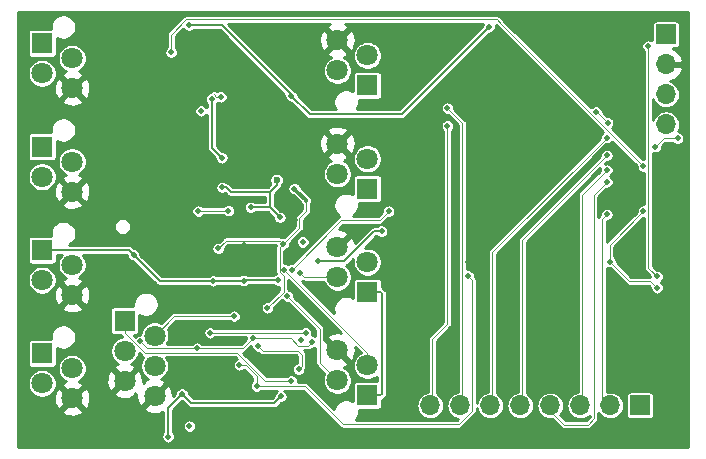
<source format=gbr>
G04 #@! TF.GenerationSoftware,KiCad,Pcbnew,5.1.0-060a0da~80~ubuntu18.04.1*
G04 #@! TF.CreationDate,2019-06-10T00:34:36+02:00*
G04 #@! TF.ProjectId,TinyFPGA-BX,54696e79-4650-4474-912d-42582e6b6963,rev?*
G04 #@! TF.SameCoordinates,Original*
G04 #@! TF.FileFunction,Copper,L2,Bot*
G04 #@! TF.FilePolarity,Positive*
%FSLAX46Y46*%
G04 Gerber Fmt 4.6, Leading zero omitted, Abs format (unit mm)*
G04 Created by KiCad (PCBNEW 5.1.0-060a0da~80~ubuntu18.04.1) date 2019-06-10 00:34:36*
%MOMM*%
%LPD*%
G04 APERTURE LIST*
%ADD10C,1.800000*%
%ADD11R,1.800000X1.800000*%
%ADD12R,1.700000X1.700000*%
%ADD13O,1.700000X1.700000*%
%ADD14C,0.500000*%
%ADD15C,0.600000*%
%ADD16C,0.100000*%
%ADD17C,0.200000*%
%ADD18C,0.300000*%
%ADD19C,0.254000*%
G04 APERTURE END LIST*
D10*
X158860000Y-114409000D03*
X161400000Y-115679000D03*
X158860000Y-116949000D03*
D11*
X161400000Y-118219000D03*
D12*
X184503000Y-127814000D03*
D13*
X181963000Y-127814000D03*
X179423000Y-127814000D03*
X176883000Y-127814000D03*
X174343000Y-127814000D03*
X171803000Y-127814000D03*
X169263000Y-127814000D03*
X166723000Y-127814000D03*
D12*
X186666000Y-96401000D03*
D13*
X186666000Y-98941000D03*
X186666000Y-101481000D03*
X186666000Y-104021000D03*
D11*
X133858000Y-97159000D03*
D10*
X136398000Y-98429000D03*
X133858000Y-99699000D03*
X136398000Y-100969000D03*
D11*
X133860000Y-114659000D03*
D10*
X136400000Y-115929000D03*
X133860000Y-117199000D03*
X136400000Y-118469000D03*
D11*
X161400000Y-126969000D03*
D10*
X158860000Y-125699000D03*
X161400000Y-124429000D03*
X158860000Y-123159000D03*
X136400000Y-109719000D03*
X133860000Y-108449000D03*
X136400000Y-107179000D03*
D11*
X133860000Y-105909000D03*
D10*
X136400000Y-127219000D03*
X133860000Y-125949000D03*
X136400000Y-124679000D03*
D11*
X133860000Y-123409000D03*
D10*
X158860000Y-105659000D03*
X161400000Y-106929000D03*
X158860000Y-108199000D03*
D11*
X161400000Y-109469000D03*
X161400000Y-100719000D03*
D10*
X158860000Y-99449000D03*
X161400000Y-98179000D03*
X158860000Y-96909000D03*
X143383000Y-127000000D03*
X140843000Y-125730000D03*
D11*
X140843000Y-120650000D03*
D10*
X143383000Y-121920000D03*
X140843000Y-123190000D03*
X143383000Y-124460000D03*
D14*
X149630003Y-111315778D03*
X147085364Y-111359636D03*
X146304000Y-95631000D03*
X154940000Y-101600000D03*
X171704000Y-95758000D03*
X155210442Y-109453519D03*
X152936000Y-119549746D03*
X148776000Y-114523100D03*
X154256679Y-114164543D03*
X154956000Y-125739100D03*
X163195000Y-111379000D03*
X154979692Y-116333275D03*
X151697543Y-122118877D03*
X142149843Y-122391157D03*
X146973001Y-122970001D03*
X156718000Y-122428000D03*
X156167973Y-121673163D03*
X148082000Y-121666000D03*
X155392091Y-114252270D03*
X155441057Y-130819711D03*
X150430000Y-130039000D03*
X155325547Y-124152814D03*
X149434200Y-126780500D03*
X146657393Y-106499254D03*
X147737090Y-106499254D03*
X148595141Y-99316840D03*
X147947031Y-108876818D03*
X156316527Y-99446101D03*
X149802581Y-99608091D03*
X146186323Y-114148423D03*
X149048427Y-129220894D03*
X151883356Y-128295519D03*
X156136000Y-97973100D03*
X153586000Y-97973100D03*
X148686000Y-97973100D03*
X146136000Y-97973100D03*
X151736000Y-110423100D03*
X146186000Y-114923100D03*
X150928900Y-114263000D03*
X155250560Y-112106867D03*
X154213320Y-119051509D03*
X148836380Y-119095520D03*
X150555000Y-119514000D03*
X182880000Y-118745000D03*
X184150000Y-120015000D03*
X184023000Y-116891001D03*
X176224000Y-115114000D03*
X186690000Y-110363000D03*
X169961000Y-115697000D03*
X171459215Y-115052785D03*
X172633886Y-115236001D03*
X173994215Y-115057785D03*
X156845000Y-110490000D03*
X157861000Y-111633000D03*
X154080000Y-127054000D03*
X145700000Y-126834000D03*
D15*
X153720000Y-108724000D03*
D14*
X155790815Y-122266783D03*
X148326870Y-117269113D03*
X149104000Y-109356100D03*
X148211000Y-101873100D03*
X149074074Y-106848306D03*
X151515987Y-111048068D03*
X150930000Y-117239000D03*
X153813445Y-117194042D03*
X153982979Y-111895914D03*
X141605000Y-115070000D03*
X157226000Y-115570000D03*
X162600001Y-113070001D03*
X144526000Y-130462440D03*
X150567069Y-124384250D03*
X152026849Y-126180918D03*
X150105000Y-120260000D03*
X169926000Y-116840000D03*
X148981126Y-101693479D03*
X154380000Y-116314000D03*
X147326000Y-102879100D03*
X155924815Y-113976192D03*
X154630000Y-118564000D03*
X155702000Y-116586000D03*
X155582044Y-124754000D03*
X152130000Y-122789000D03*
X146326489Y-129562439D03*
X181737000Y-103886000D03*
X180745343Y-102972657D03*
X181676000Y-111641000D03*
X181676000Y-107891000D03*
X181676000Y-108891000D03*
X181676000Y-106641000D03*
X181676000Y-105141000D03*
X168176000Y-102641000D03*
X168176000Y-104141000D03*
X184776000Y-111358157D03*
X181926000Y-115641000D03*
X185780887Y-105893506D03*
X187666001Y-105195999D03*
X185928000Y-117856000D03*
X184776000Y-107569000D03*
X144780000Y-97917000D03*
X185926000Y-116891000D03*
X185176000Y-97391000D03*
D16*
X149630003Y-111315778D02*
X147129222Y-111315778D01*
X147129222Y-111315778D02*
X147085364Y-111359636D01*
D17*
X154940000Y-101477100D02*
X154940000Y-101600000D01*
X146304000Y-95631000D02*
X149093900Y-95631000D01*
X149093900Y-95631000D02*
X154940000Y-101477100D01*
X164292949Y-103169051D02*
X171704000Y-95758000D01*
X154940000Y-101600000D02*
X156509051Y-103169051D01*
X156509051Y-103169051D02*
X164292949Y-103169051D01*
D18*
X155460441Y-109703518D02*
X155210442Y-109453519D01*
X156216000Y-110459077D02*
X155460441Y-109703518D01*
X156216000Y-110499100D02*
X156216000Y-110459077D01*
D16*
X155650561Y-111938439D02*
X155650561Y-112770661D01*
X156216000Y-111373000D02*
X155650561Y-111938439D01*
X154506678Y-113914544D02*
X154256679Y-114164543D01*
X155650561Y-112770661D02*
X154506678Y-113914544D01*
X156216000Y-110459077D02*
X156216000Y-111373000D01*
X154006680Y-113914544D02*
X154256679Y-114164543D01*
X153955135Y-113862999D02*
X154006680Y-113914544D01*
X149436101Y-113862999D02*
X153955135Y-113862999D01*
X148776000Y-114523100D02*
X149436101Y-113862999D01*
X154006680Y-114414542D02*
X154256679Y-114164543D01*
X153979999Y-114441223D02*
X154006680Y-114414542D01*
X153979999Y-116506001D02*
X153979999Y-114441223D01*
X154313446Y-116839448D02*
X153979999Y-116506001D01*
X154313446Y-118172300D02*
X154313446Y-116839448D01*
X152936000Y-119549746D02*
X154313446Y-118172300D01*
X154956000Y-125739100D02*
X152743438Y-125739100D01*
X142563002Y-123370002D02*
X150374340Y-123370002D01*
X140843000Y-121650000D02*
X142563002Y-123370002D01*
X152743438Y-125739100D02*
X150598669Y-123594331D01*
X150374340Y-123370002D02*
X150598669Y-123594331D01*
X140843000Y-120650000D02*
X140843000Y-121650000D01*
X163195000Y-111379000D02*
X162433000Y-112141000D01*
X162433000Y-112141000D02*
X159171967Y-112141000D01*
X159171967Y-112141000D02*
X154979692Y-116333275D01*
X142728687Y-122970001D02*
X142149843Y-122391157D01*
X151697543Y-122118877D02*
X150846419Y-122970001D01*
X150846419Y-122970001D02*
X146973001Y-122970001D01*
X146973001Y-122970001D02*
X142728687Y-122970001D01*
X156379216Y-122766784D02*
X156718000Y-122428000D01*
X155550814Y-122766784D02*
X156379216Y-122766784D01*
X151697543Y-122118877D02*
X154902907Y-122118877D01*
X154902907Y-122118877D02*
X155550814Y-122766784D01*
X156167910Y-121673100D02*
X156167973Y-121673163D01*
X148486000Y-121673100D02*
X156167910Y-121673100D01*
X148486000Y-121673100D02*
X148089100Y-121673100D01*
X148089100Y-121673100D02*
X148082000Y-121666000D01*
X155087504Y-130819711D02*
X155441057Y-130819711D01*
X154956611Y-130819711D02*
X155087504Y-130819711D01*
X154956000Y-130819100D02*
X154956611Y-130819711D01*
D18*
X149906000Y-130819100D02*
X150316085Y-130819100D01*
X150316085Y-130819100D02*
X150430000Y-130705185D01*
X150430000Y-130705185D02*
X150430000Y-130039000D01*
D16*
X155336000Y-124163267D02*
X155325547Y-124152814D01*
X155336000Y-124173101D02*
X155336000Y-124163267D01*
X169961000Y-115697000D02*
X170605215Y-115052785D01*
X170605215Y-115052785D02*
X171459215Y-115052785D01*
X172633886Y-115236001D02*
X173815999Y-115236001D01*
X173815999Y-115236001D02*
X173994215Y-115057785D01*
X156845000Y-110490000D02*
X157861000Y-111506000D01*
X157861000Y-111506000D02*
X157861000Y-111633000D01*
D17*
X153813445Y-117194042D02*
X153813445Y-117085421D01*
X153135133Y-111048068D02*
X151515987Y-111048068D01*
X153982979Y-111895914D02*
X153135133Y-111048068D01*
X153135133Y-109733131D02*
X153135133Y-111048068D01*
X153720000Y-109148264D02*
X153135133Y-109733131D01*
X153720000Y-108724000D02*
X153720000Y-109148264D01*
X150974958Y-117194042D02*
X150930000Y-117239000D01*
X153813445Y-117194042D02*
X150974958Y-117194042D01*
X148356983Y-117239000D02*
X148326870Y-117269113D01*
X150930000Y-117239000D02*
X148356983Y-117239000D01*
X162600001Y-126868999D02*
X162500000Y-126969000D01*
X162500000Y-126969000D02*
X161400000Y-126969000D01*
X162600001Y-118319001D02*
X162600001Y-126868999D01*
X162500000Y-118219000D02*
X162600001Y-118319001D01*
X161400000Y-118219000D02*
X162500000Y-118219000D01*
X148326870Y-117269113D02*
X143804113Y-117269113D01*
X143804113Y-117269113D02*
X141605000Y-115070000D01*
X149457553Y-109356100D02*
X149834584Y-109733131D01*
X149834584Y-109733131D02*
X153135133Y-109733131D01*
X149104000Y-109356100D02*
X149457553Y-109356100D01*
X148211000Y-105985232D02*
X149074074Y-106848306D01*
X148211000Y-101873100D02*
X148211000Y-105985232D01*
X145949999Y-127083999D02*
X145700000Y-126834000D01*
X146501000Y-127635000D02*
X145949999Y-127083999D01*
X153499000Y-127635000D02*
X146501000Y-127635000D01*
X154080000Y-127054000D02*
X153499000Y-127635000D01*
X161975001Y-113070001D02*
X162600001Y-113070001D01*
X159436001Y-115609001D02*
X161975001Y-113070001D01*
X157618554Y-115609001D02*
X159436001Y-115609001D01*
X157579553Y-115570000D02*
X157618554Y-115609001D01*
X157226000Y-115570000D02*
X157579553Y-115570000D01*
X141194000Y-114659000D02*
X133860000Y-114659000D01*
X141605000Y-115070000D02*
X141194000Y-114659000D01*
X144526000Y-128008000D02*
X145700000Y-126834000D01*
X144526000Y-130462440D02*
X144526000Y-128008000D01*
D16*
X152026849Y-126180918D02*
X152026849Y-125305367D01*
X152026849Y-125305367D02*
X151105732Y-124384250D01*
X151105732Y-124384250D02*
X150567069Y-124384250D01*
X145043000Y-120260000D02*
X143383000Y-121920000D01*
X150105000Y-120260000D02*
X145043000Y-120260000D01*
X156079842Y-126180918D02*
X159311924Y-129413000D01*
X152026849Y-126180918D02*
X156079842Y-126180918D01*
X170263001Y-117177001D02*
X169926000Y-116840000D01*
X170263001Y-128294001D02*
X170263001Y-117177001D01*
X159311924Y-129413000D02*
X169144002Y-129413000D01*
X169144002Y-129413000D02*
X170263001Y-128294001D01*
X148623381Y-101693479D02*
X148403001Y-101473099D01*
X148981126Y-101693479D02*
X148623381Y-101693479D01*
X161400000Y-123334000D02*
X161400000Y-124429000D01*
X154380000Y-116314000D02*
X161400000Y-123334000D01*
X157960001Y-124799001D02*
X158860000Y-125699000D01*
X157380000Y-124219000D02*
X157960001Y-124799001D01*
X157380000Y-121314000D02*
X157380000Y-124219000D01*
X154630000Y-118564000D02*
X157380000Y-121314000D01*
X156065000Y-116949000D02*
X158860000Y-116949000D01*
X155702000Y-116586000D02*
X156065000Y-116949000D01*
X155582044Y-124754000D02*
X155832043Y-124504001D01*
X155832043Y-124504001D02*
X155832043Y-123503819D01*
X155832043Y-123503819D02*
X155527324Y-123199100D01*
X155527324Y-123199100D02*
X154956000Y-123199100D01*
X152130000Y-122789000D02*
X152540100Y-123199100D01*
X152540100Y-123199100D02*
X154956000Y-123199100D01*
X181737000Y-103886000D02*
X180823657Y-102972657D01*
X180823657Y-102972657D02*
X180745343Y-102972657D01*
X181275999Y-112041001D02*
X181676000Y-111641000D01*
X182126000Y-128441000D02*
X181275999Y-127590999D01*
X181275999Y-127590999D02*
X181275999Y-112041001D01*
X179586000Y-128441000D02*
X179586000Y-109981000D01*
X179586000Y-109981000D02*
X181676000Y-107891000D01*
X180586001Y-109980999D02*
X181676000Y-108891000D01*
X180586001Y-128921001D02*
X180586001Y-109980999D01*
X180066001Y-129441001D02*
X180586001Y-128921001D01*
X177046000Y-128441000D02*
X178046001Y-129441001D01*
X178046001Y-129441001D02*
X180066001Y-129441001D01*
X174506000Y-128441000D02*
X174506000Y-113811000D01*
X174506000Y-113811000D02*
X181676000Y-106641000D01*
X171966000Y-128441000D02*
X171966000Y-114851000D01*
X171966000Y-114851000D02*
X181676000Y-105141000D01*
X169426000Y-128441000D02*
X169426000Y-103891000D01*
X169426000Y-103891000D02*
X168176000Y-102641000D01*
X166886000Y-128441000D02*
X166886000Y-122181000D01*
X166886000Y-122181000D02*
X168176000Y-120891000D01*
X168176000Y-120891000D02*
X168176000Y-104141000D01*
X181926000Y-114208157D02*
X184776000Y-111358157D01*
X181926000Y-115641000D02*
X181926000Y-114208157D01*
X185780887Y-105893506D02*
X186478394Y-105195999D01*
X186478394Y-105195999D02*
X187666001Y-105195999D01*
X185363001Y-117291001D02*
X185928000Y-117856000D01*
X181926000Y-115641000D02*
X183576001Y-117291001D01*
X183576001Y-117291001D02*
X185363001Y-117291001D01*
X144780000Y-96414998D02*
X144780000Y-97917000D01*
X146063999Y-95130999D02*
X144780000Y-96414998D01*
X172711000Y-95504000D02*
X172337999Y-95130999D01*
X172337999Y-95130999D02*
X146063999Y-95130999D01*
X184776000Y-107569000D02*
X172711000Y-95504000D01*
X185926000Y-116891000D02*
X185176000Y-116141000D01*
X185176000Y-116141000D02*
X185176000Y-97391000D01*
D19*
G36*
X188574001Y-131297000D02*
G01*
X131847000Y-131297000D01*
X131847000Y-128283080D01*
X135515525Y-128283080D01*
X135599208Y-128537261D01*
X135871775Y-128668158D01*
X136164642Y-128743365D01*
X136466553Y-128759991D01*
X136765907Y-128717397D01*
X137051199Y-128617222D01*
X137200792Y-128537261D01*
X137284475Y-128283080D01*
X136400000Y-127398605D01*
X135515525Y-128283080D01*
X131847000Y-128283080D01*
X131847000Y-127285553D01*
X134859009Y-127285553D01*
X134901603Y-127584907D01*
X135001778Y-127870199D01*
X135081739Y-128019792D01*
X135335920Y-128103475D01*
X136220395Y-127219000D01*
X136579605Y-127219000D01*
X137464080Y-128103475D01*
X137718261Y-128019792D01*
X137849158Y-127747225D01*
X137924365Y-127454358D01*
X137940991Y-127152447D01*
X137898397Y-126853093D01*
X137798222Y-126567801D01*
X137718261Y-126418208D01*
X137464080Y-126334525D01*
X136579605Y-127219000D01*
X136220395Y-127219000D01*
X135335920Y-126334525D01*
X135081739Y-126418208D01*
X134950842Y-126690775D01*
X134875635Y-126983642D01*
X134859009Y-127285553D01*
X131847000Y-127285553D01*
X131847000Y-125828151D01*
X132633000Y-125828151D01*
X132633000Y-126069849D01*
X132680153Y-126306903D01*
X132772647Y-126530202D01*
X132906927Y-126731167D01*
X133077833Y-126902073D01*
X133278798Y-127036353D01*
X133502097Y-127128847D01*
X133739151Y-127176000D01*
X133980849Y-127176000D01*
X134217903Y-127128847D01*
X134441202Y-127036353D01*
X134642167Y-126902073D01*
X134813073Y-126731167D01*
X134947353Y-126530202D01*
X135039847Y-126306903D01*
X135087000Y-126069849D01*
X135087000Y-125828151D01*
X135039847Y-125591097D01*
X134947353Y-125367798D01*
X134813073Y-125166833D01*
X134642167Y-124995927D01*
X134441202Y-124861647D01*
X134217903Y-124769153D01*
X133980849Y-124722000D01*
X133739151Y-124722000D01*
X133502097Y-124769153D01*
X133278798Y-124861647D01*
X133077833Y-124995927D01*
X132906927Y-125166833D01*
X132772647Y-125367798D01*
X132680153Y-125591097D01*
X132633000Y-125828151D01*
X131847000Y-125828151D01*
X131847000Y-122509000D01*
X132631418Y-122509000D01*
X132631418Y-124309000D01*
X132637732Y-124373103D01*
X132656430Y-124434743D01*
X132686794Y-124491550D01*
X132727657Y-124541343D01*
X132777450Y-124582206D01*
X132834257Y-124612570D01*
X132895897Y-124631268D01*
X132960000Y-124637582D01*
X134760000Y-124637582D01*
X134824103Y-124631268D01*
X134885743Y-124612570D01*
X134942550Y-124582206D01*
X134971861Y-124558151D01*
X135173000Y-124558151D01*
X135173000Y-124799849D01*
X135220153Y-125036903D01*
X135312647Y-125260202D01*
X135446927Y-125461167D01*
X135617833Y-125632073D01*
X135818798Y-125766353D01*
X135857796Y-125782507D01*
X135748801Y-125820778D01*
X135599208Y-125900739D01*
X135515525Y-126154920D01*
X136400000Y-127039395D01*
X137284475Y-126154920D01*
X137200792Y-125900739D01*
X136983845Y-125796553D01*
X139302009Y-125796553D01*
X139344603Y-126095907D01*
X139444778Y-126381199D01*
X139524739Y-126530792D01*
X139778920Y-126614475D01*
X140663395Y-125730000D01*
X139778920Y-124845525D01*
X139524739Y-124929208D01*
X139393842Y-125201775D01*
X139318635Y-125494642D01*
X139302009Y-125796553D01*
X136983845Y-125796553D01*
X136948858Y-125779751D01*
X136981202Y-125766353D01*
X137182167Y-125632073D01*
X137353073Y-125461167D01*
X137487353Y-125260202D01*
X137579847Y-125036903D01*
X137627000Y-124799849D01*
X137627000Y-124558151D01*
X137579847Y-124321097D01*
X137487353Y-124097798D01*
X137353073Y-123896833D01*
X137182167Y-123725927D01*
X136981202Y-123591647D01*
X136757903Y-123499153D01*
X136520849Y-123452000D01*
X136279151Y-123452000D01*
X136042097Y-123499153D01*
X135818798Y-123591647D01*
X135617833Y-123725927D01*
X135446927Y-123896833D01*
X135312647Y-124097798D01*
X135220153Y-124321097D01*
X135173000Y-124558151D01*
X134971861Y-124558151D01*
X134992343Y-124541343D01*
X135033206Y-124491550D01*
X135063570Y-124434743D01*
X135082268Y-124373103D01*
X135088582Y-124309000D01*
X135088582Y-122922547D01*
X135149826Y-122963469D01*
X135345836Y-123044659D01*
X135553920Y-123086050D01*
X135766080Y-123086050D01*
X135974164Y-123044659D01*
X136170174Y-122963469D01*
X136346579Y-122845599D01*
X136496599Y-122695579D01*
X136614469Y-122519174D01*
X136695659Y-122323164D01*
X136737050Y-122115080D01*
X136737050Y-121902920D01*
X136695659Y-121694836D01*
X136614469Y-121498826D01*
X136496599Y-121322421D01*
X136346579Y-121172401D01*
X136170174Y-121054531D01*
X135974164Y-120973341D01*
X135766080Y-120931950D01*
X135553920Y-120931950D01*
X135345836Y-120973341D01*
X135149826Y-121054531D01*
X134973421Y-121172401D01*
X134823401Y-121322421D01*
X134705531Y-121498826D01*
X134624341Y-121694836D01*
X134582950Y-121902920D01*
X134582950Y-122115080D01*
X134595947Y-122180418D01*
X132960000Y-122180418D01*
X132895897Y-122186732D01*
X132834257Y-122205430D01*
X132777450Y-122235794D01*
X132727657Y-122276657D01*
X132686794Y-122326450D01*
X132656430Y-122383257D01*
X132637732Y-122444897D01*
X132631418Y-122509000D01*
X131847000Y-122509000D01*
X131847000Y-119533080D01*
X135515525Y-119533080D01*
X135599208Y-119787261D01*
X135871775Y-119918158D01*
X136164642Y-119993365D01*
X136466553Y-120009991D01*
X136765907Y-119967397D01*
X137051199Y-119867222D01*
X137200792Y-119787261D01*
X137284475Y-119533080D01*
X136400000Y-118648605D01*
X135515525Y-119533080D01*
X131847000Y-119533080D01*
X131847000Y-118535553D01*
X134859009Y-118535553D01*
X134901603Y-118834907D01*
X135001778Y-119120199D01*
X135081739Y-119269792D01*
X135335920Y-119353475D01*
X136220395Y-118469000D01*
X136579605Y-118469000D01*
X137464080Y-119353475D01*
X137718261Y-119269792D01*
X137849158Y-118997225D01*
X137924365Y-118704358D01*
X137940991Y-118402447D01*
X137898397Y-118103093D01*
X137798222Y-117817801D01*
X137718261Y-117668208D01*
X137464080Y-117584525D01*
X136579605Y-118469000D01*
X136220395Y-118469000D01*
X135335920Y-117584525D01*
X135081739Y-117668208D01*
X134950842Y-117940775D01*
X134875635Y-118233642D01*
X134859009Y-118535553D01*
X131847000Y-118535553D01*
X131847000Y-117078151D01*
X132633000Y-117078151D01*
X132633000Y-117319849D01*
X132680153Y-117556903D01*
X132772647Y-117780202D01*
X132906927Y-117981167D01*
X133077833Y-118152073D01*
X133278798Y-118286353D01*
X133502097Y-118378847D01*
X133739151Y-118426000D01*
X133980849Y-118426000D01*
X134217903Y-118378847D01*
X134441202Y-118286353D01*
X134642167Y-118152073D01*
X134813073Y-117981167D01*
X134947353Y-117780202D01*
X135039847Y-117556903D01*
X135087000Y-117319849D01*
X135087000Y-117078151D01*
X135039847Y-116841097D01*
X134947353Y-116617798D01*
X134813073Y-116416833D01*
X134642167Y-116245927D01*
X134441202Y-116111647D01*
X134217903Y-116019153D01*
X133980849Y-115972000D01*
X133739151Y-115972000D01*
X133502097Y-116019153D01*
X133278798Y-116111647D01*
X133077833Y-116245927D01*
X132906927Y-116416833D01*
X132772647Y-116617798D01*
X132680153Y-116841097D01*
X132633000Y-117078151D01*
X131847000Y-117078151D01*
X131847000Y-113759000D01*
X132631418Y-113759000D01*
X132631418Y-115559000D01*
X132637732Y-115623103D01*
X132656430Y-115684743D01*
X132686794Y-115741550D01*
X132727657Y-115791343D01*
X132777450Y-115832206D01*
X132834257Y-115862570D01*
X132895897Y-115881268D01*
X132960000Y-115887582D01*
X134760000Y-115887582D01*
X134824103Y-115881268D01*
X134885743Y-115862570D01*
X134942550Y-115832206D01*
X134992343Y-115791343D01*
X135033206Y-115741550D01*
X135063570Y-115684743D01*
X135082268Y-115623103D01*
X135088582Y-115559000D01*
X135088582Y-115086000D01*
X135507760Y-115086000D01*
X135446927Y-115146833D01*
X135312647Y-115347798D01*
X135220153Y-115571097D01*
X135173000Y-115808151D01*
X135173000Y-116049849D01*
X135220153Y-116286903D01*
X135312647Y-116510202D01*
X135446927Y-116711167D01*
X135617833Y-116882073D01*
X135818798Y-117016353D01*
X135857796Y-117032507D01*
X135748801Y-117070778D01*
X135599208Y-117150739D01*
X135515525Y-117404920D01*
X136400000Y-118289395D01*
X137284475Y-117404920D01*
X137200792Y-117150739D01*
X136948858Y-117029751D01*
X136981202Y-117016353D01*
X137182167Y-116882073D01*
X137353073Y-116711167D01*
X137487353Y-116510202D01*
X137579847Y-116286903D01*
X137627000Y-116049849D01*
X137627000Y-115808151D01*
X137579847Y-115571097D01*
X137487353Y-115347798D01*
X137353073Y-115146833D01*
X137292240Y-115086000D01*
X141017132Y-115086000D01*
X141028000Y-115096868D01*
X141028000Y-115126830D01*
X141050174Y-115238305D01*
X141093669Y-115343312D01*
X141156815Y-115437816D01*
X141237184Y-115518185D01*
X141331688Y-115581331D01*
X141436695Y-115624826D01*
X141548170Y-115647000D01*
X141578132Y-115647000D01*
X143487349Y-117556218D01*
X143500718Y-117572508D01*
X143517008Y-117585877D01*
X143517011Y-117585880D01*
X143565736Y-117625868D01*
X143602533Y-117645536D01*
X143639917Y-117665518D01*
X143720406Y-117689935D01*
X143783135Y-117696113D01*
X143783147Y-117696113D01*
X143804112Y-117698178D01*
X143825077Y-117696113D01*
X147937869Y-117696113D01*
X147959054Y-117717298D01*
X148053558Y-117780444D01*
X148158565Y-117823939D01*
X148270040Y-117846113D01*
X148383700Y-117846113D01*
X148495175Y-117823939D01*
X148600182Y-117780444D01*
X148694686Y-117717298D01*
X148745984Y-117666000D01*
X150540999Y-117666000D01*
X150562184Y-117687185D01*
X150656688Y-117750331D01*
X150761695Y-117793826D01*
X150873170Y-117816000D01*
X150986830Y-117816000D01*
X151098305Y-117793826D01*
X151203312Y-117750331D01*
X151297816Y-117687185D01*
X151363959Y-117621042D01*
X153424444Y-117621042D01*
X153445629Y-117642227D01*
X153540133Y-117705373D01*
X153645140Y-117748868D01*
X153756615Y-117771042D01*
X153870275Y-117771042D01*
X153936446Y-117757880D01*
X153936446Y-118016141D01*
X152979842Y-118972746D01*
X152879170Y-118972746D01*
X152767695Y-118994920D01*
X152662688Y-119038415D01*
X152568184Y-119101561D01*
X152487815Y-119181930D01*
X152424669Y-119276434D01*
X152381174Y-119381441D01*
X152359000Y-119492916D01*
X152359000Y-119606576D01*
X152381174Y-119718051D01*
X152424669Y-119823058D01*
X152487815Y-119917562D01*
X152568184Y-119997931D01*
X152662688Y-120061077D01*
X152767695Y-120104572D01*
X152879170Y-120126746D01*
X152992830Y-120126746D01*
X153104305Y-120104572D01*
X153209312Y-120061077D01*
X153303816Y-119997931D01*
X153384185Y-119917562D01*
X153447331Y-119823058D01*
X153490826Y-119718051D01*
X153513000Y-119606576D01*
X153513000Y-119505904D01*
X154143873Y-118875032D01*
X154181815Y-118931816D01*
X154262184Y-119012185D01*
X154356688Y-119075331D01*
X154461695Y-119118826D01*
X154573170Y-119141000D01*
X154673842Y-119141000D01*
X157003000Y-121470158D01*
X157003000Y-121924479D01*
X156991312Y-121916669D01*
X156886305Y-121873174D01*
X156774830Y-121851000D01*
X156718851Y-121851000D01*
X156722799Y-121841468D01*
X156744973Y-121729993D01*
X156744973Y-121616333D01*
X156722799Y-121504858D01*
X156679304Y-121399851D01*
X156616158Y-121305347D01*
X156535789Y-121224978D01*
X156441285Y-121161832D01*
X156336278Y-121118337D01*
X156224803Y-121096163D01*
X156111143Y-121096163D01*
X155999668Y-121118337D01*
X155894661Y-121161832D01*
X155800157Y-121224978D01*
X155729035Y-121296100D01*
X148528101Y-121296100D01*
X148449816Y-121217815D01*
X148355312Y-121154669D01*
X148250305Y-121111174D01*
X148138830Y-121089000D01*
X148025170Y-121089000D01*
X147913695Y-121111174D01*
X147808688Y-121154669D01*
X147714184Y-121217815D01*
X147633815Y-121298184D01*
X147570669Y-121392688D01*
X147527174Y-121497695D01*
X147505000Y-121609170D01*
X147505000Y-121722830D01*
X147527174Y-121834305D01*
X147570669Y-121939312D01*
X147633815Y-122033816D01*
X147714184Y-122114185D01*
X147808688Y-122177331D01*
X147913695Y-122220826D01*
X148025170Y-122243000D01*
X148138830Y-122243000D01*
X148250305Y-122220826D01*
X148355312Y-122177331D01*
X148449816Y-122114185D01*
X148513901Y-122050100D01*
X151122919Y-122050100D01*
X151120543Y-122062047D01*
X151120543Y-122162718D01*
X150690261Y-122593001D01*
X147412002Y-122593001D01*
X147340817Y-122521816D01*
X147246313Y-122458670D01*
X147141306Y-122415175D01*
X147029831Y-122393001D01*
X146916171Y-122393001D01*
X146804696Y-122415175D01*
X146699689Y-122458670D01*
X146605185Y-122521816D01*
X146534000Y-122593001D01*
X144409015Y-122593001D01*
X144470353Y-122501202D01*
X144562847Y-122277903D01*
X144610000Y-122040849D01*
X144610000Y-121799151D01*
X144562847Y-121562097D01*
X144478263Y-121357895D01*
X145199159Y-120637000D01*
X149665999Y-120637000D01*
X149737184Y-120708185D01*
X149831688Y-120771331D01*
X149936695Y-120814826D01*
X150048170Y-120837000D01*
X150161830Y-120837000D01*
X150273305Y-120814826D01*
X150378312Y-120771331D01*
X150472816Y-120708185D01*
X150553185Y-120627816D01*
X150616331Y-120533312D01*
X150659826Y-120428305D01*
X150682000Y-120316830D01*
X150682000Y-120203170D01*
X150659826Y-120091695D01*
X150616331Y-119986688D01*
X150553185Y-119892184D01*
X150472816Y-119811815D01*
X150378312Y-119748669D01*
X150273305Y-119705174D01*
X150161830Y-119683000D01*
X150048170Y-119683000D01*
X149936695Y-119705174D01*
X149831688Y-119748669D01*
X149737184Y-119811815D01*
X149665999Y-119883000D01*
X145061519Y-119883000D01*
X145043000Y-119881176D01*
X144969094Y-119888455D01*
X144898030Y-119910012D01*
X144832537Y-119945019D01*
X144775131Y-119992131D01*
X144763328Y-120006513D01*
X143945105Y-120824737D01*
X143740903Y-120740153D01*
X143503849Y-120693000D01*
X143262151Y-120693000D01*
X143025097Y-120740153D01*
X142801798Y-120832647D01*
X142600833Y-120966927D01*
X142429927Y-121137833D01*
X142295647Y-121338798D01*
X142203153Y-121562097D01*
X142156000Y-121799151D01*
X142156000Y-121814157D01*
X142093013Y-121814157D01*
X141981538Y-121836331D01*
X141876531Y-121879826D01*
X141782027Y-121942972D01*
X141725579Y-121999420D01*
X141604740Y-121878582D01*
X141743000Y-121878582D01*
X141807103Y-121872268D01*
X141868743Y-121853570D01*
X141925550Y-121823206D01*
X141975343Y-121782343D01*
X142016206Y-121732550D01*
X142046570Y-121675743D01*
X142065268Y-121614103D01*
X142071582Y-121550000D01*
X142071582Y-120163547D01*
X142132826Y-120204469D01*
X142328836Y-120285659D01*
X142536920Y-120327050D01*
X142749080Y-120327050D01*
X142957164Y-120285659D01*
X143153174Y-120204469D01*
X143329579Y-120086599D01*
X143479599Y-119936579D01*
X143597469Y-119760174D01*
X143678659Y-119564164D01*
X143720050Y-119356080D01*
X143720050Y-119143920D01*
X143678659Y-118935836D01*
X143597469Y-118739826D01*
X143479599Y-118563421D01*
X143329579Y-118413401D01*
X143153174Y-118295531D01*
X142957164Y-118214341D01*
X142749080Y-118172950D01*
X142536920Y-118172950D01*
X142328836Y-118214341D01*
X142132826Y-118295531D01*
X141956421Y-118413401D01*
X141806401Y-118563421D01*
X141688531Y-118739826D01*
X141607341Y-118935836D01*
X141565950Y-119143920D01*
X141565950Y-119356080D01*
X141578947Y-119421418D01*
X139943000Y-119421418D01*
X139878897Y-119427732D01*
X139817257Y-119446430D01*
X139760450Y-119476794D01*
X139710657Y-119517657D01*
X139669794Y-119567450D01*
X139639430Y-119624257D01*
X139620732Y-119685897D01*
X139614418Y-119750000D01*
X139614418Y-121550000D01*
X139620732Y-121614103D01*
X139639430Y-121675743D01*
X139669794Y-121732550D01*
X139710657Y-121782343D01*
X139760450Y-121823206D01*
X139817257Y-121853570D01*
X139878897Y-121872268D01*
X139943000Y-121878582D01*
X140542890Y-121878582D01*
X140563326Y-121903484D01*
X140563329Y-121903487D01*
X140575132Y-121917869D01*
X140589514Y-121929672D01*
X140639318Y-121979476D01*
X140485097Y-122010153D01*
X140261798Y-122102647D01*
X140060833Y-122236927D01*
X139889927Y-122407833D01*
X139755647Y-122608798D01*
X139663153Y-122832097D01*
X139616000Y-123069151D01*
X139616000Y-123310849D01*
X139663153Y-123547903D01*
X139755647Y-123771202D01*
X139889927Y-123972167D01*
X140060833Y-124143073D01*
X140261798Y-124277353D01*
X140300796Y-124293507D01*
X140191801Y-124331778D01*
X140042208Y-124411739D01*
X139958525Y-124665920D01*
X140843000Y-125550395D01*
X141727475Y-124665920D01*
X141643792Y-124411739D01*
X141391858Y-124290751D01*
X141424202Y-124277353D01*
X141625167Y-124143073D01*
X141796073Y-123972167D01*
X141930353Y-123771202D01*
X142022847Y-123547903D01*
X142053523Y-123393682D01*
X142283330Y-123623489D01*
X142295133Y-123637871D01*
X142352539Y-123684983D01*
X142406041Y-123713581D01*
X142295647Y-123878798D01*
X142203153Y-124102097D01*
X142156000Y-124339151D01*
X142156000Y-124580849D01*
X142203153Y-124817903D01*
X142295647Y-125041202D01*
X142429927Y-125242167D01*
X142600833Y-125413073D01*
X142801798Y-125547353D01*
X142840796Y-125563507D01*
X142731801Y-125601778D01*
X142582208Y-125681739D01*
X142498526Y-125935918D01*
X142382578Y-125819970D01*
X142374951Y-125827597D01*
X142383991Y-125663447D01*
X142341397Y-125364093D01*
X142241222Y-125078801D01*
X142161261Y-124929208D01*
X141907080Y-124845525D01*
X141022605Y-125730000D01*
X141036748Y-125744143D01*
X140857143Y-125923748D01*
X140843000Y-125909605D01*
X139958525Y-126794080D01*
X140042208Y-127048261D01*
X140314775Y-127179158D01*
X140607642Y-127254365D01*
X140909553Y-127270991D01*
X141208907Y-127228397D01*
X141494199Y-127128222D01*
X141643792Y-127048261D01*
X141727474Y-126794082D01*
X141843422Y-126910030D01*
X141851049Y-126902403D01*
X141842009Y-127066553D01*
X141884603Y-127365907D01*
X141984778Y-127651199D01*
X142064739Y-127800792D01*
X142318920Y-127884475D01*
X143203395Y-127000000D01*
X143189253Y-126985858D01*
X143368858Y-126806253D01*
X143383000Y-126820395D01*
X144267475Y-125935920D01*
X144183792Y-125681739D01*
X143931858Y-125560751D01*
X143964202Y-125547353D01*
X144165167Y-125413073D01*
X144336073Y-125242167D01*
X144470353Y-125041202D01*
X144562847Y-124817903D01*
X144610000Y-124580849D01*
X144610000Y-124339151D01*
X144562847Y-124102097D01*
X144470353Y-123878798D01*
X144382290Y-123747002D01*
X150218182Y-123747002D01*
X150329354Y-123858174D01*
X150293757Y-123872919D01*
X150199253Y-123936065D01*
X150118884Y-124016434D01*
X150055738Y-124110938D01*
X150012243Y-124215945D01*
X149990069Y-124327420D01*
X149990069Y-124441080D01*
X150012243Y-124552555D01*
X150055738Y-124657562D01*
X150118884Y-124752066D01*
X150199253Y-124832435D01*
X150293757Y-124895581D01*
X150398764Y-124939076D01*
X150510239Y-124961250D01*
X150623899Y-124961250D01*
X150735374Y-124939076D01*
X150840381Y-124895581D01*
X150934885Y-124832435D01*
X150977822Y-124789498D01*
X151649850Y-125461527D01*
X151649850Y-125741916D01*
X151578664Y-125813102D01*
X151515518Y-125907606D01*
X151472023Y-126012613D01*
X151449849Y-126124088D01*
X151449849Y-126237748D01*
X151472023Y-126349223D01*
X151515518Y-126454230D01*
X151578664Y-126548734D01*
X151659033Y-126629103D01*
X151753537Y-126692249D01*
X151858544Y-126735744D01*
X151970019Y-126757918D01*
X152083679Y-126757918D01*
X152195154Y-126735744D01*
X152300161Y-126692249D01*
X152394665Y-126629103D01*
X152465850Y-126557918D01*
X153783866Y-126557918D01*
X153712184Y-126605815D01*
X153631815Y-126686184D01*
X153568669Y-126780688D01*
X153525174Y-126885695D01*
X153503000Y-126997170D01*
X153503000Y-127027131D01*
X153322132Y-127208000D01*
X146677869Y-127208000D01*
X146277000Y-126807132D01*
X146277000Y-126777170D01*
X146254826Y-126665695D01*
X146211331Y-126560688D01*
X146148185Y-126466184D01*
X146067816Y-126385815D01*
X145973312Y-126322669D01*
X145868305Y-126279174D01*
X145756830Y-126257000D01*
X145643170Y-126257000D01*
X145531695Y-126279174D01*
X145426688Y-126322669D01*
X145332184Y-126385815D01*
X145251815Y-126466184D01*
X145188669Y-126560688D01*
X145145174Y-126665695D01*
X145123000Y-126777170D01*
X145123000Y-126807131D01*
X144919755Y-127010377D01*
X144923991Y-126933447D01*
X144881397Y-126634093D01*
X144781222Y-126348801D01*
X144701261Y-126199208D01*
X144447080Y-126115525D01*
X143562605Y-127000000D01*
X143576748Y-127014143D01*
X143397143Y-127193748D01*
X143383000Y-127179605D01*
X142498525Y-128064080D01*
X142582208Y-128318261D01*
X142854775Y-128449158D01*
X143147642Y-128524365D01*
X143449553Y-128540991D01*
X143748907Y-128498397D01*
X144034199Y-128398222D01*
X144099001Y-128363584D01*
X144099000Y-130073439D01*
X144077815Y-130094624D01*
X144014669Y-130189128D01*
X143971174Y-130294135D01*
X143949000Y-130405610D01*
X143949000Y-130519270D01*
X143971174Y-130630745D01*
X144014669Y-130735752D01*
X144077815Y-130830256D01*
X144158184Y-130910625D01*
X144252688Y-130973771D01*
X144357695Y-131017266D01*
X144469170Y-131039440D01*
X144582830Y-131039440D01*
X144694305Y-131017266D01*
X144799312Y-130973771D01*
X144893816Y-130910625D01*
X144974185Y-130830256D01*
X145037331Y-130735752D01*
X145080826Y-130630745D01*
X145103000Y-130519270D01*
X145103000Y-130405610D01*
X145080826Y-130294135D01*
X145037331Y-130189128D01*
X144974185Y-130094624D01*
X144953000Y-130073439D01*
X144953000Y-129505609D01*
X145749489Y-129505609D01*
X145749489Y-129619269D01*
X145771663Y-129730744D01*
X145815158Y-129835751D01*
X145878304Y-129930255D01*
X145958673Y-130010624D01*
X146053177Y-130073770D01*
X146158184Y-130117265D01*
X146269659Y-130139439D01*
X146383319Y-130139439D01*
X146494794Y-130117265D01*
X146599801Y-130073770D01*
X146694305Y-130010624D01*
X146774674Y-129930255D01*
X146837820Y-129835751D01*
X146881315Y-129730744D01*
X146903489Y-129619269D01*
X146903489Y-129505609D01*
X146881315Y-129394134D01*
X146837820Y-129289127D01*
X146774674Y-129194623D01*
X146694305Y-129114254D01*
X146599801Y-129051108D01*
X146494794Y-129007613D01*
X146383319Y-128985439D01*
X146269659Y-128985439D01*
X146158184Y-129007613D01*
X146053177Y-129051108D01*
X145958673Y-129114254D01*
X145878304Y-129194623D01*
X145815158Y-129289127D01*
X145771663Y-129394134D01*
X145749489Y-129505609D01*
X144953000Y-129505609D01*
X144953000Y-128184868D01*
X145700000Y-127437868D01*
X146184236Y-127922105D01*
X146197605Y-127938395D01*
X146213895Y-127951764D01*
X146213899Y-127951768D01*
X146262623Y-127991755D01*
X146293016Y-128008000D01*
X146336804Y-128031405D01*
X146417293Y-128055822D01*
X146480022Y-128062000D01*
X146480032Y-128062000D01*
X146500999Y-128064065D01*
X146521966Y-128062000D01*
X153478033Y-128062000D01*
X153499000Y-128064065D01*
X153519967Y-128062000D01*
X153519978Y-128062000D01*
X153582707Y-128055822D01*
X153663196Y-128031405D01*
X153737376Y-127991755D01*
X153802395Y-127938395D01*
X153815768Y-127922100D01*
X154106869Y-127631000D01*
X154136830Y-127631000D01*
X154248305Y-127608826D01*
X154353312Y-127565331D01*
X154447816Y-127502185D01*
X154528185Y-127421816D01*
X154591331Y-127327312D01*
X154634826Y-127222305D01*
X154657000Y-127110830D01*
X154657000Y-126997170D01*
X154634826Y-126885695D01*
X154591331Y-126780688D01*
X154528185Y-126686184D01*
X154447816Y-126605815D01*
X154376134Y-126557918D01*
X155923684Y-126557918D01*
X159032252Y-129666487D01*
X159044055Y-129680869D01*
X159101461Y-129727981D01*
X159166954Y-129762988D01*
X159238019Y-129784545D01*
X159293405Y-129790000D01*
X159293414Y-129790000D01*
X159311923Y-129791823D01*
X159330432Y-129790000D01*
X169125490Y-129790000D01*
X169144002Y-129791823D01*
X169162514Y-129790000D01*
X169162521Y-129790000D01*
X169217907Y-129784545D01*
X169288972Y-129762988D01*
X169354465Y-129727981D01*
X169411871Y-129680869D01*
X169423679Y-129666481D01*
X170516489Y-128573672D01*
X170530870Y-128561870D01*
X170577982Y-128504464D01*
X170612989Y-128438971D01*
X170634546Y-128367906D01*
X170640001Y-128312520D01*
X170640001Y-128312519D01*
X170641825Y-128294001D01*
X170640001Y-128275482D01*
X170640001Y-128013968D01*
X170643031Y-128044732D01*
X170710333Y-128266597D01*
X170819626Y-128471070D01*
X170966709Y-128650291D01*
X171145930Y-128797374D01*
X171350403Y-128906667D01*
X171572268Y-128973969D01*
X171745188Y-128991000D01*
X171860812Y-128991000D01*
X172033732Y-128973969D01*
X172255597Y-128906667D01*
X172460070Y-128797374D01*
X172639291Y-128650291D01*
X172786374Y-128471070D01*
X172895667Y-128266597D01*
X172962969Y-128044732D01*
X172985694Y-127814000D01*
X172962969Y-127583268D01*
X172895667Y-127361403D01*
X172786374Y-127156930D01*
X172639291Y-126977709D01*
X172460070Y-126830626D01*
X172343000Y-126768051D01*
X172343000Y-115007158D01*
X181632159Y-105718000D01*
X181732830Y-105718000D01*
X181844305Y-105695826D01*
X181949312Y-105652331D01*
X182043816Y-105589185D01*
X182124185Y-105508816D01*
X182147606Y-105473765D01*
X184199000Y-107525159D01*
X184199000Y-107625830D01*
X184221174Y-107737305D01*
X184264669Y-107842312D01*
X184327815Y-107936816D01*
X184408184Y-108017185D01*
X184502688Y-108080331D01*
X184607695Y-108123826D01*
X184719170Y-108146000D01*
X184799000Y-108146000D01*
X184799000Y-110781157D01*
X184719170Y-110781157D01*
X184607695Y-110803331D01*
X184502688Y-110846826D01*
X184408184Y-110909972D01*
X184327815Y-110990341D01*
X184264669Y-111084845D01*
X184221174Y-111189852D01*
X184199000Y-111301327D01*
X184199000Y-111401998D01*
X181672514Y-113928485D01*
X181658132Y-113940288D01*
X181652999Y-113946543D01*
X181652999Y-112218000D01*
X181732830Y-112218000D01*
X181844305Y-112195826D01*
X181949312Y-112152331D01*
X182043816Y-112089185D01*
X182124185Y-112008816D01*
X182187331Y-111914312D01*
X182230826Y-111809305D01*
X182253000Y-111697830D01*
X182253000Y-111584170D01*
X182230826Y-111472695D01*
X182187331Y-111367688D01*
X182124185Y-111273184D01*
X182043816Y-111192815D01*
X181949312Y-111129669D01*
X181844305Y-111086174D01*
X181732830Y-111064000D01*
X181619170Y-111064000D01*
X181507695Y-111086174D01*
X181402688Y-111129669D01*
X181308184Y-111192815D01*
X181227815Y-111273184D01*
X181164669Y-111367688D01*
X181121174Y-111472695D01*
X181099000Y-111584170D01*
X181099000Y-111684842D01*
X181022513Y-111761329D01*
X181008131Y-111773132D01*
X180996328Y-111787514D01*
X180996325Y-111787517D01*
X180963001Y-111828123D01*
X180963001Y-110137157D01*
X181632158Y-109468000D01*
X181732830Y-109468000D01*
X181844305Y-109445826D01*
X181949312Y-109402331D01*
X182043816Y-109339185D01*
X182124185Y-109258816D01*
X182187331Y-109164312D01*
X182230826Y-109059305D01*
X182253000Y-108947830D01*
X182253000Y-108834170D01*
X182230826Y-108722695D01*
X182187331Y-108617688D01*
X182124185Y-108523184D01*
X182043816Y-108442815D01*
X181966270Y-108391000D01*
X182043816Y-108339185D01*
X182124185Y-108258816D01*
X182187331Y-108164312D01*
X182230826Y-108059305D01*
X182253000Y-107947830D01*
X182253000Y-107834170D01*
X182230826Y-107722695D01*
X182187331Y-107617688D01*
X182124185Y-107523184D01*
X182043816Y-107442815D01*
X181949312Y-107379669D01*
X181844305Y-107336174D01*
X181732830Y-107314000D01*
X181619170Y-107314000D01*
X181515546Y-107334612D01*
X181632158Y-107218000D01*
X181732830Y-107218000D01*
X181844305Y-107195826D01*
X181949312Y-107152331D01*
X182043816Y-107089185D01*
X182124185Y-107008816D01*
X182187331Y-106914312D01*
X182230826Y-106809305D01*
X182253000Y-106697830D01*
X182253000Y-106584170D01*
X182230826Y-106472695D01*
X182187331Y-106367688D01*
X182124185Y-106273184D01*
X182043816Y-106192815D01*
X181949312Y-106129669D01*
X181844305Y-106086174D01*
X181732830Y-106064000D01*
X181619170Y-106064000D01*
X181507695Y-106086174D01*
X181402688Y-106129669D01*
X181308184Y-106192815D01*
X181227815Y-106273184D01*
X181164669Y-106367688D01*
X181121174Y-106472695D01*
X181099000Y-106584170D01*
X181099000Y-106684842D01*
X174252514Y-113531328D01*
X174238132Y-113543131D01*
X174226329Y-113557513D01*
X174226326Y-113557516D01*
X174191020Y-113600537D01*
X174156012Y-113666031D01*
X174134455Y-113737095D01*
X174127177Y-113811000D01*
X174129001Y-113829522D01*
X174129000Y-126652383D01*
X174112268Y-126654031D01*
X173890403Y-126721333D01*
X173685930Y-126830626D01*
X173506709Y-126977709D01*
X173359626Y-127156930D01*
X173250333Y-127361403D01*
X173183031Y-127583268D01*
X173160306Y-127814000D01*
X173183031Y-128044732D01*
X173250333Y-128266597D01*
X173359626Y-128471070D01*
X173506709Y-128650291D01*
X173685930Y-128797374D01*
X173890403Y-128906667D01*
X174112268Y-128973969D01*
X174285188Y-128991000D01*
X174400812Y-128991000D01*
X174573732Y-128973969D01*
X174795597Y-128906667D01*
X175000070Y-128797374D01*
X175179291Y-128650291D01*
X175326374Y-128471070D01*
X175435667Y-128266597D01*
X175502969Y-128044732D01*
X175525694Y-127814000D01*
X175502969Y-127583268D01*
X175435667Y-127361403D01*
X175326374Y-127156930D01*
X175179291Y-126977709D01*
X175000070Y-126830626D01*
X174883000Y-126768051D01*
X174883000Y-113967158D01*
X181119612Y-107730546D01*
X181099000Y-107834170D01*
X181099000Y-107934842D01*
X179332514Y-109701328D01*
X179318132Y-109713131D01*
X179306329Y-109727513D01*
X179306326Y-109727516D01*
X179271020Y-109770537D01*
X179236012Y-109836031D01*
X179214455Y-109907095D01*
X179207177Y-109981000D01*
X179209001Y-109999522D01*
X179209000Y-126652383D01*
X179192268Y-126654031D01*
X178970403Y-126721333D01*
X178765930Y-126830626D01*
X178586709Y-126977709D01*
X178439626Y-127156930D01*
X178330333Y-127361403D01*
X178263031Y-127583268D01*
X178240306Y-127814000D01*
X178263031Y-128044732D01*
X178330333Y-128266597D01*
X178439626Y-128471070D01*
X178586709Y-128650291D01*
X178765930Y-128797374D01*
X178970403Y-128906667D01*
X179192268Y-128973969D01*
X179365188Y-128991000D01*
X179480812Y-128991000D01*
X179653732Y-128973969D01*
X179875597Y-128906667D01*
X180080070Y-128797374D01*
X180209001Y-128691563D01*
X180209001Y-128764842D01*
X179909843Y-129064001D01*
X178202160Y-129064001D01*
X177750464Y-128612306D01*
X177866374Y-128471070D01*
X177975667Y-128266597D01*
X178042969Y-128044732D01*
X178065694Y-127814000D01*
X178042969Y-127583268D01*
X177975667Y-127361403D01*
X177866374Y-127156930D01*
X177719291Y-126977709D01*
X177540070Y-126830626D01*
X177335597Y-126721333D01*
X177113732Y-126654031D01*
X176940812Y-126637000D01*
X176825188Y-126637000D01*
X176652268Y-126654031D01*
X176430403Y-126721333D01*
X176225930Y-126830626D01*
X176046709Y-126977709D01*
X175899626Y-127156930D01*
X175790333Y-127361403D01*
X175723031Y-127583268D01*
X175700306Y-127814000D01*
X175723031Y-128044732D01*
X175790333Y-128266597D01*
X175899626Y-128471070D01*
X176046709Y-128650291D01*
X176225930Y-128797374D01*
X176430403Y-128906667D01*
X176652268Y-128973969D01*
X176825188Y-128991000D01*
X176940812Y-128991000D01*
X177051901Y-128980059D01*
X177766329Y-129694488D01*
X177778132Y-129708870D01*
X177792514Y-129720673D01*
X177792516Y-129720675D01*
X177804785Y-129730744D01*
X177835538Y-129755982D01*
X177888975Y-129784545D01*
X177901031Y-129790989D01*
X177972095Y-129812546D01*
X177979055Y-129813231D01*
X178027482Y-129818001D01*
X178027489Y-129818001D01*
X178046001Y-129819824D01*
X178064513Y-129818001D01*
X180047489Y-129818001D01*
X180066001Y-129819824D01*
X180084513Y-129818001D01*
X180084520Y-129818001D01*
X180139906Y-129812546D01*
X180210971Y-129790989D01*
X180276464Y-129755982D01*
X180333870Y-129708870D01*
X180345678Y-129694483D01*
X180839489Y-129200672D01*
X180853870Y-129188870D01*
X180900982Y-129131464D01*
X180935989Y-129065971D01*
X180957546Y-128994906D01*
X180963001Y-128939520D01*
X180963001Y-128939511D01*
X180964824Y-128921002D01*
X180963001Y-128902493D01*
X180963001Y-128439967D01*
X180979626Y-128471070D01*
X181126709Y-128650291D01*
X181305930Y-128797374D01*
X181510403Y-128906667D01*
X181732268Y-128973969D01*
X181905188Y-128991000D01*
X182020812Y-128991000D01*
X182193732Y-128973969D01*
X182415597Y-128906667D01*
X182620070Y-128797374D01*
X182799291Y-128650291D01*
X182946374Y-128471070D01*
X183055667Y-128266597D01*
X183122969Y-128044732D01*
X183145694Y-127814000D01*
X183122969Y-127583268D01*
X183055667Y-127361403D01*
X182946374Y-127156930D01*
X182799291Y-126977709D01*
X182782587Y-126964000D01*
X183324418Y-126964000D01*
X183324418Y-128664000D01*
X183330732Y-128728103D01*
X183349430Y-128789743D01*
X183379794Y-128846550D01*
X183420657Y-128896343D01*
X183470450Y-128937206D01*
X183527257Y-128967570D01*
X183588897Y-128986268D01*
X183653000Y-128992582D01*
X185353000Y-128992582D01*
X185417103Y-128986268D01*
X185478743Y-128967570D01*
X185535550Y-128937206D01*
X185585343Y-128896343D01*
X185626206Y-128846550D01*
X185656570Y-128789743D01*
X185675268Y-128728103D01*
X185681582Y-128664000D01*
X185681582Y-126964000D01*
X185675268Y-126899897D01*
X185656570Y-126838257D01*
X185626206Y-126781450D01*
X185585343Y-126731657D01*
X185535550Y-126690794D01*
X185478743Y-126660430D01*
X185417103Y-126641732D01*
X185353000Y-126635418D01*
X183653000Y-126635418D01*
X183588897Y-126641732D01*
X183527257Y-126660430D01*
X183470450Y-126690794D01*
X183420657Y-126731657D01*
X183379794Y-126781450D01*
X183349430Y-126838257D01*
X183330732Y-126899897D01*
X183324418Y-126964000D01*
X182782587Y-126964000D01*
X182620070Y-126830626D01*
X182415597Y-126721333D01*
X182193732Y-126654031D01*
X182020812Y-126637000D01*
X181905188Y-126637000D01*
X181732268Y-126654031D01*
X181652999Y-126678077D01*
X181652999Y-116152460D01*
X181757695Y-116195826D01*
X181869170Y-116218000D01*
X181969842Y-116218000D01*
X183296329Y-117544488D01*
X183308132Y-117558870D01*
X183322514Y-117570673D01*
X183322516Y-117570675D01*
X183341044Y-117585880D01*
X183365538Y-117605982D01*
X183402742Y-117625868D01*
X183431031Y-117640989D01*
X183502095Y-117662546D01*
X183576001Y-117669825D01*
X183594520Y-117668001D01*
X185206843Y-117668001D01*
X185351000Y-117812158D01*
X185351000Y-117912830D01*
X185373174Y-118024305D01*
X185416669Y-118129312D01*
X185479815Y-118223816D01*
X185560184Y-118304185D01*
X185654688Y-118367331D01*
X185759695Y-118410826D01*
X185871170Y-118433000D01*
X185984830Y-118433000D01*
X186096305Y-118410826D01*
X186201312Y-118367331D01*
X186295816Y-118304185D01*
X186376185Y-118223816D01*
X186439331Y-118129312D01*
X186482826Y-118024305D01*
X186505000Y-117912830D01*
X186505000Y-117799170D01*
X186482826Y-117687695D01*
X186439331Y-117582688D01*
X186376185Y-117488184D01*
X186295816Y-117407815D01*
X186243460Y-117372832D01*
X186293816Y-117339185D01*
X186374185Y-117258816D01*
X186437331Y-117164312D01*
X186480826Y-117059305D01*
X186503000Y-116947830D01*
X186503000Y-116834170D01*
X186480826Y-116722695D01*
X186437331Y-116617688D01*
X186374185Y-116523184D01*
X186293816Y-116442815D01*
X186199312Y-116379669D01*
X186094305Y-116336174D01*
X185982830Y-116314000D01*
X185882159Y-116314000D01*
X185553000Y-115984842D01*
X185553000Y-106423653D01*
X185612582Y-106448332D01*
X185724057Y-106470506D01*
X185837717Y-106470506D01*
X185949192Y-106448332D01*
X186054199Y-106404837D01*
X186148703Y-106341691D01*
X186229072Y-106261322D01*
X186292218Y-106166818D01*
X186335713Y-106061811D01*
X186357887Y-105950336D01*
X186357887Y-105849664D01*
X186634553Y-105572999D01*
X187227000Y-105572999D01*
X187298185Y-105644184D01*
X187392689Y-105707330D01*
X187497696Y-105750825D01*
X187609171Y-105772999D01*
X187722831Y-105772999D01*
X187834306Y-105750825D01*
X187939313Y-105707330D01*
X188033817Y-105644184D01*
X188114186Y-105563815D01*
X188177332Y-105469311D01*
X188220827Y-105364304D01*
X188243001Y-105252829D01*
X188243001Y-105139169D01*
X188220827Y-105027694D01*
X188177332Y-104922687D01*
X188114186Y-104828183D01*
X188033817Y-104747814D01*
X187939313Y-104684668D01*
X187834306Y-104641173D01*
X187722831Y-104618999D01*
X187680948Y-104618999D01*
X187758667Y-104473597D01*
X187825969Y-104251732D01*
X187848694Y-104021000D01*
X187825969Y-103790268D01*
X187758667Y-103568403D01*
X187649374Y-103363930D01*
X187502291Y-103184709D01*
X187323070Y-103037626D01*
X187118597Y-102928333D01*
X186896732Y-102861031D01*
X186723812Y-102844000D01*
X186608188Y-102844000D01*
X186435268Y-102861031D01*
X186213403Y-102928333D01*
X186008930Y-103037626D01*
X185829709Y-103184709D01*
X185682626Y-103363930D01*
X185573333Y-103568403D01*
X185553000Y-103635432D01*
X185553000Y-101866568D01*
X185573333Y-101933597D01*
X185682626Y-102138070D01*
X185829709Y-102317291D01*
X186008930Y-102464374D01*
X186213403Y-102573667D01*
X186435268Y-102640969D01*
X186608188Y-102658000D01*
X186723812Y-102658000D01*
X186896732Y-102640969D01*
X187118597Y-102573667D01*
X187323070Y-102464374D01*
X187502291Y-102317291D01*
X187649374Y-102138070D01*
X187758667Y-101933597D01*
X187825969Y-101711732D01*
X187848694Y-101481000D01*
X187825969Y-101250268D01*
X187758667Y-101028403D01*
X187649374Y-100823930D01*
X187502291Y-100644709D01*
X187323070Y-100497626D01*
X187118597Y-100388333D01*
X187058115Y-100369986D01*
X187297252Y-100285157D01*
X187547355Y-100136178D01*
X187763588Y-99941269D01*
X187937641Y-99707920D01*
X188062825Y-99445099D01*
X188107476Y-99297890D01*
X187986155Y-99068000D01*
X186793000Y-99068000D01*
X186793000Y-99088000D01*
X186539000Y-99088000D01*
X186539000Y-99068000D01*
X186519000Y-99068000D01*
X186519000Y-98814000D01*
X186539000Y-98814000D01*
X186539000Y-98794000D01*
X186793000Y-98794000D01*
X186793000Y-98814000D01*
X187986155Y-98814000D01*
X188107476Y-98584110D01*
X188062825Y-98436901D01*
X187937641Y-98174080D01*
X187763588Y-97940731D01*
X187547355Y-97745822D01*
X187297252Y-97596843D01*
X187248592Y-97579582D01*
X187516000Y-97579582D01*
X187580103Y-97573268D01*
X187641743Y-97554570D01*
X187698550Y-97524206D01*
X187748343Y-97483343D01*
X187789206Y-97433550D01*
X187819570Y-97376743D01*
X187838268Y-97315103D01*
X187844582Y-97251000D01*
X187844582Y-95551000D01*
X187838268Y-95486897D01*
X187819570Y-95425257D01*
X187789206Y-95368450D01*
X187748343Y-95318657D01*
X187698550Y-95277794D01*
X187641743Y-95247430D01*
X187580103Y-95228732D01*
X187516000Y-95222418D01*
X185816000Y-95222418D01*
X185751897Y-95228732D01*
X185690257Y-95247430D01*
X185633450Y-95277794D01*
X185583657Y-95318657D01*
X185542794Y-95368450D01*
X185512430Y-95425257D01*
X185493732Y-95486897D01*
X185487418Y-95551000D01*
X185487418Y-96905131D01*
X185449312Y-96879669D01*
X185344305Y-96836174D01*
X185232830Y-96814000D01*
X185119170Y-96814000D01*
X185007695Y-96836174D01*
X184902688Y-96879669D01*
X184808184Y-96942815D01*
X184727815Y-97023184D01*
X184664669Y-97117688D01*
X184621174Y-97222695D01*
X184599000Y-97334170D01*
X184599000Y-97447830D01*
X184621174Y-97559305D01*
X184664669Y-97664312D01*
X184727815Y-97758816D01*
X184799001Y-97830002D01*
X184799000Y-106992000D01*
X184732159Y-106992000D01*
X182086549Y-104346391D01*
X182104816Y-104334185D01*
X182185185Y-104253816D01*
X182248331Y-104159312D01*
X182291826Y-104054305D01*
X182314000Y-103942830D01*
X182314000Y-103829170D01*
X182291826Y-103717695D01*
X182248331Y-103612688D01*
X182185185Y-103518184D01*
X182104816Y-103437815D01*
X182010312Y-103374669D01*
X181905305Y-103331174D01*
X181793830Y-103309000D01*
X181693159Y-103309000D01*
X181322343Y-102938185D01*
X181322343Y-102915827D01*
X181300169Y-102804352D01*
X181256674Y-102699345D01*
X181193528Y-102604841D01*
X181113159Y-102524472D01*
X181018655Y-102461326D01*
X180913648Y-102417831D01*
X180802173Y-102395657D01*
X180688513Y-102395657D01*
X180577038Y-102417831D01*
X180472031Y-102461326D01*
X180377527Y-102524472D01*
X180321079Y-102580920D01*
X172990679Y-95250521D01*
X172990674Y-95250515D01*
X172617675Y-94877517D01*
X172605868Y-94863130D01*
X172548462Y-94816018D01*
X172482969Y-94781011D01*
X172411904Y-94759454D01*
X172356518Y-94753999D01*
X172356511Y-94753999D01*
X172337999Y-94752176D01*
X172319487Y-94753999D01*
X146082518Y-94753999D01*
X146063999Y-94752175D01*
X145990093Y-94759454D01*
X145919029Y-94781011D01*
X145853536Y-94816018D01*
X145796130Y-94863130D01*
X145784327Y-94877512D01*
X144526519Y-96135321D01*
X144512131Y-96147129D01*
X144465019Y-96204536D01*
X144436548Y-96257801D01*
X144430012Y-96270029D01*
X144410304Y-96335000D01*
X144408455Y-96341094D01*
X144403000Y-96396480D01*
X144403000Y-96396486D01*
X144401177Y-96414998D01*
X144403000Y-96433510D01*
X144403001Y-97477998D01*
X144331815Y-97549184D01*
X144268669Y-97643688D01*
X144225174Y-97748695D01*
X144203000Y-97860170D01*
X144203000Y-97973830D01*
X144225174Y-98085305D01*
X144268669Y-98190312D01*
X144331815Y-98284816D01*
X144412184Y-98365185D01*
X144506688Y-98428331D01*
X144611695Y-98471826D01*
X144723170Y-98494000D01*
X144836830Y-98494000D01*
X144948305Y-98471826D01*
X145053312Y-98428331D01*
X145147816Y-98365185D01*
X145228185Y-98284816D01*
X145291331Y-98190312D01*
X145334826Y-98085305D01*
X145357000Y-97973830D01*
X145357000Y-97860170D01*
X145334826Y-97748695D01*
X145291331Y-97643688D01*
X145228185Y-97549184D01*
X145157000Y-97477999D01*
X145157000Y-96571156D01*
X145805156Y-95923000D01*
X145855815Y-95998816D01*
X145936184Y-96079185D01*
X146030688Y-96142331D01*
X146135695Y-96185826D01*
X146247170Y-96208000D01*
X146360830Y-96208000D01*
X146472305Y-96185826D01*
X146577312Y-96142331D01*
X146671816Y-96079185D01*
X146693001Y-96058000D01*
X148917032Y-96058000D01*
X154369504Y-101510473D01*
X154363000Y-101543170D01*
X154363000Y-101656830D01*
X154385174Y-101768305D01*
X154428669Y-101873312D01*
X154491815Y-101967816D01*
X154572184Y-102048185D01*
X154666688Y-102111331D01*
X154771695Y-102154826D01*
X154883170Y-102177000D01*
X154913132Y-102177000D01*
X156192292Y-103456162D01*
X156205656Y-103472446D01*
X156221940Y-103485810D01*
X156221949Y-103485819D01*
X156270674Y-103525806D01*
X156273812Y-103527483D01*
X156344855Y-103565456D01*
X156425344Y-103589873D01*
X156488073Y-103596051D01*
X156488083Y-103596051D01*
X156509050Y-103598116D01*
X156530017Y-103596051D01*
X164271982Y-103596051D01*
X164292949Y-103598116D01*
X164313916Y-103596051D01*
X164313927Y-103596051D01*
X164376656Y-103589873D01*
X164457145Y-103565456D01*
X164531325Y-103525806D01*
X164596344Y-103472446D01*
X164609717Y-103456151D01*
X171730869Y-96335000D01*
X171760830Y-96335000D01*
X171872305Y-96312826D01*
X171977312Y-96269331D01*
X172071816Y-96206185D01*
X172152185Y-96125816D01*
X172215331Y-96031312D01*
X172258826Y-95926305D01*
X172281000Y-95814830D01*
X172281000Y-95701170D01*
X172258826Y-95589695D01*
X172255495Y-95581654D01*
X172457515Y-95783674D01*
X172457521Y-95783679D01*
X181343235Y-104669394D01*
X181308184Y-104692815D01*
X181227815Y-104773184D01*
X181164669Y-104867688D01*
X181121174Y-104972695D01*
X181099000Y-105084170D01*
X181099000Y-105184841D01*
X171712514Y-114571328D01*
X171698132Y-114583131D01*
X171686329Y-114597513D01*
X171686326Y-114597516D01*
X171651020Y-114640537D01*
X171616012Y-114706031D01*
X171594455Y-114777095D01*
X171587177Y-114851000D01*
X171589001Y-114869522D01*
X171589000Y-126652383D01*
X171572268Y-126654031D01*
X171350403Y-126721333D01*
X171145930Y-126830626D01*
X170966709Y-126977709D01*
X170819626Y-127156930D01*
X170710333Y-127361403D01*
X170643031Y-127583268D01*
X170640001Y-127614032D01*
X170640001Y-117195509D01*
X170641824Y-117177000D01*
X170640001Y-117158491D01*
X170640001Y-117158482D01*
X170634546Y-117103096D01*
X170612989Y-117032031D01*
X170577982Y-116966538D01*
X170530870Y-116909132D01*
X170516482Y-116897324D01*
X170503000Y-116883842D01*
X170503000Y-116783170D01*
X170480826Y-116671695D01*
X170437331Y-116566688D01*
X170374185Y-116472184D01*
X170293816Y-116391815D01*
X170199312Y-116328669D01*
X170094305Y-116285174D01*
X169982830Y-116263000D01*
X169869170Y-116263000D01*
X169803000Y-116276162D01*
X169803000Y-103909519D01*
X169804824Y-103891000D01*
X169797545Y-103817094D01*
X169775988Y-103746030D01*
X169773315Y-103741030D01*
X169740981Y-103680537D01*
X169693869Y-103623131D01*
X169679487Y-103611328D01*
X168753000Y-102684842D01*
X168753000Y-102584170D01*
X168730826Y-102472695D01*
X168687331Y-102367688D01*
X168624185Y-102273184D01*
X168543816Y-102192815D01*
X168449312Y-102129669D01*
X168344305Y-102086174D01*
X168232830Y-102064000D01*
X168119170Y-102064000D01*
X168007695Y-102086174D01*
X167902688Y-102129669D01*
X167808184Y-102192815D01*
X167727815Y-102273184D01*
X167664669Y-102367688D01*
X167621174Y-102472695D01*
X167599000Y-102584170D01*
X167599000Y-102697830D01*
X167621174Y-102809305D01*
X167664669Y-102914312D01*
X167727815Y-103008816D01*
X167808184Y-103089185D01*
X167902688Y-103152331D01*
X168007695Y-103195826D01*
X168119170Y-103218000D01*
X168219842Y-103218000D01*
X169049001Y-104047160D01*
X169049000Y-126652383D01*
X169032268Y-126654031D01*
X168810403Y-126721333D01*
X168605930Y-126830626D01*
X168426709Y-126977709D01*
X168279626Y-127156930D01*
X168170333Y-127361403D01*
X168103031Y-127583268D01*
X168080306Y-127814000D01*
X168103031Y-128044732D01*
X168170333Y-128266597D01*
X168279626Y-128471070D01*
X168426709Y-128650291D01*
X168605930Y-128797374D01*
X168810403Y-128906667D01*
X169032268Y-128973969D01*
X169048296Y-128975548D01*
X168987844Y-129036000D01*
X160449681Y-129036000D01*
X160554469Y-128879174D01*
X160635659Y-128683164D01*
X160677050Y-128475080D01*
X160677050Y-128262920D01*
X160664053Y-128197582D01*
X162300000Y-128197582D01*
X162364103Y-128191268D01*
X162425743Y-128172570D01*
X162482550Y-128142206D01*
X162532343Y-128101343D01*
X162573206Y-128051550D01*
X162603570Y-127994743D01*
X162622268Y-127933103D01*
X162628582Y-127869000D01*
X162628582Y-127814000D01*
X165540306Y-127814000D01*
X165563031Y-128044732D01*
X165630333Y-128266597D01*
X165739626Y-128471070D01*
X165886709Y-128650291D01*
X166065930Y-128797374D01*
X166270403Y-128906667D01*
X166492268Y-128973969D01*
X166665188Y-128991000D01*
X166780812Y-128991000D01*
X166953732Y-128973969D01*
X167175597Y-128906667D01*
X167380070Y-128797374D01*
X167559291Y-128650291D01*
X167706374Y-128471070D01*
X167815667Y-128266597D01*
X167882969Y-128044732D01*
X167905694Y-127814000D01*
X167882969Y-127583268D01*
X167815667Y-127361403D01*
X167706374Y-127156930D01*
X167559291Y-126977709D01*
X167380070Y-126830626D01*
X167263000Y-126768051D01*
X167263000Y-122337158D01*
X168429482Y-121170676D01*
X168443869Y-121158869D01*
X168490981Y-121101463D01*
X168525988Y-121035970D01*
X168547545Y-120964905D01*
X168553000Y-120909519D01*
X168553000Y-120909510D01*
X168554823Y-120891001D01*
X168553000Y-120872492D01*
X168553000Y-104580001D01*
X168624185Y-104508816D01*
X168687331Y-104414312D01*
X168730826Y-104309305D01*
X168753000Y-104197830D01*
X168753000Y-104084170D01*
X168730826Y-103972695D01*
X168687331Y-103867688D01*
X168624185Y-103773184D01*
X168543816Y-103692815D01*
X168449312Y-103629669D01*
X168344305Y-103586174D01*
X168232830Y-103564000D01*
X168119170Y-103564000D01*
X168007695Y-103586174D01*
X167902688Y-103629669D01*
X167808184Y-103692815D01*
X167727815Y-103773184D01*
X167664669Y-103867688D01*
X167621174Y-103972695D01*
X167599000Y-104084170D01*
X167599000Y-104197830D01*
X167621174Y-104309305D01*
X167664669Y-104414312D01*
X167727815Y-104508816D01*
X167799001Y-104580002D01*
X167799000Y-120734842D01*
X166632514Y-121901328D01*
X166618132Y-121913131D01*
X166606329Y-121927513D01*
X166606326Y-121927516D01*
X166571020Y-121970537D01*
X166536012Y-122036031D01*
X166514455Y-122107095D01*
X166507177Y-122181000D01*
X166509001Y-122199522D01*
X166509000Y-126652383D01*
X166492268Y-126654031D01*
X166270403Y-126721333D01*
X166065930Y-126830626D01*
X165886709Y-126977709D01*
X165739626Y-127156930D01*
X165630333Y-127361403D01*
X165563031Y-127583268D01*
X165540306Y-127814000D01*
X162628582Y-127814000D01*
X162628582Y-127376209D01*
X162664196Y-127365405D01*
X162738376Y-127325755D01*
X162803395Y-127272395D01*
X162816768Y-127256100D01*
X162887101Y-127185767D01*
X162903396Y-127172394D01*
X162931863Y-127137707D01*
X162956757Y-127107375D01*
X162985285Y-127054001D01*
X162996406Y-127033195D01*
X163020823Y-126952706D01*
X163027001Y-126889977D01*
X163027001Y-126889966D01*
X163029066Y-126868999D01*
X163027001Y-126848032D01*
X163027001Y-118339968D01*
X163029066Y-118319001D01*
X163027001Y-118298034D01*
X163027001Y-118298023D01*
X163020823Y-118235294D01*
X162996406Y-118154805D01*
X162975565Y-118115815D01*
X162956757Y-118080625D01*
X162916769Y-118031901D01*
X162903396Y-118015606D01*
X162887102Y-118002234D01*
X162816768Y-117931900D01*
X162803395Y-117915605D01*
X162738376Y-117862245D01*
X162664196Y-117822595D01*
X162628582Y-117811791D01*
X162628582Y-117319000D01*
X162622268Y-117254897D01*
X162603570Y-117193257D01*
X162573206Y-117136450D01*
X162532343Y-117086657D01*
X162482550Y-117045794D01*
X162425743Y-117015430D01*
X162364103Y-116996732D01*
X162300000Y-116990418D01*
X160500000Y-116990418D01*
X160435897Y-116996732D01*
X160374257Y-117015430D01*
X160317450Y-117045794D01*
X160267657Y-117086657D01*
X160226794Y-117136450D01*
X160196430Y-117193257D01*
X160177732Y-117254897D01*
X160171418Y-117319000D01*
X160171418Y-118705453D01*
X160110174Y-118664531D01*
X159914164Y-118583341D01*
X159706080Y-118541950D01*
X159493920Y-118541950D01*
X159285836Y-118583341D01*
X159089826Y-118664531D01*
X158913421Y-118782401D01*
X158763401Y-118932421D01*
X158645531Y-119108826D01*
X158564341Y-119304836D01*
X158522950Y-119512920D01*
X158522950Y-119725080D01*
X158564341Y-119933164D01*
X158586981Y-119987823D01*
X155873017Y-117273859D01*
X155920030Y-117298988D01*
X155991094Y-117320545D01*
X156065000Y-117327824D01*
X156083519Y-117326000D01*
X157688063Y-117326000D01*
X157772647Y-117530202D01*
X157906927Y-117731167D01*
X158077833Y-117902073D01*
X158278798Y-118036353D01*
X158502097Y-118128847D01*
X158739151Y-118176000D01*
X158980849Y-118176000D01*
X159217903Y-118128847D01*
X159441202Y-118036353D01*
X159642167Y-117902073D01*
X159813073Y-117731167D01*
X159947353Y-117530202D01*
X160039847Y-117306903D01*
X160087000Y-117069849D01*
X160087000Y-116828151D01*
X160039847Y-116591097D01*
X159947353Y-116367798D01*
X159813073Y-116166833D01*
X159642167Y-115995927D01*
X159631396Y-115988730D01*
X159674377Y-115965756D01*
X159739396Y-115912396D01*
X159752769Y-115896101D01*
X160193431Y-115455440D01*
X160173000Y-115558151D01*
X160173000Y-115799849D01*
X160220153Y-116036903D01*
X160312647Y-116260202D01*
X160446927Y-116461167D01*
X160617833Y-116632073D01*
X160818798Y-116766353D01*
X161042097Y-116858847D01*
X161279151Y-116906000D01*
X161520849Y-116906000D01*
X161757903Y-116858847D01*
X161981202Y-116766353D01*
X162182167Y-116632073D01*
X162353073Y-116461167D01*
X162487353Y-116260202D01*
X162579847Y-116036903D01*
X162627000Y-115799849D01*
X162627000Y-115558151D01*
X162579847Y-115321097D01*
X162487353Y-115097798D01*
X162353073Y-114896833D01*
X162182167Y-114725927D01*
X161981202Y-114591647D01*
X161757903Y-114499153D01*
X161520849Y-114452000D01*
X161279151Y-114452000D01*
X161176441Y-114472430D01*
X162151871Y-113497001D01*
X162211000Y-113497001D01*
X162232185Y-113518186D01*
X162326689Y-113581332D01*
X162431696Y-113624827D01*
X162543171Y-113647001D01*
X162656831Y-113647001D01*
X162768306Y-113624827D01*
X162873313Y-113581332D01*
X162967817Y-113518186D01*
X163048186Y-113437817D01*
X163111332Y-113343313D01*
X163154827Y-113238306D01*
X163177001Y-113126831D01*
X163177001Y-113013171D01*
X163154827Y-112901696D01*
X163111332Y-112796689D01*
X163048186Y-112702185D01*
X162967817Y-112621816D01*
X162873313Y-112558670D01*
X162768306Y-112515175D01*
X162656831Y-112493001D01*
X162571334Y-112493001D01*
X162577970Y-112490988D01*
X162643463Y-112455981D01*
X162700869Y-112408869D01*
X162712677Y-112394481D01*
X163151159Y-111956000D01*
X163251830Y-111956000D01*
X163363305Y-111933826D01*
X163468312Y-111890331D01*
X163562816Y-111827185D01*
X163643185Y-111746816D01*
X163706331Y-111652312D01*
X163749826Y-111547305D01*
X163772000Y-111435830D01*
X163772000Y-111322170D01*
X163749826Y-111210695D01*
X163706331Y-111105688D01*
X163643185Y-111011184D01*
X163562816Y-110930815D01*
X163468312Y-110867669D01*
X163363305Y-110824174D01*
X163251830Y-110802000D01*
X163138170Y-110802000D01*
X163026695Y-110824174D01*
X162921688Y-110867669D01*
X162827184Y-110930815D01*
X162746815Y-111011184D01*
X162683669Y-111105688D01*
X162640174Y-111210695D01*
X162618000Y-111322170D01*
X162618000Y-111422841D01*
X162276842Y-111764000D01*
X160199176Y-111764000D01*
X160286579Y-111705599D01*
X160436599Y-111555579D01*
X160554469Y-111379174D01*
X160635659Y-111183164D01*
X160677050Y-110975080D01*
X160677050Y-110762920D01*
X160664053Y-110697582D01*
X162300000Y-110697582D01*
X162364103Y-110691268D01*
X162425743Y-110672570D01*
X162482550Y-110642206D01*
X162532343Y-110601343D01*
X162573206Y-110551550D01*
X162603570Y-110494743D01*
X162622268Y-110433103D01*
X162628582Y-110369000D01*
X162628582Y-108569000D01*
X162622268Y-108504897D01*
X162603570Y-108443257D01*
X162573206Y-108386450D01*
X162532343Y-108336657D01*
X162482550Y-108295794D01*
X162425743Y-108265430D01*
X162364103Y-108246732D01*
X162300000Y-108240418D01*
X160500000Y-108240418D01*
X160435897Y-108246732D01*
X160374257Y-108265430D01*
X160317450Y-108295794D01*
X160267657Y-108336657D01*
X160226794Y-108386450D01*
X160196430Y-108443257D01*
X160177732Y-108504897D01*
X160171418Y-108569000D01*
X160171418Y-109955453D01*
X160110174Y-109914531D01*
X159914164Y-109833341D01*
X159706080Y-109791950D01*
X159493920Y-109791950D01*
X159285836Y-109833341D01*
X159089826Y-109914531D01*
X158913421Y-110032401D01*
X158763401Y-110182421D01*
X158645531Y-110358826D01*
X158564341Y-110554836D01*
X158522950Y-110762920D01*
X158522950Y-110975080D01*
X158564341Y-111183164D01*
X158645531Y-111379174D01*
X158763401Y-111555579D01*
X158913421Y-111705599D01*
X159036800Y-111788038D01*
X159026997Y-111791012D01*
X158961504Y-111826019D01*
X158904098Y-111873131D01*
X158892295Y-111887513D01*
X155023534Y-115756275D01*
X154922862Y-115756275D01*
X154811387Y-115778449D01*
X154706380Y-115821944D01*
X154694269Y-115830036D01*
X154653312Y-115802669D01*
X154548305Y-115759174D01*
X154436830Y-115737000D01*
X154356999Y-115737000D01*
X154356999Y-114732892D01*
X154424984Y-114719369D01*
X154529991Y-114675874D01*
X154624495Y-114612728D01*
X154704864Y-114532359D01*
X154768010Y-114437855D01*
X154811505Y-114332848D01*
X154833679Y-114221373D01*
X154833679Y-114120701D01*
X155035018Y-113919362D01*
X155347815Y-113919362D01*
X155347815Y-114033022D01*
X155369989Y-114144497D01*
X155413484Y-114249504D01*
X155476630Y-114344008D01*
X155556999Y-114424377D01*
X155651503Y-114487523D01*
X155756510Y-114531018D01*
X155867985Y-114553192D01*
X155981645Y-114553192D01*
X156093120Y-114531018D01*
X156198127Y-114487523D01*
X156292631Y-114424377D01*
X156373000Y-114344008D01*
X156436146Y-114249504D01*
X156479641Y-114144497D01*
X156501815Y-114033022D01*
X156501815Y-113919362D01*
X156479641Y-113807887D01*
X156436146Y-113702880D01*
X156373000Y-113608376D01*
X156292631Y-113528007D01*
X156198127Y-113464861D01*
X156093120Y-113421366D01*
X155981645Y-113399192D01*
X155867985Y-113399192D01*
X155756510Y-113421366D01*
X155651503Y-113464861D01*
X155556999Y-113528007D01*
X155476630Y-113608376D01*
X155413484Y-113702880D01*
X155369989Y-113807887D01*
X155347815Y-113919362D01*
X155035018Y-113919362D01*
X155904048Y-113050333D01*
X155918430Y-113038530D01*
X155965542Y-112981124D01*
X156000549Y-112915631D01*
X156004776Y-112901696D01*
X156022106Y-112844567D01*
X156029385Y-112770661D01*
X156027561Y-112752142D01*
X156027561Y-112094597D01*
X156469481Y-111652677D01*
X156483869Y-111640869D01*
X156530981Y-111583463D01*
X156565988Y-111517970D01*
X156587545Y-111446905D01*
X156593000Y-111391519D01*
X156594824Y-111373000D01*
X156593000Y-111354481D01*
X156593000Y-110791622D01*
X156614529Y-110765389D01*
X156658822Y-110682523D01*
X156686097Y-110592608D01*
X156693000Y-110522523D01*
X156693000Y-110482492D01*
X156695306Y-110459077D01*
X156693000Y-110435662D01*
X156693000Y-110435655D01*
X156686097Y-110365570D01*
X156684354Y-110359823D01*
X156658822Y-110275654D01*
X156614529Y-110192788D01*
X156569852Y-110138349D01*
X156569850Y-110138347D01*
X156554921Y-110120156D01*
X156536729Y-110105226D01*
X155781168Y-109349666D01*
X155777324Y-109345822D01*
X155765268Y-109285214D01*
X155721773Y-109180207D01*
X155658627Y-109085703D01*
X155578258Y-109005334D01*
X155483754Y-108942188D01*
X155378747Y-108898693D01*
X155267272Y-108876519D01*
X155153612Y-108876519D01*
X155042137Y-108898693D01*
X154937130Y-108942188D01*
X154842626Y-109005334D01*
X154762257Y-109085703D01*
X154699111Y-109180207D01*
X154655616Y-109285214D01*
X154633442Y-109396689D01*
X154633442Y-109510349D01*
X154655616Y-109621824D01*
X154699111Y-109726831D01*
X154762257Y-109821335D01*
X154842626Y-109901704D01*
X154937130Y-109964850D01*
X155042137Y-110008345D01*
X155102745Y-110020401D01*
X155106589Y-110024245D01*
X155782723Y-110700380D01*
X155817471Y-110765389D01*
X155839000Y-110791622D01*
X155839001Y-111216841D01*
X155397080Y-111658762D01*
X155382692Y-111670570D01*
X155335580Y-111727977D01*
X155313409Y-111769456D01*
X155300573Y-111793470D01*
X155279016Y-111864534D01*
X155278259Y-111872218D01*
X155273561Y-111919921D01*
X155273561Y-111919927D01*
X155271738Y-111938439D01*
X155273561Y-111956951D01*
X155273562Y-112614501D01*
X154300521Y-113587543D01*
X154213759Y-113587543D01*
X154165598Y-113548018D01*
X154100105Y-113513011D01*
X154029040Y-113491454D01*
X153973654Y-113485999D01*
X153973647Y-113485999D01*
X153955135Y-113484176D01*
X153936623Y-113485999D01*
X149454620Y-113485999D01*
X149436101Y-113484175D01*
X149362195Y-113491454D01*
X149291131Y-113513011D01*
X149225638Y-113548018D01*
X149225636Y-113548019D01*
X149225637Y-113548019D01*
X149190994Y-113576450D01*
X149168232Y-113595130D01*
X149156429Y-113609512D01*
X148819842Y-113946100D01*
X148719170Y-113946100D01*
X148607695Y-113968274D01*
X148502688Y-114011769D01*
X148408184Y-114074915D01*
X148327815Y-114155284D01*
X148264669Y-114249788D01*
X148221174Y-114354795D01*
X148199000Y-114466270D01*
X148199000Y-114579930D01*
X148221174Y-114691405D01*
X148264669Y-114796412D01*
X148327815Y-114890916D01*
X148408184Y-114971285D01*
X148502688Y-115034431D01*
X148607695Y-115077926D01*
X148719170Y-115100100D01*
X148832830Y-115100100D01*
X148944305Y-115077926D01*
X149049312Y-115034431D01*
X149143816Y-114971285D01*
X149224185Y-114890916D01*
X149287331Y-114796412D01*
X149330826Y-114691405D01*
X149353000Y-114579930D01*
X149353000Y-114479258D01*
X149592260Y-114239999D01*
X153660081Y-114239999D01*
X153630011Y-114296254D01*
X153608454Y-114367318D01*
X153601176Y-114441223D01*
X153603000Y-114459745D01*
X153602999Y-116487489D01*
X153601176Y-116506001D01*
X153602999Y-116524513D01*
X153602999Y-116524519D01*
X153604892Y-116543738D01*
X153608454Y-116579906D01*
X153627542Y-116642830D01*
X153628532Y-116646095D01*
X153540133Y-116682711D01*
X153445629Y-116745857D01*
X153424444Y-116767042D01*
X151262237Y-116767042D01*
X151203312Y-116727669D01*
X151098305Y-116684174D01*
X150986830Y-116662000D01*
X150873170Y-116662000D01*
X150761695Y-116684174D01*
X150656688Y-116727669D01*
X150562184Y-116790815D01*
X150540999Y-116812000D01*
X148681324Y-116812000D01*
X148600182Y-116757782D01*
X148495175Y-116714287D01*
X148383700Y-116692113D01*
X148270040Y-116692113D01*
X148158565Y-116714287D01*
X148053558Y-116757782D01*
X147959054Y-116820928D01*
X147937869Y-116842113D01*
X143980982Y-116842113D01*
X142182000Y-115043132D01*
X142182000Y-115013170D01*
X142159826Y-114901695D01*
X142116331Y-114796688D01*
X142053185Y-114702184D01*
X141972816Y-114621815D01*
X141878312Y-114558669D01*
X141773305Y-114515174D01*
X141661830Y-114493000D01*
X141631868Y-114493000D01*
X141510768Y-114371900D01*
X141497395Y-114355605D01*
X141432376Y-114302245D01*
X141358196Y-114262595D01*
X141277707Y-114238178D01*
X141214978Y-114232000D01*
X141214967Y-114232000D01*
X141194000Y-114229935D01*
X141173033Y-114232000D01*
X136125436Y-114232000D01*
X136170174Y-114213469D01*
X136346579Y-114095599D01*
X136496599Y-113945579D01*
X136614469Y-113769174D01*
X136695659Y-113573164D01*
X136737050Y-113365080D01*
X136737050Y-113152920D01*
X136695659Y-112944836D01*
X136614469Y-112748826D01*
X136499924Y-112577397D01*
X139944000Y-112577397D01*
X139944000Y-112720603D01*
X139971938Y-112861058D01*
X140026741Y-112993364D01*
X140106302Y-113112436D01*
X140207564Y-113213698D01*
X140326636Y-113293259D01*
X140458942Y-113348062D01*
X140599397Y-113376000D01*
X140742603Y-113376000D01*
X140883058Y-113348062D01*
X141015364Y-113293259D01*
X141134436Y-113213698D01*
X141235698Y-113112436D01*
X141315259Y-112993364D01*
X141370062Y-112861058D01*
X141398000Y-112720603D01*
X141398000Y-112577397D01*
X141370062Y-112436942D01*
X141315259Y-112304636D01*
X141235698Y-112185564D01*
X141134436Y-112084302D01*
X141015364Y-112004741D01*
X140883058Y-111949938D01*
X140742603Y-111922000D01*
X140599397Y-111922000D01*
X140458942Y-111949938D01*
X140326636Y-112004741D01*
X140207564Y-112084302D01*
X140106302Y-112185564D01*
X140026741Y-112304636D01*
X139971938Y-112436942D01*
X139944000Y-112577397D01*
X136499924Y-112577397D01*
X136496599Y-112572421D01*
X136346579Y-112422401D01*
X136170174Y-112304531D01*
X135974164Y-112223341D01*
X135766080Y-112181950D01*
X135553920Y-112181950D01*
X135345836Y-112223341D01*
X135149826Y-112304531D01*
X134973421Y-112422401D01*
X134823401Y-112572421D01*
X134705531Y-112748826D01*
X134624341Y-112944836D01*
X134582950Y-113152920D01*
X134582950Y-113365080D01*
X134595947Y-113430418D01*
X132960000Y-113430418D01*
X132895897Y-113436732D01*
X132834257Y-113455430D01*
X132777450Y-113485794D01*
X132727657Y-113526657D01*
X132686794Y-113576450D01*
X132656430Y-113633257D01*
X132637732Y-113694897D01*
X132631418Y-113759000D01*
X131847000Y-113759000D01*
X131847000Y-111302806D01*
X146508364Y-111302806D01*
X146508364Y-111416466D01*
X146530538Y-111527941D01*
X146574033Y-111632948D01*
X146637179Y-111727452D01*
X146717548Y-111807821D01*
X146812052Y-111870967D01*
X146917059Y-111914462D01*
X147028534Y-111936636D01*
X147142194Y-111936636D01*
X147253669Y-111914462D01*
X147358676Y-111870967D01*
X147453180Y-111807821D01*
X147533549Y-111727452D01*
X147556718Y-111692778D01*
X149191002Y-111692778D01*
X149262187Y-111763963D01*
X149356691Y-111827109D01*
X149461698Y-111870604D01*
X149573173Y-111892778D01*
X149686833Y-111892778D01*
X149798308Y-111870604D01*
X149903315Y-111827109D01*
X149997819Y-111763963D01*
X150078188Y-111683594D01*
X150141334Y-111589090D01*
X150184829Y-111484083D01*
X150207003Y-111372608D01*
X150207003Y-111258948D01*
X150184829Y-111147473D01*
X150141334Y-111042466D01*
X150078188Y-110947962D01*
X149997819Y-110867593D01*
X149903315Y-110804447D01*
X149798308Y-110760952D01*
X149686833Y-110738778D01*
X149573173Y-110738778D01*
X149461698Y-110760952D01*
X149356691Y-110804447D01*
X149262187Y-110867593D01*
X149191002Y-110938778D01*
X147480507Y-110938778D01*
X147453180Y-110911451D01*
X147358676Y-110848305D01*
X147253669Y-110804810D01*
X147142194Y-110782636D01*
X147028534Y-110782636D01*
X146917059Y-110804810D01*
X146812052Y-110848305D01*
X146717548Y-110911451D01*
X146637179Y-110991820D01*
X146574033Y-111086324D01*
X146530538Y-111191331D01*
X146508364Y-111302806D01*
X131847000Y-111302806D01*
X131847000Y-110783080D01*
X135515525Y-110783080D01*
X135599208Y-111037261D01*
X135871775Y-111168158D01*
X136164642Y-111243365D01*
X136466553Y-111259991D01*
X136765907Y-111217397D01*
X137051199Y-111117222D01*
X137200792Y-111037261D01*
X137284475Y-110783080D01*
X136400000Y-109898605D01*
X135515525Y-110783080D01*
X131847000Y-110783080D01*
X131847000Y-109785553D01*
X134859009Y-109785553D01*
X134901603Y-110084907D01*
X135001778Y-110370199D01*
X135081739Y-110519792D01*
X135335920Y-110603475D01*
X136220395Y-109719000D01*
X136579605Y-109719000D01*
X137464080Y-110603475D01*
X137718261Y-110519792D01*
X137849158Y-110247225D01*
X137924365Y-109954358D01*
X137940991Y-109652447D01*
X137898397Y-109353093D01*
X137879499Y-109299270D01*
X148527000Y-109299270D01*
X148527000Y-109412930D01*
X148549174Y-109524405D01*
X148592669Y-109629412D01*
X148655815Y-109723916D01*
X148736184Y-109804285D01*
X148830688Y-109867431D01*
X148935695Y-109910926D01*
X149047170Y-109933100D01*
X149160830Y-109933100D01*
X149272305Y-109910926D01*
X149368617Y-109871033D01*
X149517824Y-110020241D01*
X149531189Y-110036526D01*
X149547473Y-110049890D01*
X149547482Y-110049899D01*
X149596207Y-110089886D01*
X149632134Y-110109089D01*
X149670388Y-110129536D01*
X149750877Y-110153953D01*
X149813606Y-110160131D01*
X149813618Y-110160131D01*
X149834583Y-110162196D01*
X149855548Y-110160131D01*
X152708133Y-110160131D01*
X152708134Y-110621068D01*
X151904988Y-110621068D01*
X151883803Y-110599883D01*
X151789299Y-110536737D01*
X151684292Y-110493242D01*
X151572817Y-110471068D01*
X151459157Y-110471068D01*
X151347682Y-110493242D01*
X151242675Y-110536737D01*
X151148171Y-110599883D01*
X151067802Y-110680252D01*
X151004656Y-110774756D01*
X150961161Y-110879763D01*
X150938987Y-110991238D01*
X150938987Y-111104898D01*
X150961161Y-111216373D01*
X151004656Y-111321380D01*
X151067802Y-111415884D01*
X151148171Y-111496253D01*
X151242675Y-111559399D01*
X151347682Y-111602894D01*
X151459157Y-111625068D01*
X151572817Y-111625068D01*
X151684292Y-111602894D01*
X151789299Y-111559399D01*
X151883803Y-111496253D01*
X151904988Y-111475068D01*
X152958265Y-111475068D01*
X153405979Y-111922783D01*
X153405979Y-111952744D01*
X153428153Y-112064219D01*
X153471648Y-112169226D01*
X153534794Y-112263730D01*
X153615163Y-112344099D01*
X153709667Y-112407245D01*
X153814674Y-112450740D01*
X153926149Y-112472914D01*
X154039809Y-112472914D01*
X154151284Y-112450740D01*
X154256291Y-112407245D01*
X154350795Y-112344099D01*
X154431164Y-112263730D01*
X154494310Y-112169226D01*
X154537805Y-112064219D01*
X154559979Y-111952744D01*
X154559979Y-111839084D01*
X154537805Y-111727609D01*
X154494310Y-111622602D01*
X154431164Y-111528098D01*
X154350795Y-111447729D01*
X154256291Y-111384583D01*
X154151284Y-111341088D01*
X154039809Y-111318914D01*
X154009848Y-111318914D01*
X153562133Y-110871200D01*
X153562133Y-109909999D01*
X154007105Y-109465028D01*
X154023395Y-109451659D01*
X154036764Y-109435369D01*
X154036768Y-109435365D01*
X154076755Y-109386641D01*
X154102120Y-109339185D01*
X154116405Y-109312460D01*
X154140822Y-109231971D01*
X154145419Y-109185293D01*
X154207023Y-109123689D01*
X154275640Y-109020996D01*
X154322905Y-108906889D01*
X154347000Y-108785754D01*
X154347000Y-108662246D01*
X154322905Y-108541111D01*
X154275640Y-108427004D01*
X154207023Y-108324311D01*
X154119689Y-108236977D01*
X154016996Y-108168360D01*
X153902889Y-108121095D01*
X153781754Y-108097000D01*
X153658246Y-108097000D01*
X153537111Y-108121095D01*
X153423004Y-108168360D01*
X153320311Y-108236977D01*
X153232977Y-108324311D01*
X153164360Y-108427004D01*
X153117095Y-108541111D01*
X153093000Y-108662246D01*
X153093000Y-108785754D01*
X153117095Y-108906889D01*
X153164360Y-109020996D01*
X153196019Y-109068377D01*
X152958265Y-109306131D01*
X150011453Y-109306131D01*
X149774321Y-109068999D01*
X149760948Y-109052705D01*
X149695929Y-108999345D01*
X149621749Y-108959695D01*
X149541260Y-108935278D01*
X149494582Y-108930681D01*
X149471816Y-108907915D01*
X149377312Y-108844769D01*
X149272305Y-108801274D01*
X149160830Y-108779100D01*
X149047170Y-108779100D01*
X148935695Y-108801274D01*
X148830688Y-108844769D01*
X148736184Y-108907915D01*
X148655815Y-108988284D01*
X148592669Y-109082788D01*
X148549174Y-109187795D01*
X148527000Y-109299270D01*
X137879499Y-109299270D01*
X137798222Y-109067801D01*
X137718261Y-108918208D01*
X137464080Y-108834525D01*
X136579605Y-109719000D01*
X136220395Y-109719000D01*
X135335920Y-108834525D01*
X135081739Y-108918208D01*
X134950842Y-109190775D01*
X134875635Y-109483642D01*
X134859009Y-109785553D01*
X131847000Y-109785553D01*
X131847000Y-108328151D01*
X132633000Y-108328151D01*
X132633000Y-108569849D01*
X132680153Y-108806903D01*
X132772647Y-109030202D01*
X132906927Y-109231167D01*
X133077833Y-109402073D01*
X133278798Y-109536353D01*
X133502097Y-109628847D01*
X133739151Y-109676000D01*
X133980849Y-109676000D01*
X134217903Y-109628847D01*
X134441202Y-109536353D01*
X134642167Y-109402073D01*
X134813073Y-109231167D01*
X134947353Y-109030202D01*
X135039847Y-108806903D01*
X135087000Y-108569849D01*
X135087000Y-108328151D01*
X135039847Y-108091097D01*
X134947353Y-107867798D01*
X134813073Y-107666833D01*
X134642167Y-107495927D01*
X134441202Y-107361647D01*
X134217903Y-107269153D01*
X133980849Y-107222000D01*
X133739151Y-107222000D01*
X133502097Y-107269153D01*
X133278798Y-107361647D01*
X133077833Y-107495927D01*
X132906927Y-107666833D01*
X132772647Y-107867798D01*
X132680153Y-108091097D01*
X132633000Y-108328151D01*
X131847000Y-108328151D01*
X131847000Y-105009000D01*
X132631418Y-105009000D01*
X132631418Y-106809000D01*
X132637732Y-106873103D01*
X132656430Y-106934743D01*
X132686794Y-106991550D01*
X132727657Y-107041343D01*
X132777450Y-107082206D01*
X132834257Y-107112570D01*
X132895897Y-107131268D01*
X132960000Y-107137582D01*
X134760000Y-107137582D01*
X134824103Y-107131268D01*
X134885743Y-107112570D01*
X134942550Y-107082206D01*
X134971861Y-107058151D01*
X135173000Y-107058151D01*
X135173000Y-107299849D01*
X135220153Y-107536903D01*
X135312647Y-107760202D01*
X135446927Y-107961167D01*
X135617833Y-108132073D01*
X135818798Y-108266353D01*
X135857796Y-108282507D01*
X135748801Y-108320778D01*
X135599208Y-108400739D01*
X135515525Y-108654920D01*
X136400000Y-109539395D01*
X137284475Y-108654920D01*
X137200792Y-108400739D01*
X136948858Y-108279751D01*
X136981202Y-108266353D01*
X137182167Y-108132073D01*
X137236089Y-108078151D01*
X157633000Y-108078151D01*
X157633000Y-108319849D01*
X157680153Y-108556903D01*
X157772647Y-108780202D01*
X157906927Y-108981167D01*
X158077833Y-109152073D01*
X158278798Y-109286353D01*
X158502097Y-109378847D01*
X158739151Y-109426000D01*
X158980849Y-109426000D01*
X159217903Y-109378847D01*
X159441202Y-109286353D01*
X159642167Y-109152073D01*
X159813073Y-108981167D01*
X159947353Y-108780202D01*
X160039847Y-108556903D01*
X160087000Y-108319849D01*
X160087000Y-108078151D01*
X160039847Y-107841097D01*
X159947353Y-107617798D01*
X159813073Y-107416833D01*
X159642167Y-107245927D01*
X159441202Y-107111647D01*
X159402204Y-107095493D01*
X159511199Y-107057222D01*
X159660792Y-106977261D01*
X159716467Y-106808151D01*
X160173000Y-106808151D01*
X160173000Y-107049849D01*
X160220153Y-107286903D01*
X160312647Y-107510202D01*
X160446927Y-107711167D01*
X160617833Y-107882073D01*
X160818798Y-108016353D01*
X161042097Y-108108847D01*
X161279151Y-108156000D01*
X161520849Y-108156000D01*
X161757903Y-108108847D01*
X161981202Y-108016353D01*
X162182167Y-107882073D01*
X162353073Y-107711167D01*
X162487353Y-107510202D01*
X162579847Y-107286903D01*
X162627000Y-107049849D01*
X162627000Y-106808151D01*
X162579847Y-106571097D01*
X162487353Y-106347798D01*
X162353073Y-106146833D01*
X162182167Y-105975927D01*
X161981202Y-105841647D01*
X161757903Y-105749153D01*
X161520849Y-105702000D01*
X161279151Y-105702000D01*
X161042097Y-105749153D01*
X160818798Y-105841647D01*
X160617833Y-105975927D01*
X160446927Y-106146833D01*
X160312647Y-106347798D01*
X160220153Y-106571097D01*
X160173000Y-106808151D01*
X159716467Y-106808151D01*
X159744475Y-106723080D01*
X158860000Y-105838605D01*
X157975525Y-106723080D01*
X158059208Y-106977261D01*
X158311142Y-107098249D01*
X158278798Y-107111647D01*
X158077833Y-107245927D01*
X157906927Y-107416833D01*
X157772647Y-107617798D01*
X157680153Y-107841097D01*
X157633000Y-108078151D01*
X137236089Y-108078151D01*
X137353073Y-107961167D01*
X137487353Y-107760202D01*
X137579847Y-107536903D01*
X137627000Y-107299849D01*
X137627000Y-107058151D01*
X137579847Y-106821097D01*
X137487353Y-106597798D01*
X137353073Y-106396833D01*
X137182167Y-106225927D01*
X136981202Y-106091647D01*
X136757903Y-105999153D01*
X136520849Y-105952000D01*
X136279151Y-105952000D01*
X136042097Y-105999153D01*
X135818798Y-106091647D01*
X135617833Y-106225927D01*
X135446927Y-106396833D01*
X135312647Y-106597798D01*
X135220153Y-106821097D01*
X135173000Y-107058151D01*
X134971861Y-107058151D01*
X134992343Y-107041343D01*
X135033206Y-106991550D01*
X135063570Y-106934743D01*
X135082268Y-106873103D01*
X135088582Y-106809000D01*
X135088582Y-105422547D01*
X135149826Y-105463469D01*
X135345836Y-105544659D01*
X135553920Y-105586050D01*
X135766080Y-105586050D01*
X135974164Y-105544659D01*
X136170174Y-105463469D01*
X136346579Y-105345599D01*
X136496599Y-105195579D01*
X136614469Y-105019174D01*
X136695659Y-104823164D01*
X136737050Y-104615080D01*
X136737050Y-104402920D01*
X136695659Y-104194836D01*
X136614469Y-103998826D01*
X136496599Y-103822421D01*
X136346579Y-103672401D01*
X136170174Y-103554531D01*
X135974164Y-103473341D01*
X135766080Y-103431950D01*
X135553920Y-103431950D01*
X135345836Y-103473341D01*
X135149826Y-103554531D01*
X134973421Y-103672401D01*
X134823401Y-103822421D01*
X134705531Y-103998826D01*
X134624341Y-104194836D01*
X134582950Y-104402920D01*
X134582950Y-104615080D01*
X134595947Y-104680418D01*
X132960000Y-104680418D01*
X132895897Y-104686732D01*
X132834257Y-104705430D01*
X132777450Y-104735794D01*
X132727657Y-104776657D01*
X132686794Y-104826450D01*
X132656430Y-104883257D01*
X132637732Y-104944897D01*
X132631418Y-105009000D01*
X131847000Y-105009000D01*
X131847000Y-102822270D01*
X146749000Y-102822270D01*
X146749000Y-102935930D01*
X146771174Y-103047405D01*
X146814669Y-103152412D01*
X146877815Y-103246916D01*
X146958184Y-103327285D01*
X147052688Y-103390431D01*
X147157695Y-103433926D01*
X147269170Y-103456100D01*
X147382830Y-103456100D01*
X147494305Y-103433926D01*
X147599312Y-103390431D01*
X147693816Y-103327285D01*
X147774185Y-103246916D01*
X147784000Y-103232226D01*
X147784001Y-105964255D01*
X147781935Y-105985232D01*
X147784001Y-106006209D01*
X147784001Y-106006210D01*
X147790179Y-106068939D01*
X147797068Y-106091647D01*
X147814596Y-106149428D01*
X147854245Y-106223608D01*
X147894232Y-106272332D01*
X147894237Y-106272337D01*
X147907606Y-106288627D01*
X147923895Y-106301995D01*
X148497074Y-106875175D01*
X148497074Y-106905136D01*
X148519248Y-107016611D01*
X148562743Y-107121618D01*
X148625889Y-107216122D01*
X148706258Y-107296491D01*
X148800762Y-107359637D01*
X148905769Y-107403132D01*
X149017244Y-107425306D01*
X149130904Y-107425306D01*
X149242379Y-107403132D01*
X149347386Y-107359637D01*
X149441890Y-107296491D01*
X149522259Y-107216122D01*
X149585405Y-107121618D01*
X149628900Y-107016611D01*
X149651074Y-106905136D01*
X149651074Y-106791476D01*
X149628900Y-106680001D01*
X149585405Y-106574994D01*
X149522259Y-106480490D01*
X149441890Y-106400121D01*
X149347386Y-106336975D01*
X149242379Y-106293480D01*
X149130904Y-106271306D01*
X149100943Y-106271306D01*
X148638000Y-105808364D01*
X148638000Y-105725553D01*
X157319009Y-105725553D01*
X157361603Y-106024907D01*
X157461778Y-106310199D01*
X157541739Y-106459792D01*
X157795920Y-106543475D01*
X158680395Y-105659000D01*
X159039605Y-105659000D01*
X159924080Y-106543475D01*
X160178261Y-106459792D01*
X160309158Y-106187225D01*
X160384365Y-105894358D01*
X160400991Y-105592447D01*
X160358397Y-105293093D01*
X160258222Y-105007801D01*
X160178261Y-104858208D01*
X159924080Y-104774525D01*
X159039605Y-105659000D01*
X158680395Y-105659000D01*
X157795920Y-104774525D01*
X157541739Y-104858208D01*
X157410842Y-105130775D01*
X157335635Y-105423642D01*
X157319009Y-105725553D01*
X148638000Y-105725553D01*
X148638000Y-104594920D01*
X157975525Y-104594920D01*
X158860000Y-105479395D01*
X159744475Y-104594920D01*
X159660792Y-104340739D01*
X159388225Y-104209842D01*
X159095358Y-104134635D01*
X158793447Y-104118009D01*
X158494093Y-104160603D01*
X158208801Y-104260778D01*
X158059208Y-104340739D01*
X157975525Y-104594920D01*
X148638000Y-104594920D01*
X148638000Y-102262101D01*
X148659185Y-102240916D01*
X148690874Y-102193491D01*
X148707814Y-102204810D01*
X148812821Y-102248305D01*
X148924296Y-102270479D01*
X149037956Y-102270479D01*
X149149431Y-102248305D01*
X149254438Y-102204810D01*
X149348942Y-102141664D01*
X149429311Y-102061295D01*
X149492457Y-101966791D01*
X149535952Y-101861784D01*
X149558126Y-101750309D01*
X149558126Y-101636649D01*
X149535952Y-101525174D01*
X149492457Y-101420167D01*
X149429311Y-101325663D01*
X149348942Y-101245294D01*
X149254438Y-101182148D01*
X149149431Y-101138653D01*
X149037956Y-101116479D01*
X148924296Y-101116479D01*
X148812821Y-101138653D01*
X148707814Y-101182148D01*
X148670285Y-101207225D01*
X148656485Y-101193425D01*
X148613464Y-101158119D01*
X148547970Y-101123111D01*
X148476906Y-101101554D01*
X148403001Y-101094276D01*
X148329096Y-101101554D01*
X148258032Y-101123111D01*
X148192538Y-101158119D01*
X148135132Y-101205230D01*
X148088021Y-101262636D01*
X148060136Y-101314805D01*
X148042695Y-101318274D01*
X147937688Y-101361769D01*
X147843184Y-101424915D01*
X147762815Y-101505284D01*
X147699669Y-101599788D01*
X147656174Y-101704795D01*
X147634000Y-101816270D01*
X147634000Y-101929930D01*
X147656174Y-102041405D01*
X147699669Y-102146412D01*
X147762815Y-102240916D01*
X147784000Y-102262101D01*
X147784000Y-102525973D01*
X147774185Y-102511284D01*
X147693816Y-102430915D01*
X147599312Y-102367769D01*
X147494305Y-102324274D01*
X147382830Y-102302100D01*
X147269170Y-102302100D01*
X147157695Y-102324274D01*
X147052688Y-102367769D01*
X146958184Y-102430915D01*
X146877815Y-102511284D01*
X146814669Y-102605788D01*
X146771174Y-102710795D01*
X146749000Y-102822270D01*
X131847000Y-102822270D01*
X131847000Y-102033080D01*
X135513525Y-102033080D01*
X135597208Y-102287261D01*
X135869775Y-102418158D01*
X136162642Y-102493365D01*
X136464553Y-102509991D01*
X136763907Y-102467397D01*
X137049199Y-102367222D01*
X137198792Y-102287261D01*
X137282475Y-102033080D01*
X136398000Y-101148605D01*
X135513525Y-102033080D01*
X131847000Y-102033080D01*
X131847000Y-101035553D01*
X134857009Y-101035553D01*
X134899603Y-101334907D01*
X134999778Y-101620199D01*
X135079739Y-101769792D01*
X135333920Y-101853475D01*
X136218395Y-100969000D01*
X136577605Y-100969000D01*
X137462080Y-101853475D01*
X137716261Y-101769792D01*
X137847158Y-101497225D01*
X137922365Y-101204358D01*
X137938991Y-100902447D01*
X137896397Y-100603093D01*
X137796222Y-100317801D01*
X137716261Y-100168208D01*
X137462080Y-100084525D01*
X136577605Y-100969000D01*
X136218395Y-100969000D01*
X135333920Y-100084525D01*
X135079739Y-100168208D01*
X134948842Y-100440775D01*
X134873635Y-100733642D01*
X134857009Y-101035553D01*
X131847000Y-101035553D01*
X131847000Y-99578151D01*
X132631000Y-99578151D01*
X132631000Y-99819849D01*
X132678153Y-100056903D01*
X132770647Y-100280202D01*
X132904927Y-100481167D01*
X133075833Y-100652073D01*
X133276798Y-100786353D01*
X133500097Y-100878847D01*
X133737151Y-100926000D01*
X133978849Y-100926000D01*
X134215903Y-100878847D01*
X134439202Y-100786353D01*
X134640167Y-100652073D01*
X134811073Y-100481167D01*
X134945353Y-100280202D01*
X135037847Y-100056903D01*
X135085000Y-99819849D01*
X135085000Y-99578151D01*
X135037847Y-99341097D01*
X134945353Y-99117798D01*
X134811073Y-98916833D01*
X134640167Y-98745927D01*
X134439202Y-98611647D01*
X134215903Y-98519153D01*
X133978849Y-98472000D01*
X133737151Y-98472000D01*
X133500097Y-98519153D01*
X133276798Y-98611647D01*
X133075833Y-98745927D01*
X132904927Y-98916833D01*
X132770647Y-99117798D01*
X132678153Y-99341097D01*
X132631000Y-99578151D01*
X131847000Y-99578151D01*
X131847000Y-96259000D01*
X132629418Y-96259000D01*
X132629418Y-98059000D01*
X132635732Y-98123103D01*
X132654430Y-98184743D01*
X132684794Y-98241550D01*
X132725657Y-98291343D01*
X132775450Y-98332206D01*
X132832257Y-98362570D01*
X132893897Y-98381268D01*
X132958000Y-98387582D01*
X134758000Y-98387582D01*
X134822103Y-98381268D01*
X134883743Y-98362570D01*
X134940550Y-98332206D01*
X134969861Y-98308151D01*
X135171000Y-98308151D01*
X135171000Y-98549849D01*
X135218153Y-98786903D01*
X135310647Y-99010202D01*
X135444927Y-99211167D01*
X135615833Y-99382073D01*
X135816798Y-99516353D01*
X135855796Y-99532507D01*
X135746801Y-99570778D01*
X135597208Y-99650739D01*
X135513525Y-99904920D01*
X136398000Y-100789395D01*
X137282475Y-99904920D01*
X137198792Y-99650739D01*
X136946858Y-99529751D01*
X136979202Y-99516353D01*
X137180167Y-99382073D01*
X137351073Y-99211167D01*
X137485353Y-99010202D01*
X137577847Y-98786903D01*
X137625000Y-98549849D01*
X137625000Y-98308151D01*
X137577847Y-98071097D01*
X137485353Y-97847798D01*
X137351073Y-97646833D01*
X137180167Y-97475927D01*
X136979202Y-97341647D01*
X136755903Y-97249153D01*
X136518849Y-97202000D01*
X136277151Y-97202000D01*
X136040097Y-97249153D01*
X135816798Y-97341647D01*
X135615833Y-97475927D01*
X135444927Y-97646833D01*
X135310647Y-97847798D01*
X135218153Y-98071097D01*
X135171000Y-98308151D01*
X134969861Y-98308151D01*
X134990343Y-98291343D01*
X135031206Y-98241550D01*
X135061570Y-98184743D01*
X135080268Y-98123103D01*
X135086582Y-98059000D01*
X135086582Y-96672547D01*
X135147826Y-96713469D01*
X135343836Y-96794659D01*
X135551920Y-96836050D01*
X135764080Y-96836050D01*
X135972164Y-96794659D01*
X136168174Y-96713469D01*
X136344579Y-96595599D01*
X136494599Y-96445579D01*
X136612469Y-96269174D01*
X136693659Y-96073164D01*
X136735050Y-95865080D01*
X136735050Y-95652920D01*
X136693659Y-95444836D01*
X136612469Y-95248826D01*
X136494599Y-95072421D01*
X136344579Y-94922401D01*
X136168174Y-94804531D01*
X135972164Y-94723341D01*
X135764080Y-94681950D01*
X135551920Y-94681950D01*
X135343836Y-94723341D01*
X135147826Y-94804531D01*
X134971421Y-94922401D01*
X134821401Y-95072421D01*
X134703531Y-95248826D01*
X134622341Y-95444836D01*
X134580950Y-95652920D01*
X134580950Y-95865080D01*
X134593947Y-95930418D01*
X132958000Y-95930418D01*
X132893897Y-95936732D01*
X132832257Y-95955430D01*
X132775450Y-95985794D01*
X132725657Y-96026657D01*
X132684794Y-96076450D01*
X132654430Y-96133257D01*
X132635732Y-96194897D01*
X132629418Y-96259000D01*
X131847000Y-96259000D01*
X131847000Y-94509000D01*
X188574000Y-94509000D01*
X188574001Y-131297000D01*
X188574001Y-131297000D01*
G37*
X188574001Y-131297000D02*
X131847000Y-131297000D01*
X131847000Y-128283080D01*
X135515525Y-128283080D01*
X135599208Y-128537261D01*
X135871775Y-128668158D01*
X136164642Y-128743365D01*
X136466553Y-128759991D01*
X136765907Y-128717397D01*
X137051199Y-128617222D01*
X137200792Y-128537261D01*
X137284475Y-128283080D01*
X136400000Y-127398605D01*
X135515525Y-128283080D01*
X131847000Y-128283080D01*
X131847000Y-127285553D01*
X134859009Y-127285553D01*
X134901603Y-127584907D01*
X135001778Y-127870199D01*
X135081739Y-128019792D01*
X135335920Y-128103475D01*
X136220395Y-127219000D01*
X136579605Y-127219000D01*
X137464080Y-128103475D01*
X137718261Y-128019792D01*
X137849158Y-127747225D01*
X137924365Y-127454358D01*
X137940991Y-127152447D01*
X137898397Y-126853093D01*
X137798222Y-126567801D01*
X137718261Y-126418208D01*
X137464080Y-126334525D01*
X136579605Y-127219000D01*
X136220395Y-127219000D01*
X135335920Y-126334525D01*
X135081739Y-126418208D01*
X134950842Y-126690775D01*
X134875635Y-126983642D01*
X134859009Y-127285553D01*
X131847000Y-127285553D01*
X131847000Y-125828151D01*
X132633000Y-125828151D01*
X132633000Y-126069849D01*
X132680153Y-126306903D01*
X132772647Y-126530202D01*
X132906927Y-126731167D01*
X133077833Y-126902073D01*
X133278798Y-127036353D01*
X133502097Y-127128847D01*
X133739151Y-127176000D01*
X133980849Y-127176000D01*
X134217903Y-127128847D01*
X134441202Y-127036353D01*
X134642167Y-126902073D01*
X134813073Y-126731167D01*
X134947353Y-126530202D01*
X135039847Y-126306903D01*
X135087000Y-126069849D01*
X135087000Y-125828151D01*
X135039847Y-125591097D01*
X134947353Y-125367798D01*
X134813073Y-125166833D01*
X134642167Y-124995927D01*
X134441202Y-124861647D01*
X134217903Y-124769153D01*
X133980849Y-124722000D01*
X133739151Y-124722000D01*
X133502097Y-124769153D01*
X133278798Y-124861647D01*
X133077833Y-124995927D01*
X132906927Y-125166833D01*
X132772647Y-125367798D01*
X132680153Y-125591097D01*
X132633000Y-125828151D01*
X131847000Y-125828151D01*
X131847000Y-122509000D01*
X132631418Y-122509000D01*
X132631418Y-124309000D01*
X132637732Y-124373103D01*
X132656430Y-124434743D01*
X132686794Y-124491550D01*
X132727657Y-124541343D01*
X132777450Y-124582206D01*
X132834257Y-124612570D01*
X132895897Y-124631268D01*
X132960000Y-124637582D01*
X134760000Y-124637582D01*
X134824103Y-124631268D01*
X134885743Y-124612570D01*
X134942550Y-124582206D01*
X134971861Y-124558151D01*
X135173000Y-124558151D01*
X135173000Y-124799849D01*
X135220153Y-125036903D01*
X135312647Y-125260202D01*
X135446927Y-125461167D01*
X135617833Y-125632073D01*
X135818798Y-125766353D01*
X135857796Y-125782507D01*
X135748801Y-125820778D01*
X135599208Y-125900739D01*
X135515525Y-126154920D01*
X136400000Y-127039395D01*
X137284475Y-126154920D01*
X137200792Y-125900739D01*
X136983845Y-125796553D01*
X139302009Y-125796553D01*
X139344603Y-126095907D01*
X139444778Y-126381199D01*
X139524739Y-126530792D01*
X139778920Y-126614475D01*
X140663395Y-125730000D01*
X139778920Y-124845525D01*
X139524739Y-124929208D01*
X139393842Y-125201775D01*
X139318635Y-125494642D01*
X139302009Y-125796553D01*
X136983845Y-125796553D01*
X136948858Y-125779751D01*
X136981202Y-125766353D01*
X137182167Y-125632073D01*
X137353073Y-125461167D01*
X137487353Y-125260202D01*
X137579847Y-125036903D01*
X137627000Y-124799849D01*
X137627000Y-124558151D01*
X137579847Y-124321097D01*
X137487353Y-124097798D01*
X137353073Y-123896833D01*
X137182167Y-123725927D01*
X136981202Y-123591647D01*
X136757903Y-123499153D01*
X136520849Y-123452000D01*
X136279151Y-123452000D01*
X136042097Y-123499153D01*
X135818798Y-123591647D01*
X135617833Y-123725927D01*
X135446927Y-123896833D01*
X135312647Y-124097798D01*
X135220153Y-124321097D01*
X135173000Y-124558151D01*
X134971861Y-124558151D01*
X134992343Y-124541343D01*
X135033206Y-124491550D01*
X135063570Y-124434743D01*
X135082268Y-124373103D01*
X135088582Y-124309000D01*
X135088582Y-122922547D01*
X135149826Y-122963469D01*
X135345836Y-123044659D01*
X135553920Y-123086050D01*
X135766080Y-123086050D01*
X135974164Y-123044659D01*
X136170174Y-122963469D01*
X136346579Y-122845599D01*
X136496599Y-122695579D01*
X136614469Y-122519174D01*
X136695659Y-122323164D01*
X136737050Y-122115080D01*
X136737050Y-121902920D01*
X136695659Y-121694836D01*
X136614469Y-121498826D01*
X136496599Y-121322421D01*
X136346579Y-121172401D01*
X136170174Y-121054531D01*
X135974164Y-120973341D01*
X135766080Y-120931950D01*
X135553920Y-120931950D01*
X135345836Y-120973341D01*
X135149826Y-121054531D01*
X134973421Y-121172401D01*
X134823401Y-121322421D01*
X134705531Y-121498826D01*
X134624341Y-121694836D01*
X134582950Y-121902920D01*
X134582950Y-122115080D01*
X134595947Y-122180418D01*
X132960000Y-122180418D01*
X132895897Y-122186732D01*
X132834257Y-122205430D01*
X132777450Y-122235794D01*
X132727657Y-122276657D01*
X132686794Y-122326450D01*
X132656430Y-122383257D01*
X132637732Y-122444897D01*
X132631418Y-122509000D01*
X131847000Y-122509000D01*
X131847000Y-119533080D01*
X135515525Y-119533080D01*
X135599208Y-119787261D01*
X135871775Y-119918158D01*
X136164642Y-119993365D01*
X136466553Y-120009991D01*
X136765907Y-119967397D01*
X137051199Y-119867222D01*
X137200792Y-119787261D01*
X137284475Y-119533080D01*
X136400000Y-118648605D01*
X135515525Y-119533080D01*
X131847000Y-119533080D01*
X131847000Y-118535553D01*
X134859009Y-118535553D01*
X134901603Y-118834907D01*
X135001778Y-119120199D01*
X135081739Y-119269792D01*
X135335920Y-119353475D01*
X136220395Y-118469000D01*
X136579605Y-118469000D01*
X137464080Y-119353475D01*
X137718261Y-119269792D01*
X137849158Y-118997225D01*
X137924365Y-118704358D01*
X137940991Y-118402447D01*
X137898397Y-118103093D01*
X137798222Y-117817801D01*
X137718261Y-117668208D01*
X137464080Y-117584525D01*
X136579605Y-118469000D01*
X136220395Y-118469000D01*
X135335920Y-117584525D01*
X135081739Y-117668208D01*
X134950842Y-117940775D01*
X134875635Y-118233642D01*
X134859009Y-118535553D01*
X131847000Y-118535553D01*
X131847000Y-117078151D01*
X132633000Y-117078151D01*
X132633000Y-117319849D01*
X132680153Y-117556903D01*
X132772647Y-117780202D01*
X132906927Y-117981167D01*
X133077833Y-118152073D01*
X133278798Y-118286353D01*
X133502097Y-118378847D01*
X133739151Y-118426000D01*
X133980849Y-118426000D01*
X134217903Y-118378847D01*
X134441202Y-118286353D01*
X134642167Y-118152073D01*
X134813073Y-117981167D01*
X134947353Y-117780202D01*
X135039847Y-117556903D01*
X135087000Y-117319849D01*
X135087000Y-117078151D01*
X135039847Y-116841097D01*
X134947353Y-116617798D01*
X134813073Y-116416833D01*
X134642167Y-116245927D01*
X134441202Y-116111647D01*
X134217903Y-116019153D01*
X133980849Y-115972000D01*
X133739151Y-115972000D01*
X133502097Y-116019153D01*
X133278798Y-116111647D01*
X133077833Y-116245927D01*
X132906927Y-116416833D01*
X132772647Y-116617798D01*
X132680153Y-116841097D01*
X132633000Y-117078151D01*
X131847000Y-117078151D01*
X131847000Y-113759000D01*
X132631418Y-113759000D01*
X132631418Y-115559000D01*
X132637732Y-115623103D01*
X132656430Y-115684743D01*
X132686794Y-115741550D01*
X132727657Y-115791343D01*
X132777450Y-115832206D01*
X132834257Y-115862570D01*
X132895897Y-115881268D01*
X132960000Y-115887582D01*
X134760000Y-115887582D01*
X134824103Y-115881268D01*
X134885743Y-115862570D01*
X134942550Y-115832206D01*
X134992343Y-115791343D01*
X135033206Y-115741550D01*
X135063570Y-115684743D01*
X135082268Y-115623103D01*
X135088582Y-115559000D01*
X135088582Y-115086000D01*
X135507760Y-115086000D01*
X135446927Y-115146833D01*
X135312647Y-115347798D01*
X135220153Y-115571097D01*
X135173000Y-115808151D01*
X135173000Y-116049849D01*
X135220153Y-116286903D01*
X135312647Y-116510202D01*
X135446927Y-116711167D01*
X135617833Y-116882073D01*
X135818798Y-117016353D01*
X135857796Y-117032507D01*
X135748801Y-117070778D01*
X135599208Y-117150739D01*
X135515525Y-117404920D01*
X136400000Y-118289395D01*
X137284475Y-117404920D01*
X137200792Y-117150739D01*
X136948858Y-117029751D01*
X136981202Y-117016353D01*
X137182167Y-116882073D01*
X137353073Y-116711167D01*
X137487353Y-116510202D01*
X137579847Y-116286903D01*
X137627000Y-116049849D01*
X137627000Y-115808151D01*
X137579847Y-115571097D01*
X137487353Y-115347798D01*
X137353073Y-115146833D01*
X137292240Y-115086000D01*
X141017132Y-115086000D01*
X141028000Y-115096868D01*
X141028000Y-115126830D01*
X141050174Y-115238305D01*
X141093669Y-115343312D01*
X141156815Y-115437816D01*
X141237184Y-115518185D01*
X141331688Y-115581331D01*
X141436695Y-115624826D01*
X141548170Y-115647000D01*
X141578132Y-115647000D01*
X143487349Y-117556218D01*
X143500718Y-117572508D01*
X143517008Y-117585877D01*
X143517011Y-117585880D01*
X143565736Y-117625868D01*
X143602533Y-117645536D01*
X143639917Y-117665518D01*
X143720406Y-117689935D01*
X143783135Y-117696113D01*
X143783147Y-117696113D01*
X143804112Y-117698178D01*
X143825077Y-117696113D01*
X147937869Y-117696113D01*
X147959054Y-117717298D01*
X148053558Y-117780444D01*
X148158565Y-117823939D01*
X148270040Y-117846113D01*
X148383700Y-117846113D01*
X148495175Y-117823939D01*
X148600182Y-117780444D01*
X148694686Y-117717298D01*
X148745984Y-117666000D01*
X150540999Y-117666000D01*
X150562184Y-117687185D01*
X150656688Y-117750331D01*
X150761695Y-117793826D01*
X150873170Y-117816000D01*
X150986830Y-117816000D01*
X151098305Y-117793826D01*
X151203312Y-117750331D01*
X151297816Y-117687185D01*
X151363959Y-117621042D01*
X153424444Y-117621042D01*
X153445629Y-117642227D01*
X153540133Y-117705373D01*
X153645140Y-117748868D01*
X153756615Y-117771042D01*
X153870275Y-117771042D01*
X153936446Y-117757880D01*
X153936446Y-118016141D01*
X152979842Y-118972746D01*
X152879170Y-118972746D01*
X152767695Y-118994920D01*
X152662688Y-119038415D01*
X152568184Y-119101561D01*
X152487815Y-119181930D01*
X152424669Y-119276434D01*
X152381174Y-119381441D01*
X152359000Y-119492916D01*
X152359000Y-119606576D01*
X152381174Y-119718051D01*
X152424669Y-119823058D01*
X152487815Y-119917562D01*
X152568184Y-119997931D01*
X152662688Y-120061077D01*
X152767695Y-120104572D01*
X152879170Y-120126746D01*
X152992830Y-120126746D01*
X153104305Y-120104572D01*
X153209312Y-120061077D01*
X153303816Y-119997931D01*
X153384185Y-119917562D01*
X153447331Y-119823058D01*
X153490826Y-119718051D01*
X153513000Y-119606576D01*
X153513000Y-119505904D01*
X154143873Y-118875032D01*
X154181815Y-118931816D01*
X154262184Y-119012185D01*
X154356688Y-119075331D01*
X154461695Y-119118826D01*
X154573170Y-119141000D01*
X154673842Y-119141000D01*
X157003000Y-121470158D01*
X157003000Y-121924479D01*
X156991312Y-121916669D01*
X156886305Y-121873174D01*
X156774830Y-121851000D01*
X156718851Y-121851000D01*
X156722799Y-121841468D01*
X156744973Y-121729993D01*
X156744973Y-121616333D01*
X156722799Y-121504858D01*
X156679304Y-121399851D01*
X156616158Y-121305347D01*
X156535789Y-121224978D01*
X156441285Y-121161832D01*
X156336278Y-121118337D01*
X156224803Y-121096163D01*
X156111143Y-121096163D01*
X155999668Y-121118337D01*
X155894661Y-121161832D01*
X155800157Y-121224978D01*
X155729035Y-121296100D01*
X148528101Y-121296100D01*
X148449816Y-121217815D01*
X148355312Y-121154669D01*
X148250305Y-121111174D01*
X148138830Y-121089000D01*
X148025170Y-121089000D01*
X147913695Y-121111174D01*
X147808688Y-121154669D01*
X147714184Y-121217815D01*
X147633815Y-121298184D01*
X147570669Y-121392688D01*
X147527174Y-121497695D01*
X147505000Y-121609170D01*
X147505000Y-121722830D01*
X147527174Y-121834305D01*
X147570669Y-121939312D01*
X147633815Y-122033816D01*
X147714184Y-122114185D01*
X147808688Y-122177331D01*
X147913695Y-122220826D01*
X148025170Y-122243000D01*
X148138830Y-122243000D01*
X148250305Y-122220826D01*
X148355312Y-122177331D01*
X148449816Y-122114185D01*
X148513901Y-122050100D01*
X151122919Y-122050100D01*
X151120543Y-122062047D01*
X151120543Y-122162718D01*
X150690261Y-122593001D01*
X147412002Y-122593001D01*
X147340817Y-122521816D01*
X147246313Y-122458670D01*
X147141306Y-122415175D01*
X147029831Y-122393001D01*
X146916171Y-122393001D01*
X146804696Y-122415175D01*
X146699689Y-122458670D01*
X146605185Y-122521816D01*
X146534000Y-122593001D01*
X144409015Y-122593001D01*
X144470353Y-122501202D01*
X144562847Y-122277903D01*
X144610000Y-122040849D01*
X144610000Y-121799151D01*
X144562847Y-121562097D01*
X144478263Y-121357895D01*
X145199159Y-120637000D01*
X149665999Y-120637000D01*
X149737184Y-120708185D01*
X149831688Y-120771331D01*
X149936695Y-120814826D01*
X150048170Y-120837000D01*
X150161830Y-120837000D01*
X150273305Y-120814826D01*
X150378312Y-120771331D01*
X150472816Y-120708185D01*
X150553185Y-120627816D01*
X150616331Y-120533312D01*
X150659826Y-120428305D01*
X150682000Y-120316830D01*
X150682000Y-120203170D01*
X150659826Y-120091695D01*
X150616331Y-119986688D01*
X150553185Y-119892184D01*
X150472816Y-119811815D01*
X150378312Y-119748669D01*
X150273305Y-119705174D01*
X150161830Y-119683000D01*
X150048170Y-119683000D01*
X149936695Y-119705174D01*
X149831688Y-119748669D01*
X149737184Y-119811815D01*
X149665999Y-119883000D01*
X145061519Y-119883000D01*
X145043000Y-119881176D01*
X144969094Y-119888455D01*
X144898030Y-119910012D01*
X144832537Y-119945019D01*
X144775131Y-119992131D01*
X144763328Y-120006513D01*
X143945105Y-120824737D01*
X143740903Y-120740153D01*
X143503849Y-120693000D01*
X143262151Y-120693000D01*
X143025097Y-120740153D01*
X142801798Y-120832647D01*
X142600833Y-120966927D01*
X142429927Y-121137833D01*
X142295647Y-121338798D01*
X142203153Y-121562097D01*
X142156000Y-121799151D01*
X142156000Y-121814157D01*
X142093013Y-121814157D01*
X141981538Y-121836331D01*
X141876531Y-121879826D01*
X141782027Y-121942972D01*
X141725579Y-121999420D01*
X141604740Y-121878582D01*
X141743000Y-121878582D01*
X141807103Y-121872268D01*
X141868743Y-121853570D01*
X141925550Y-121823206D01*
X141975343Y-121782343D01*
X142016206Y-121732550D01*
X142046570Y-121675743D01*
X142065268Y-121614103D01*
X142071582Y-121550000D01*
X142071582Y-120163547D01*
X142132826Y-120204469D01*
X142328836Y-120285659D01*
X142536920Y-120327050D01*
X142749080Y-120327050D01*
X142957164Y-120285659D01*
X143153174Y-120204469D01*
X143329579Y-120086599D01*
X143479599Y-119936579D01*
X143597469Y-119760174D01*
X143678659Y-119564164D01*
X143720050Y-119356080D01*
X143720050Y-119143920D01*
X143678659Y-118935836D01*
X143597469Y-118739826D01*
X143479599Y-118563421D01*
X143329579Y-118413401D01*
X143153174Y-118295531D01*
X142957164Y-118214341D01*
X142749080Y-118172950D01*
X142536920Y-118172950D01*
X142328836Y-118214341D01*
X142132826Y-118295531D01*
X141956421Y-118413401D01*
X141806401Y-118563421D01*
X141688531Y-118739826D01*
X141607341Y-118935836D01*
X141565950Y-119143920D01*
X141565950Y-119356080D01*
X141578947Y-119421418D01*
X139943000Y-119421418D01*
X139878897Y-119427732D01*
X139817257Y-119446430D01*
X139760450Y-119476794D01*
X139710657Y-119517657D01*
X139669794Y-119567450D01*
X139639430Y-119624257D01*
X139620732Y-119685897D01*
X139614418Y-119750000D01*
X139614418Y-121550000D01*
X139620732Y-121614103D01*
X139639430Y-121675743D01*
X139669794Y-121732550D01*
X139710657Y-121782343D01*
X139760450Y-121823206D01*
X139817257Y-121853570D01*
X139878897Y-121872268D01*
X139943000Y-121878582D01*
X140542890Y-121878582D01*
X140563326Y-121903484D01*
X140563329Y-121903487D01*
X140575132Y-121917869D01*
X140589514Y-121929672D01*
X140639318Y-121979476D01*
X140485097Y-122010153D01*
X140261798Y-122102647D01*
X140060833Y-122236927D01*
X139889927Y-122407833D01*
X139755647Y-122608798D01*
X139663153Y-122832097D01*
X139616000Y-123069151D01*
X139616000Y-123310849D01*
X139663153Y-123547903D01*
X139755647Y-123771202D01*
X139889927Y-123972167D01*
X140060833Y-124143073D01*
X140261798Y-124277353D01*
X140300796Y-124293507D01*
X140191801Y-124331778D01*
X140042208Y-124411739D01*
X139958525Y-124665920D01*
X140843000Y-125550395D01*
X141727475Y-124665920D01*
X141643792Y-124411739D01*
X141391858Y-124290751D01*
X141424202Y-124277353D01*
X141625167Y-124143073D01*
X141796073Y-123972167D01*
X141930353Y-123771202D01*
X142022847Y-123547903D01*
X142053523Y-123393682D01*
X142283330Y-123623489D01*
X142295133Y-123637871D01*
X142352539Y-123684983D01*
X142406041Y-123713581D01*
X142295647Y-123878798D01*
X142203153Y-124102097D01*
X142156000Y-124339151D01*
X142156000Y-124580849D01*
X142203153Y-124817903D01*
X142295647Y-125041202D01*
X142429927Y-125242167D01*
X142600833Y-125413073D01*
X142801798Y-125547353D01*
X142840796Y-125563507D01*
X142731801Y-125601778D01*
X142582208Y-125681739D01*
X142498526Y-125935918D01*
X142382578Y-125819970D01*
X142374951Y-125827597D01*
X142383991Y-125663447D01*
X142341397Y-125364093D01*
X142241222Y-125078801D01*
X142161261Y-124929208D01*
X141907080Y-124845525D01*
X141022605Y-125730000D01*
X141036748Y-125744143D01*
X140857143Y-125923748D01*
X140843000Y-125909605D01*
X139958525Y-126794080D01*
X140042208Y-127048261D01*
X140314775Y-127179158D01*
X140607642Y-127254365D01*
X140909553Y-127270991D01*
X141208907Y-127228397D01*
X141494199Y-127128222D01*
X141643792Y-127048261D01*
X141727474Y-126794082D01*
X141843422Y-126910030D01*
X141851049Y-126902403D01*
X141842009Y-127066553D01*
X141884603Y-127365907D01*
X141984778Y-127651199D01*
X142064739Y-127800792D01*
X142318920Y-127884475D01*
X143203395Y-127000000D01*
X143189253Y-126985858D01*
X143368858Y-126806253D01*
X143383000Y-126820395D01*
X144267475Y-125935920D01*
X144183792Y-125681739D01*
X143931858Y-125560751D01*
X143964202Y-125547353D01*
X144165167Y-125413073D01*
X144336073Y-125242167D01*
X144470353Y-125041202D01*
X144562847Y-124817903D01*
X144610000Y-124580849D01*
X144610000Y-124339151D01*
X144562847Y-124102097D01*
X144470353Y-123878798D01*
X144382290Y-123747002D01*
X150218182Y-123747002D01*
X150329354Y-123858174D01*
X150293757Y-123872919D01*
X150199253Y-123936065D01*
X150118884Y-124016434D01*
X150055738Y-124110938D01*
X150012243Y-124215945D01*
X149990069Y-124327420D01*
X149990069Y-124441080D01*
X150012243Y-124552555D01*
X150055738Y-124657562D01*
X150118884Y-124752066D01*
X150199253Y-124832435D01*
X150293757Y-124895581D01*
X150398764Y-124939076D01*
X150510239Y-124961250D01*
X150623899Y-124961250D01*
X150735374Y-124939076D01*
X150840381Y-124895581D01*
X150934885Y-124832435D01*
X150977822Y-124789498D01*
X151649850Y-125461527D01*
X151649850Y-125741916D01*
X151578664Y-125813102D01*
X151515518Y-125907606D01*
X151472023Y-126012613D01*
X151449849Y-126124088D01*
X151449849Y-126237748D01*
X151472023Y-126349223D01*
X151515518Y-126454230D01*
X151578664Y-126548734D01*
X151659033Y-126629103D01*
X151753537Y-126692249D01*
X151858544Y-126735744D01*
X151970019Y-126757918D01*
X152083679Y-126757918D01*
X152195154Y-126735744D01*
X152300161Y-126692249D01*
X152394665Y-126629103D01*
X152465850Y-126557918D01*
X153783866Y-126557918D01*
X153712184Y-126605815D01*
X153631815Y-126686184D01*
X153568669Y-126780688D01*
X153525174Y-126885695D01*
X153503000Y-126997170D01*
X153503000Y-127027131D01*
X153322132Y-127208000D01*
X146677869Y-127208000D01*
X146277000Y-126807132D01*
X146277000Y-126777170D01*
X146254826Y-126665695D01*
X146211331Y-126560688D01*
X146148185Y-126466184D01*
X146067816Y-126385815D01*
X145973312Y-126322669D01*
X145868305Y-126279174D01*
X145756830Y-126257000D01*
X145643170Y-126257000D01*
X145531695Y-126279174D01*
X145426688Y-126322669D01*
X145332184Y-126385815D01*
X145251815Y-126466184D01*
X145188669Y-126560688D01*
X145145174Y-126665695D01*
X145123000Y-126777170D01*
X145123000Y-126807131D01*
X144919755Y-127010377D01*
X144923991Y-126933447D01*
X144881397Y-126634093D01*
X144781222Y-126348801D01*
X144701261Y-126199208D01*
X144447080Y-126115525D01*
X143562605Y-127000000D01*
X143576748Y-127014143D01*
X143397143Y-127193748D01*
X143383000Y-127179605D01*
X142498525Y-128064080D01*
X142582208Y-128318261D01*
X142854775Y-128449158D01*
X143147642Y-128524365D01*
X143449553Y-128540991D01*
X143748907Y-128498397D01*
X144034199Y-128398222D01*
X144099001Y-128363584D01*
X144099000Y-130073439D01*
X144077815Y-130094624D01*
X144014669Y-130189128D01*
X143971174Y-130294135D01*
X143949000Y-130405610D01*
X143949000Y-130519270D01*
X143971174Y-130630745D01*
X144014669Y-130735752D01*
X144077815Y-130830256D01*
X144158184Y-130910625D01*
X144252688Y-130973771D01*
X144357695Y-131017266D01*
X144469170Y-131039440D01*
X144582830Y-131039440D01*
X144694305Y-131017266D01*
X144799312Y-130973771D01*
X144893816Y-130910625D01*
X144974185Y-130830256D01*
X145037331Y-130735752D01*
X145080826Y-130630745D01*
X145103000Y-130519270D01*
X145103000Y-130405610D01*
X145080826Y-130294135D01*
X145037331Y-130189128D01*
X144974185Y-130094624D01*
X144953000Y-130073439D01*
X144953000Y-129505609D01*
X145749489Y-129505609D01*
X145749489Y-129619269D01*
X145771663Y-129730744D01*
X145815158Y-129835751D01*
X145878304Y-129930255D01*
X145958673Y-130010624D01*
X146053177Y-130073770D01*
X146158184Y-130117265D01*
X146269659Y-130139439D01*
X146383319Y-130139439D01*
X146494794Y-130117265D01*
X146599801Y-130073770D01*
X146694305Y-130010624D01*
X146774674Y-129930255D01*
X146837820Y-129835751D01*
X146881315Y-129730744D01*
X146903489Y-129619269D01*
X146903489Y-129505609D01*
X146881315Y-129394134D01*
X146837820Y-129289127D01*
X146774674Y-129194623D01*
X146694305Y-129114254D01*
X146599801Y-129051108D01*
X146494794Y-129007613D01*
X146383319Y-128985439D01*
X146269659Y-128985439D01*
X146158184Y-129007613D01*
X146053177Y-129051108D01*
X145958673Y-129114254D01*
X145878304Y-129194623D01*
X145815158Y-129289127D01*
X145771663Y-129394134D01*
X145749489Y-129505609D01*
X144953000Y-129505609D01*
X144953000Y-128184868D01*
X145700000Y-127437868D01*
X146184236Y-127922105D01*
X146197605Y-127938395D01*
X146213895Y-127951764D01*
X146213899Y-127951768D01*
X146262623Y-127991755D01*
X146293016Y-128008000D01*
X146336804Y-128031405D01*
X146417293Y-128055822D01*
X146480022Y-128062000D01*
X146480032Y-128062000D01*
X146500999Y-128064065D01*
X146521966Y-128062000D01*
X153478033Y-128062000D01*
X153499000Y-128064065D01*
X153519967Y-128062000D01*
X153519978Y-128062000D01*
X153582707Y-128055822D01*
X153663196Y-128031405D01*
X153737376Y-127991755D01*
X153802395Y-127938395D01*
X153815768Y-127922100D01*
X154106869Y-127631000D01*
X154136830Y-127631000D01*
X154248305Y-127608826D01*
X154353312Y-127565331D01*
X154447816Y-127502185D01*
X154528185Y-127421816D01*
X154591331Y-127327312D01*
X154634826Y-127222305D01*
X154657000Y-127110830D01*
X154657000Y-126997170D01*
X154634826Y-126885695D01*
X154591331Y-126780688D01*
X154528185Y-126686184D01*
X154447816Y-126605815D01*
X154376134Y-126557918D01*
X155923684Y-126557918D01*
X159032252Y-129666487D01*
X159044055Y-129680869D01*
X159101461Y-129727981D01*
X159166954Y-129762988D01*
X159238019Y-129784545D01*
X159293405Y-129790000D01*
X159293414Y-129790000D01*
X159311923Y-129791823D01*
X159330432Y-129790000D01*
X169125490Y-129790000D01*
X169144002Y-129791823D01*
X169162514Y-129790000D01*
X169162521Y-129790000D01*
X169217907Y-129784545D01*
X169288972Y-129762988D01*
X169354465Y-129727981D01*
X169411871Y-129680869D01*
X169423679Y-129666481D01*
X170516489Y-128573672D01*
X170530870Y-128561870D01*
X170577982Y-128504464D01*
X170612989Y-128438971D01*
X170634546Y-128367906D01*
X170640001Y-128312520D01*
X170640001Y-128312519D01*
X170641825Y-128294001D01*
X170640001Y-128275482D01*
X170640001Y-128013968D01*
X170643031Y-128044732D01*
X170710333Y-128266597D01*
X170819626Y-128471070D01*
X170966709Y-128650291D01*
X171145930Y-128797374D01*
X171350403Y-128906667D01*
X171572268Y-128973969D01*
X171745188Y-128991000D01*
X171860812Y-128991000D01*
X172033732Y-128973969D01*
X172255597Y-128906667D01*
X172460070Y-128797374D01*
X172639291Y-128650291D01*
X172786374Y-128471070D01*
X172895667Y-128266597D01*
X172962969Y-128044732D01*
X172985694Y-127814000D01*
X172962969Y-127583268D01*
X172895667Y-127361403D01*
X172786374Y-127156930D01*
X172639291Y-126977709D01*
X172460070Y-126830626D01*
X172343000Y-126768051D01*
X172343000Y-115007158D01*
X181632159Y-105718000D01*
X181732830Y-105718000D01*
X181844305Y-105695826D01*
X181949312Y-105652331D01*
X182043816Y-105589185D01*
X182124185Y-105508816D01*
X182147606Y-105473765D01*
X184199000Y-107525159D01*
X184199000Y-107625830D01*
X184221174Y-107737305D01*
X184264669Y-107842312D01*
X184327815Y-107936816D01*
X184408184Y-108017185D01*
X184502688Y-108080331D01*
X184607695Y-108123826D01*
X184719170Y-108146000D01*
X184799000Y-108146000D01*
X184799000Y-110781157D01*
X184719170Y-110781157D01*
X184607695Y-110803331D01*
X184502688Y-110846826D01*
X184408184Y-110909972D01*
X184327815Y-110990341D01*
X184264669Y-111084845D01*
X184221174Y-111189852D01*
X184199000Y-111301327D01*
X184199000Y-111401998D01*
X181672514Y-113928485D01*
X181658132Y-113940288D01*
X181652999Y-113946543D01*
X181652999Y-112218000D01*
X181732830Y-112218000D01*
X181844305Y-112195826D01*
X181949312Y-112152331D01*
X182043816Y-112089185D01*
X182124185Y-112008816D01*
X182187331Y-111914312D01*
X182230826Y-111809305D01*
X182253000Y-111697830D01*
X182253000Y-111584170D01*
X182230826Y-111472695D01*
X182187331Y-111367688D01*
X182124185Y-111273184D01*
X182043816Y-111192815D01*
X181949312Y-111129669D01*
X181844305Y-111086174D01*
X181732830Y-111064000D01*
X181619170Y-111064000D01*
X181507695Y-111086174D01*
X181402688Y-111129669D01*
X181308184Y-111192815D01*
X181227815Y-111273184D01*
X181164669Y-111367688D01*
X181121174Y-111472695D01*
X181099000Y-111584170D01*
X181099000Y-111684842D01*
X181022513Y-111761329D01*
X181008131Y-111773132D01*
X180996328Y-111787514D01*
X180996325Y-111787517D01*
X180963001Y-111828123D01*
X180963001Y-110137157D01*
X181632158Y-109468000D01*
X181732830Y-109468000D01*
X181844305Y-109445826D01*
X181949312Y-109402331D01*
X182043816Y-109339185D01*
X182124185Y-109258816D01*
X182187331Y-109164312D01*
X182230826Y-109059305D01*
X182253000Y-108947830D01*
X182253000Y-108834170D01*
X182230826Y-108722695D01*
X182187331Y-108617688D01*
X182124185Y-108523184D01*
X182043816Y-108442815D01*
X181966270Y-108391000D01*
X182043816Y-108339185D01*
X182124185Y-108258816D01*
X182187331Y-108164312D01*
X182230826Y-108059305D01*
X182253000Y-107947830D01*
X182253000Y-107834170D01*
X182230826Y-107722695D01*
X182187331Y-107617688D01*
X182124185Y-107523184D01*
X182043816Y-107442815D01*
X181949312Y-107379669D01*
X181844305Y-107336174D01*
X181732830Y-107314000D01*
X181619170Y-107314000D01*
X181515546Y-107334612D01*
X181632158Y-107218000D01*
X181732830Y-107218000D01*
X181844305Y-107195826D01*
X181949312Y-107152331D01*
X182043816Y-107089185D01*
X182124185Y-107008816D01*
X182187331Y-106914312D01*
X182230826Y-106809305D01*
X182253000Y-106697830D01*
X182253000Y-106584170D01*
X182230826Y-106472695D01*
X182187331Y-106367688D01*
X182124185Y-106273184D01*
X182043816Y-106192815D01*
X181949312Y-106129669D01*
X181844305Y-106086174D01*
X181732830Y-106064000D01*
X181619170Y-106064000D01*
X181507695Y-106086174D01*
X181402688Y-106129669D01*
X181308184Y-106192815D01*
X181227815Y-106273184D01*
X181164669Y-106367688D01*
X181121174Y-106472695D01*
X181099000Y-106584170D01*
X181099000Y-106684842D01*
X174252514Y-113531328D01*
X174238132Y-113543131D01*
X174226329Y-113557513D01*
X174226326Y-113557516D01*
X174191020Y-113600537D01*
X174156012Y-113666031D01*
X174134455Y-113737095D01*
X174127177Y-113811000D01*
X174129001Y-113829522D01*
X174129000Y-126652383D01*
X174112268Y-126654031D01*
X173890403Y-126721333D01*
X173685930Y-126830626D01*
X173506709Y-126977709D01*
X173359626Y-127156930D01*
X173250333Y-127361403D01*
X173183031Y-127583268D01*
X173160306Y-127814000D01*
X173183031Y-128044732D01*
X173250333Y-128266597D01*
X173359626Y-128471070D01*
X173506709Y-128650291D01*
X173685930Y-128797374D01*
X173890403Y-128906667D01*
X174112268Y-128973969D01*
X174285188Y-128991000D01*
X174400812Y-128991000D01*
X174573732Y-128973969D01*
X174795597Y-128906667D01*
X175000070Y-128797374D01*
X175179291Y-128650291D01*
X175326374Y-128471070D01*
X175435667Y-128266597D01*
X175502969Y-128044732D01*
X175525694Y-127814000D01*
X175502969Y-127583268D01*
X175435667Y-127361403D01*
X175326374Y-127156930D01*
X175179291Y-126977709D01*
X175000070Y-126830626D01*
X174883000Y-126768051D01*
X174883000Y-113967158D01*
X181119612Y-107730546D01*
X181099000Y-107834170D01*
X181099000Y-107934842D01*
X179332514Y-109701328D01*
X179318132Y-109713131D01*
X179306329Y-109727513D01*
X179306326Y-109727516D01*
X179271020Y-109770537D01*
X179236012Y-109836031D01*
X179214455Y-109907095D01*
X179207177Y-109981000D01*
X179209001Y-109999522D01*
X179209000Y-126652383D01*
X179192268Y-126654031D01*
X178970403Y-126721333D01*
X178765930Y-126830626D01*
X178586709Y-126977709D01*
X178439626Y-127156930D01*
X178330333Y-127361403D01*
X178263031Y-127583268D01*
X178240306Y-127814000D01*
X178263031Y-128044732D01*
X178330333Y-128266597D01*
X178439626Y-128471070D01*
X178586709Y-128650291D01*
X178765930Y-128797374D01*
X178970403Y-128906667D01*
X179192268Y-128973969D01*
X179365188Y-128991000D01*
X179480812Y-128991000D01*
X179653732Y-128973969D01*
X179875597Y-128906667D01*
X180080070Y-128797374D01*
X180209001Y-128691563D01*
X180209001Y-128764842D01*
X179909843Y-129064001D01*
X178202160Y-129064001D01*
X177750464Y-128612306D01*
X177866374Y-128471070D01*
X177975667Y-128266597D01*
X178042969Y-128044732D01*
X178065694Y-127814000D01*
X178042969Y-127583268D01*
X177975667Y-127361403D01*
X177866374Y-127156930D01*
X177719291Y-126977709D01*
X177540070Y-126830626D01*
X177335597Y-126721333D01*
X177113732Y-126654031D01*
X176940812Y-126637000D01*
X176825188Y-126637000D01*
X176652268Y-126654031D01*
X176430403Y-126721333D01*
X176225930Y-126830626D01*
X176046709Y-126977709D01*
X175899626Y-127156930D01*
X175790333Y-127361403D01*
X175723031Y-127583268D01*
X175700306Y-127814000D01*
X175723031Y-128044732D01*
X175790333Y-128266597D01*
X175899626Y-128471070D01*
X176046709Y-128650291D01*
X176225930Y-128797374D01*
X176430403Y-128906667D01*
X176652268Y-128973969D01*
X176825188Y-128991000D01*
X176940812Y-128991000D01*
X177051901Y-128980059D01*
X177766329Y-129694488D01*
X177778132Y-129708870D01*
X177792514Y-129720673D01*
X177792516Y-129720675D01*
X177804785Y-129730744D01*
X177835538Y-129755982D01*
X177888975Y-129784545D01*
X177901031Y-129790989D01*
X177972095Y-129812546D01*
X177979055Y-129813231D01*
X178027482Y-129818001D01*
X178027489Y-129818001D01*
X178046001Y-129819824D01*
X178064513Y-129818001D01*
X180047489Y-129818001D01*
X180066001Y-129819824D01*
X180084513Y-129818001D01*
X180084520Y-129818001D01*
X180139906Y-129812546D01*
X180210971Y-129790989D01*
X180276464Y-129755982D01*
X180333870Y-129708870D01*
X180345678Y-129694483D01*
X180839489Y-129200672D01*
X180853870Y-129188870D01*
X180900982Y-129131464D01*
X180935989Y-129065971D01*
X180957546Y-128994906D01*
X180963001Y-128939520D01*
X180963001Y-128939511D01*
X180964824Y-128921002D01*
X180963001Y-128902493D01*
X180963001Y-128439967D01*
X180979626Y-128471070D01*
X181126709Y-128650291D01*
X181305930Y-128797374D01*
X181510403Y-128906667D01*
X181732268Y-128973969D01*
X181905188Y-128991000D01*
X182020812Y-128991000D01*
X182193732Y-128973969D01*
X182415597Y-128906667D01*
X182620070Y-128797374D01*
X182799291Y-128650291D01*
X182946374Y-128471070D01*
X183055667Y-128266597D01*
X183122969Y-128044732D01*
X183145694Y-127814000D01*
X183122969Y-127583268D01*
X183055667Y-127361403D01*
X182946374Y-127156930D01*
X182799291Y-126977709D01*
X182782587Y-126964000D01*
X183324418Y-126964000D01*
X183324418Y-128664000D01*
X183330732Y-128728103D01*
X183349430Y-128789743D01*
X183379794Y-128846550D01*
X183420657Y-128896343D01*
X183470450Y-128937206D01*
X183527257Y-128967570D01*
X183588897Y-128986268D01*
X183653000Y-128992582D01*
X185353000Y-128992582D01*
X185417103Y-128986268D01*
X185478743Y-128967570D01*
X185535550Y-128937206D01*
X185585343Y-128896343D01*
X185626206Y-128846550D01*
X185656570Y-128789743D01*
X185675268Y-128728103D01*
X185681582Y-128664000D01*
X185681582Y-126964000D01*
X185675268Y-126899897D01*
X185656570Y-126838257D01*
X185626206Y-126781450D01*
X185585343Y-126731657D01*
X185535550Y-126690794D01*
X185478743Y-126660430D01*
X185417103Y-126641732D01*
X185353000Y-126635418D01*
X183653000Y-126635418D01*
X183588897Y-126641732D01*
X183527257Y-126660430D01*
X183470450Y-126690794D01*
X183420657Y-126731657D01*
X183379794Y-126781450D01*
X183349430Y-126838257D01*
X183330732Y-126899897D01*
X183324418Y-126964000D01*
X182782587Y-126964000D01*
X182620070Y-126830626D01*
X182415597Y-126721333D01*
X182193732Y-126654031D01*
X182020812Y-126637000D01*
X181905188Y-126637000D01*
X181732268Y-126654031D01*
X181652999Y-126678077D01*
X181652999Y-116152460D01*
X181757695Y-116195826D01*
X181869170Y-116218000D01*
X181969842Y-116218000D01*
X183296329Y-117544488D01*
X183308132Y-117558870D01*
X183322514Y-117570673D01*
X183322516Y-117570675D01*
X183341044Y-117585880D01*
X183365538Y-117605982D01*
X183402742Y-117625868D01*
X183431031Y-117640989D01*
X183502095Y-117662546D01*
X183576001Y-117669825D01*
X183594520Y-117668001D01*
X185206843Y-117668001D01*
X185351000Y-117812158D01*
X185351000Y-117912830D01*
X185373174Y-118024305D01*
X185416669Y-118129312D01*
X185479815Y-118223816D01*
X185560184Y-118304185D01*
X185654688Y-118367331D01*
X185759695Y-118410826D01*
X185871170Y-118433000D01*
X185984830Y-118433000D01*
X186096305Y-118410826D01*
X186201312Y-118367331D01*
X186295816Y-118304185D01*
X186376185Y-118223816D01*
X186439331Y-118129312D01*
X186482826Y-118024305D01*
X186505000Y-117912830D01*
X186505000Y-117799170D01*
X186482826Y-117687695D01*
X186439331Y-117582688D01*
X186376185Y-117488184D01*
X186295816Y-117407815D01*
X186243460Y-117372832D01*
X186293816Y-117339185D01*
X186374185Y-117258816D01*
X186437331Y-117164312D01*
X186480826Y-117059305D01*
X186503000Y-116947830D01*
X186503000Y-116834170D01*
X186480826Y-116722695D01*
X186437331Y-116617688D01*
X186374185Y-116523184D01*
X186293816Y-116442815D01*
X186199312Y-116379669D01*
X186094305Y-116336174D01*
X185982830Y-116314000D01*
X185882159Y-116314000D01*
X185553000Y-115984842D01*
X185553000Y-106423653D01*
X185612582Y-106448332D01*
X185724057Y-106470506D01*
X185837717Y-106470506D01*
X185949192Y-106448332D01*
X186054199Y-106404837D01*
X186148703Y-106341691D01*
X186229072Y-106261322D01*
X186292218Y-106166818D01*
X186335713Y-106061811D01*
X186357887Y-105950336D01*
X186357887Y-105849664D01*
X186634553Y-105572999D01*
X187227000Y-105572999D01*
X187298185Y-105644184D01*
X187392689Y-105707330D01*
X187497696Y-105750825D01*
X187609171Y-105772999D01*
X187722831Y-105772999D01*
X187834306Y-105750825D01*
X187939313Y-105707330D01*
X188033817Y-105644184D01*
X188114186Y-105563815D01*
X188177332Y-105469311D01*
X188220827Y-105364304D01*
X188243001Y-105252829D01*
X188243001Y-105139169D01*
X188220827Y-105027694D01*
X188177332Y-104922687D01*
X188114186Y-104828183D01*
X188033817Y-104747814D01*
X187939313Y-104684668D01*
X187834306Y-104641173D01*
X187722831Y-104618999D01*
X187680948Y-104618999D01*
X187758667Y-104473597D01*
X187825969Y-104251732D01*
X187848694Y-104021000D01*
X187825969Y-103790268D01*
X187758667Y-103568403D01*
X187649374Y-103363930D01*
X187502291Y-103184709D01*
X187323070Y-103037626D01*
X187118597Y-102928333D01*
X186896732Y-102861031D01*
X186723812Y-102844000D01*
X186608188Y-102844000D01*
X186435268Y-102861031D01*
X186213403Y-102928333D01*
X186008930Y-103037626D01*
X185829709Y-103184709D01*
X185682626Y-103363930D01*
X185573333Y-103568403D01*
X185553000Y-103635432D01*
X185553000Y-101866568D01*
X185573333Y-101933597D01*
X185682626Y-102138070D01*
X185829709Y-102317291D01*
X186008930Y-102464374D01*
X186213403Y-102573667D01*
X186435268Y-102640969D01*
X186608188Y-102658000D01*
X186723812Y-102658000D01*
X186896732Y-102640969D01*
X187118597Y-102573667D01*
X187323070Y-102464374D01*
X187502291Y-102317291D01*
X187649374Y-102138070D01*
X187758667Y-101933597D01*
X187825969Y-101711732D01*
X187848694Y-101481000D01*
X187825969Y-101250268D01*
X187758667Y-101028403D01*
X187649374Y-100823930D01*
X187502291Y-100644709D01*
X187323070Y-100497626D01*
X187118597Y-100388333D01*
X187058115Y-100369986D01*
X187297252Y-100285157D01*
X187547355Y-100136178D01*
X187763588Y-99941269D01*
X187937641Y-99707920D01*
X188062825Y-99445099D01*
X188107476Y-99297890D01*
X187986155Y-99068000D01*
X186793000Y-99068000D01*
X186793000Y-99088000D01*
X186539000Y-99088000D01*
X186539000Y-99068000D01*
X186519000Y-99068000D01*
X186519000Y-98814000D01*
X186539000Y-98814000D01*
X186539000Y-98794000D01*
X186793000Y-98794000D01*
X186793000Y-98814000D01*
X187986155Y-98814000D01*
X188107476Y-98584110D01*
X188062825Y-98436901D01*
X187937641Y-98174080D01*
X187763588Y-97940731D01*
X187547355Y-97745822D01*
X187297252Y-97596843D01*
X187248592Y-97579582D01*
X187516000Y-97579582D01*
X187580103Y-97573268D01*
X187641743Y-97554570D01*
X187698550Y-97524206D01*
X187748343Y-97483343D01*
X187789206Y-97433550D01*
X187819570Y-97376743D01*
X187838268Y-97315103D01*
X187844582Y-97251000D01*
X187844582Y-95551000D01*
X187838268Y-95486897D01*
X187819570Y-95425257D01*
X187789206Y-95368450D01*
X187748343Y-95318657D01*
X187698550Y-95277794D01*
X187641743Y-95247430D01*
X187580103Y-95228732D01*
X187516000Y-95222418D01*
X185816000Y-95222418D01*
X185751897Y-95228732D01*
X185690257Y-95247430D01*
X185633450Y-95277794D01*
X185583657Y-95318657D01*
X185542794Y-95368450D01*
X185512430Y-95425257D01*
X185493732Y-95486897D01*
X185487418Y-95551000D01*
X185487418Y-96905131D01*
X185449312Y-96879669D01*
X185344305Y-96836174D01*
X185232830Y-96814000D01*
X185119170Y-96814000D01*
X185007695Y-96836174D01*
X184902688Y-96879669D01*
X184808184Y-96942815D01*
X184727815Y-97023184D01*
X184664669Y-97117688D01*
X184621174Y-97222695D01*
X184599000Y-97334170D01*
X184599000Y-97447830D01*
X184621174Y-97559305D01*
X184664669Y-97664312D01*
X184727815Y-97758816D01*
X184799001Y-97830002D01*
X184799000Y-106992000D01*
X184732159Y-106992000D01*
X182086549Y-104346391D01*
X182104816Y-104334185D01*
X182185185Y-104253816D01*
X182248331Y-104159312D01*
X182291826Y-104054305D01*
X182314000Y-103942830D01*
X182314000Y-103829170D01*
X182291826Y-103717695D01*
X182248331Y-103612688D01*
X182185185Y-103518184D01*
X182104816Y-103437815D01*
X182010312Y-103374669D01*
X181905305Y-103331174D01*
X181793830Y-103309000D01*
X181693159Y-103309000D01*
X181322343Y-102938185D01*
X181322343Y-102915827D01*
X181300169Y-102804352D01*
X181256674Y-102699345D01*
X181193528Y-102604841D01*
X181113159Y-102524472D01*
X181018655Y-102461326D01*
X180913648Y-102417831D01*
X180802173Y-102395657D01*
X180688513Y-102395657D01*
X180577038Y-102417831D01*
X180472031Y-102461326D01*
X180377527Y-102524472D01*
X180321079Y-102580920D01*
X172990679Y-95250521D01*
X172990674Y-95250515D01*
X172617675Y-94877517D01*
X172605868Y-94863130D01*
X172548462Y-94816018D01*
X172482969Y-94781011D01*
X172411904Y-94759454D01*
X172356518Y-94753999D01*
X172356511Y-94753999D01*
X172337999Y-94752176D01*
X172319487Y-94753999D01*
X146082518Y-94753999D01*
X146063999Y-94752175D01*
X145990093Y-94759454D01*
X145919029Y-94781011D01*
X145853536Y-94816018D01*
X145796130Y-94863130D01*
X145784327Y-94877512D01*
X144526519Y-96135321D01*
X144512131Y-96147129D01*
X144465019Y-96204536D01*
X144436548Y-96257801D01*
X144430012Y-96270029D01*
X144410304Y-96335000D01*
X144408455Y-96341094D01*
X144403000Y-96396480D01*
X144403000Y-96396486D01*
X144401177Y-96414998D01*
X144403000Y-96433510D01*
X144403001Y-97477998D01*
X144331815Y-97549184D01*
X144268669Y-97643688D01*
X144225174Y-97748695D01*
X144203000Y-97860170D01*
X144203000Y-97973830D01*
X144225174Y-98085305D01*
X144268669Y-98190312D01*
X144331815Y-98284816D01*
X144412184Y-98365185D01*
X144506688Y-98428331D01*
X144611695Y-98471826D01*
X144723170Y-98494000D01*
X144836830Y-98494000D01*
X144948305Y-98471826D01*
X145053312Y-98428331D01*
X145147816Y-98365185D01*
X145228185Y-98284816D01*
X145291331Y-98190312D01*
X145334826Y-98085305D01*
X145357000Y-97973830D01*
X145357000Y-97860170D01*
X145334826Y-97748695D01*
X145291331Y-97643688D01*
X145228185Y-97549184D01*
X145157000Y-97477999D01*
X145157000Y-96571156D01*
X145805156Y-95923000D01*
X145855815Y-95998816D01*
X145936184Y-96079185D01*
X146030688Y-96142331D01*
X146135695Y-96185826D01*
X146247170Y-96208000D01*
X146360830Y-96208000D01*
X146472305Y-96185826D01*
X146577312Y-96142331D01*
X146671816Y-96079185D01*
X146693001Y-96058000D01*
X148917032Y-96058000D01*
X154369504Y-101510473D01*
X154363000Y-101543170D01*
X154363000Y-101656830D01*
X154385174Y-101768305D01*
X154428669Y-101873312D01*
X154491815Y-101967816D01*
X154572184Y-102048185D01*
X154666688Y-102111331D01*
X154771695Y-102154826D01*
X154883170Y-102177000D01*
X154913132Y-102177000D01*
X156192292Y-103456162D01*
X156205656Y-103472446D01*
X156221940Y-103485810D01*
X156221949Y-103485819D01*
X156270674Y-103525806D01*
X156273812Y-103527483D01*
X156344855Y-103565456D01*
X156425344Y-103589873D01*
X156488073Y-103596051D01*
X156488083Y-103596051D01*
X156509050Y-103598116D01*
X156530017Y-103596051D01*
X164271982Y-103596051D01*
X164292949Y-103598116D01*
X164313916Y-103596051D01*
X164313927Y-103596051D01*
X164376656Y-103589873D01*
X164457145Y-103565456D01*
X164531325Y-103525806D01*
X164596344Y-103472446D01*
X164609717Y-103456151D01*
X171730869Y-96335000D01*
X171760830Y-96335000D01*
X171872305Y-96312826D01*
X171977312Y-96269331D01*
X172071816Y-96206185D01*
X172152185Y-96125816D01*
X172215331Y-96031312D01*
X172258826Y-95926305D01*
X172281000Y-95814830D01*
X172281000Y-95701170D01*
X172258826Y-95589695D01*
X172255495Y-95581654D01*
X172457515Y-95783674D01*
X172457521Y-95783679D01*
X181343235Y-104669394D01*
X181308184Y-104692815D01*
X181227815Y-104773184D01*
X181164669Y-104867688D01*
X181121174Y-104972695D01*
X181099000Y-105084170D01*
X181099000Y-105184841D01*
X171712514Y-114571328D01*
X171698132Y-114583131D01*
X171686329Y-114597513D01*
X171686326Y-114597516D01*
X171651020Y-114640537D01*
X171616012Y-114706031D01*
X171594455Y-114777095D01*
X171587177Y-114851000D01*
X171589001Y-114869522D01*
X171589000Y-126652383D01*
X171572268Y-126654031D01*
X171350403Y-126721333D01*
X171145930Y-126830626D01*
X170966709Y-126977709D01*
X170819626Y-127156930D01*
X170710333Y-127361403D01*
X170643031Y-127583268D01*
X170640001Y-127614032D01*
X170640001Y-117195509D01*
X170641824Y-117177000D01*
X170640001Y-117158491D01*
X170640001Y-117158482D01*
X170634546Y-117103096D01*
X170612989Y-117032031D01*
X170577982Y-116966538D01*
X170530870Y-116909132D01*
X170516482Y-116897324D01*
X170503000Y-116883842D01*
X170503000Y-116783170D01*
X170480826Y-116671695D01*
X170437331Y-116566688D01*
X170374185Y-116472184D01*
X170293816Y-116391815D01*
X170199312Y-116328669D01*
X170094305Y-116285174D01*
X169982830Y-116263000D01*
X169869170Y-116263000D01*
X169803000Y-116276162D01*
X169803000Y-103909519D01*
X169804824Y-103891000D01*
X169797545Y-103817094D01*
X169775988Y-103746030D01*
X169773315Y-103741030D01*
X169740981Y-103680537D01*
X169693869Y-103623131D01*
X169679487Y-103611328D01*
X168753000Y-102684842D01*
X168753000Y-102584170D01*
X168730826Y-102472695D01*
X168687331Y-102367688D01*
X168624185Y-102273184D01*
X168543816Y-102192815D01*
X168449312Y-102129669D01*
X168344305Y-102086174D01*
X168232830Y-102064000D01*
X168119170Y-102064000D01*
X168007695Y-102086174D01*
X167902688Y-102129669D01*
X167808184Y-102192815D01*
X167727815Y-102273184D01*
X167664669Y-102367688D01*
X167621174Y-102472695D01*
X167599000Y-102584170D01*
X167599000Y-102697830D01*
X167621174Y-102809305D01*
X167664669Y-102914312D01*
X167727815Y-103008816D01*
X167808184Y-103089185D01*
X167902688Y-103152331D01*
X168007695Y-103195826D01*
X168119170Y-103218000D01*
X168219842Y-103218000D01*
X169049001Y-104047160D01*
X169049000Y-126652383D01*
X169032268Y-126654031D01*
X168810403Y-126721333D01*
X168605930Y-126830626D01*
X168426709Y-126977709D01*
X168279626Y-127156930D01*
X168170333Y-127361403D01*
X168103031Y-127583268D01*
X168080306Y-127814000D01*
X168103031Y-128044732D01*
X168170333Y-128266597D01*
X168279626Y-128471070D01*
X168426709Y-128650291D01*
X168605930Y-128797374D01*
X168810403Y-128906667D01*
X169032268Y-128973969D01*
X169048296Y-128975548D01*
X168987844Y-129036000D01*
X160449681Y-129036000D01*
X160554469Y-128879174D01*
X160635659Y-128683164D01*
X160677050Y-128475080D01*
X160677050Y-128262920D01*
X160664053Y-128197582D01*
X162300000Y-128197582D01*
X162364103Y-128191268D01*
X162425743Y-128172570D01*
X162482550Y-128142206D01*
X162532343Y-128101343D01*
X162573206Y-128051550D01*
X162603570Y-127994743D01*
X162622268Y-127933103D01*
X162628582Y-127869000D01*
X162628582Y-127814000D01*
X165540306Y-127814000D01*
X165563031Y-128044732D01*
X165630333Y-128266597D01*
X165739626Y-128471070D01*
X165886709Y-128650291D01*
X166065930Y-128797374D01*
X166270403Y-128906667D01*
X166492268Y-128973969D01*
X166665188Y-128991000D01*
X166780812Y-128991000D01*
X166953732Y-128973969D01*
X167175597Y-128906667D01*
X167380070Y-128797374D01*
X167559291Y-128650291D01*
X167706374Y-128471070D01*
X167815667Y-128266597D01*
X167882969Y-128044732D01*
X167905694Y-127814000D01*
X167882969Y-127583268D01*
X167815667Y-127361403D01*
X167706374Y-127156930D01*
X167559291Y-126977709D01*
X167380070Y-126830626D01*
X167263000Y-126768051D01*
X167263000Y-122337158D01*
X168429482Y-121170676D01*
X168443869Y-121158869D01*
X168490981Y-121101463D01*
X168525988Y-121035970D01*
X168547545Y-120964905D01*
X168553000Y-120909519D01*
X168553000Y-120909510D01*
X168554823Y-120891001D01*
X168553000Y-120872492D01*
X168553000Y-104580001D01*
X168624185Y-104508816D01*
X168687331Y-104414312D01*
X168730826Y-104309305D01*
X168753000Y-104197830D01*
X168753000Y-104084170D01*
X168730826Y-103972695D01*
X168687331Y-103867688D01*
X168624185Y-103773184D01*
X168543816Y-103692815D01*
X168449312Y-103629669D01*
X168344305Y-103586174D01*
X168232830Y-103564000D01*
X168119170Y-103564000D01*
X168007695Y-103586174D01*
X167902688Y-103629669D01*
X167808184Y-103692815D01*
X167727815Y-103773184D01*
X167664669Y-103867688D01*
X167621174Y-103972695D01*
X167599000Y-104084170D01*
X167599000Y-104197830D01*
X167621174Y-104309305D01*
X167664669Y-104414312D01*
X167727815Y-104508816D01*
X167799001Y-104580002D01*
X167799000Y-120734842D01*
X166632514Y-121901328D01*
X166618132Y-121913131D01*
X166606329Y-121927513D01*
X166606326Y-121927516D01*
X166571020Y-121970537D01*
X166536012Y-122036031D01*
X166514455Y-122107095D01*
X166507177Y-122181000D01*
X166509001Y-122199522D01*
X166509000Y-126652383D01*
X166492268Y-126654031D01*
X166270403Y-126721333D01*
X166065930Y-126830626D01*
X165886709Y-126977709D01*
X165739626Y-127156930D01*
X165630333Y-127361403D01*
X165563031Y-127583268D01*
X165540306Y-127814000D01*
X162628582Y-127814000D01*
X162628582Y-127376209D01*
X162664196Y-127365405D01*
X162738376Y-127325755D01*
X162803395Y-127272395D01*
X162816768Y-127256100D01*
X162887101Y-127185767D01*
X162903396Y-127172394D01*
X162931863Y-127137707D01*
X162956757Y-127107375D01*
X162985285Y-127054001D01*
X162996406Y-127033195D01*
X163020823Y-126952706D01*
X163027001Y-126889977D01*
X163027001Y-126889966D01*
X163029066Y-126868999D01*
X163027001Y-126848032D01*
X163027001Y-118339968D01*
X163029066Y-118319001D01*
X163027001Y-118298034D01*
X163027001Y-118298023D01*
X163020823Y-118235294D01*
X162996406Y-118154805D01*
X162975565Y-118115815D01*
X162956757Y-118080625D01*
X162916769Y-118031901D01*
X162903396Y-118015606D01*
X162887102Y-118002234D01*
X162816768Y-117931900D01*
X162803395Y-117915605D01*
X162738376Y-117862245D01*
X162664196Y-117822595D01*
X162628582Y-117811791D01*
X162628582Y-117319000D01*
X162622268Y-117254897D01*
X162603570Y-117193257D01*
X162573206Y-117136450D01*
X162532343Y-117086657D01*
X162482550Y-117045794D01*
X162425743Y-117015430D01*
X162364103Y-116996732D01*
X162300000Y-116990418D01*
X160500000Y-116990418D01*
X160435897Y-116996732D01*
X160374257Y-117015430D01*
X160317450Y-117045794D01*
X160267657Y-117086657D01*
X160226794Y-117136450D01*
X160196430Y-117193257D01*
X160177732Y-117254897D01*
X160171418Y-117319000D01*
X160171418Y-118705453D01*
X160110174Y-118664531D01*
X159914164Y-118583341D01*
X159706080Y-118541950D01*
X159493920Y-118541950D01*
X159285836Y-118583341D01*
X159089826Y-118664531D01*
X158913421Y-118782401D01*
X158763401Y-118932421D01*
X158645531Y-119108826D01*
X158564341Y-119304836D01*
X158522950Y-119512920D01*
X158522950Y-119725080D01*
X158564341Y-119933164D01*
X158586981Y-119987823D01*
X155873017Y-117273859D01*
X155920030Y-117298988D01*
X155991094Y-117320545D01*
X156065000Y-117327824D01*
X156083519Y-117326000D01*
X157688063Y-117326000D01*
X157772647Y-117530202D01*
X157906927Y-117731167D01*
X158077833Y-117902073D01*
X158278798Y-118036353D01*
X158502097Y-118128847D01*
X158739151Y-118176000D01*
X158980849Y-118176000D01*
X159217903Y-118128847D01*
X159441202Y-118036353D01*
X159642167Y-117902073D01*
X159813073Y-117731167D01*
X159947353Y-117530202D01*
X160039847Y-117306903D01*
X160087000Y-117069849D01*
X160087000Y-116828151D01*
X160039847Y-116591097D01*
X159947353Y-116367798D01*
X159813073Y-116166833D01*
X159642167Y-115995927D01*
X159631396Y-115988730D01*
X159674377Y-115965756D01*
X159739396Y-115912396D01*
X159752769Y-115896101D01*
X160193431Y-115455440D01*
X160173000Y-115558151D01*
X160173000Y-115799849D01*
X160220153Y-116036903D01*
X160312647Y-116260202D01*
X160446927Y-116461167D01*
X160617833Y-116632073D01*
X160818798Y-116766353D01*
X161042097Y-116858847D01*
X161279151Y-116906000D01*
X161520849Y-116906000D01*
X161757903Y-116858847D01*
X161981202Y-116766353D01*
X162182167Y-116632073D01*
X162353073Y-116461167D01*
X162487353Y-116260202D01*
X162579847Y-116036903D01*
X162627000Y-115799849D01*
X162627000Y-115558151D01*
X162579847Y-115321097D01*
X162487353Y-115097798D01*
X162353073Y-114896833D01*
X162182167Y-114725927D01*
X161981202Y-114591647D01*
X161757903Y-114499153D01*
X161520849Y-114452000D01*
X161279151Y-114452000D01*
X161176441Y-114472430D01*
X162151871Y-113497001D01*
X162211000Y-113497001D01*
X162232185Y-113518186D01*
X162326689Y-113581332D01*
X162431696Y-113624827D01*
X162543171Y-113647001D01*
X162656831Y-113647001D01*
X162768306Y-113624827D01*
X162873313Y-113581332D01*
X162967817Y-113518186D01*
X163048186Y-113437817D01*
X163111332Y-113343313D01*
X163154827Y-113238306D01*
X163177001Y-113126831D01*
X163177001Y-113013171D01*
X163154827Y-112901696D01*
X163111332Y-112796689D01*
X163048186Y-112702185D01*
X162967817Y-112621816D01*
X162873313Y-112558670D01*
X162768306Y-112515175D01*
X162656831Y-112493001D01*
X162571334Y-112493001D01*
X162577970Y-112490988D01*
X162643463Y-112455981D01*
X162700869Y-112408869D01*
X162712677Y-112394481D01*
X163151159Y-111956000D01*
X163251830Y-111956000D01*
X163363305Y-111933826D01*
X163468312Y-111890331D01*
X163562816Y-111827185D01*
X163643185Y-111746816D01*
X163706331Y-111652312D01*
X163749826Y-111547305D01*
X163772000Y-111435830D01*
X163772000Y-111322170D01*
X163749826Y-111210695D01*
X163706331Y-111105688D01*
X163643185Y-111011184D01*
X163562816Y-110930815D01*
X163468312Y-110867669D01*
X163363305Y-110824174D01*
X163251830Y-110802000D01*
X163138170Y-110802000D01*
X163026695Y-110824174D01*
X162921688Y-110867669D01*
X162827184Y-110930815D01*
X162746815Y-111011184D01*
X162683669Y-111105688D01*
X162640174Y-111210695D01*
X162618000Y-111322170D01*
X162618000Y-111422841D01*
X162276842Y-111764000D01*
X160199176Y-111764000D01*
X160286579Y-111705599D01*
X160436599Y-111555579D01*
X160554469Y-111379174D01*
X160635659Y-111183164D01*
X160677050Y-110975080D01*
X160677050Y-110762920D01*
X160664053Y-110697582D01*
X162300000Y-110697582D01*
X162364103Y-110691268D01*
X162425743Y-110672570D01*
X162482550Y-110642206D01*
X162532343Y-110601343D01*
X162573206Y-110551550D01*
X162603570Y-110494743D01*
X162622268Y-110433103D01*
X162628582Y-110369000D01*
X162628582Y-108569000D01*
X162622268Y-108504897D01*
X162603570Y-108443257D01*
X162573206Y-108386450D01*
X162532343Y-108336657D01*
X162482550Y-108295794D01*
X162425743Y-108265430D01*
X162364103Y-108246732D01*
X162300000Y-108240418D01*
X160500000Y-108240418D01*
X160435897Y-108246732D01*
X160374257Y-108265430D01*
X160317450Y-108295794D01*
X160267657Y-108336657D01*
X160226794Y-108386450D01*
X160196430Y-108443257D01*
X160177732Y-108504897D01*
X160171418Y-108569000D01*
X160171418Y-109955453D01*
X160110174Y-109914531D01*
X159914164Y-109833341D01*
X159706080Y-109791950D01*
X159493920Y-109791950D01*
X159285836Y-109833341D01*
X159089826Y-109914531D01*
X158913421Y-110032401D01*
X158763401Y-110182421D01*
X158645531Y-110358826D01*
X158564341Y-110554836D01*
X158522950Y-110762920D01*
X158522950Y-110975080D01*
X158564341Y-111183164D01*
X158645531Y-111379174D01*
X158763401Y-111555579D01*
X158913421Y-111705599D01*
X159036800Y-111788038D01*
X159026997Y-111791012D01*
X158961504Y-111826019D01*
X158904098Y-111873131D01*
X158892295Y-111887513D01*
X155023534Y-115756275D01*
X154922862Y-115756275D01*
X154811387Y-115778449D01*
X154706380Y-115821944D01*
X154694269Y-115830036D01*
X154653312Y-115802669D01*
X154548305Y-115759174D01*
X154436830Y-115737000D01*
X154356999Y-115737000D01*
X154356999Y-114732892D01*
X154424984Y-114719369D01*
X154529991Y-114675874D01*
X154624495Y-114612728D01*
X154704864Y-114532359D01*
X154768010Y-114437855D01*
X154811505Y-114332848D01*
X154833679Y-114221373D01*
X154833679Y-114120701D01*
X155035018Y-113919362D01*
X155347815Y-113919362D01*
X155347815Y-114033022D01*
X155369989Y-114144497D01*
X155413484Y-114249504D01*
X155476630Y-114344008D01*
X155556999Y-114424377D01*
X155651503Y-114487523D01*
X155756510Y-114531018D01*
X155867985Y-114553192D01*
X155981645Y-114553192D01*
X156093120Y-114531018D01*
X156198127Y-114487523D01*
X156292631Y-114424377D01*
X156373000Y-114344008D01*
X156436146Y-114249504D01*
X156479641Y-114144497D01*
X156501815Y-114033022D01*
X156501815Y-113919362D01*
X156479641Y-113807887D01*
X156436146Y-113702880D01*
X156373000Y-113608376D01*
X156292631Y-113528007D01*
X156198127Y-113464861D01*
X156093120Y-113421366D01*
X155981645Y-113399192D01*
X155867985Y-113399192D01*
X155756510Y-113421366D01*
X155651503Y-113464861D01*
X155556999Y-113528007D01*
X155476630Y-113608376D01*
X155413484Y-113702880D01*
X155369989Y-113807887D01*
X155347815Y-113919362D01*
X155035018Y-113919362D01*
X155904048Y-113050333D01*
X155918430Y-113038530D01*
X155965542Y-112981124D01*
X156000549Y-112915631D01*
X156004776Y-112901696D01*
X156022106Y-112844567D01*
X156029385Y-112770661D01*
X156027561Y-112752142D01*
X156027561Y-112094597D01*
X156469481Y-111652677D01*
X156483869Y-111640869D01*
X156530981Y-111583463D01*
X156565988Y-111517970D01*
X156587545Y-111446905D01*
X156593000Y-111391519D01*
X156594824Y-111373000D01*
X156593000Y-111354481D01*
X156593000Y-110791622D01*
X156614529Y-110765389D01*
X156658822Y-110682523D01*
X156686097Y-110592608D01*
X156693000Y-110522523D01*
X156693000Y-110482492D01*
X156695306Y-110459077D01*
X156693000Y-110435662D01*
X156693000Y-110435655D01*
X156686097Y-110365570D01*
X156684354Y-110359823D01*
X156658822Y-110275654D01*
X156614529Y-110192788D01*
X156569852Y-110138349D01*
X156569850Y-110138347D01*
X156554921Y-110120156D01*
X156536729Y-110105226D01*
X155781168Y-109349666D01*
X155777324Y-109345822D01*
X155765268Y-109285214D01*
X155721773Y-109180207D01*
X155658627Y-109085703D01*
X155578258Y-109005334D01*
X155483754Y-108942188D01*
X155378747Y-108898693D01*
X155267272Y-108876519D01*
X155153612Y-108876519D01*
X155042137Y-108898693D01*
X154937130Y-108942188D01*
X154842626Y-109005334D01*
X154762257Y-109085703D01*
X154699111Y-109180207D01*
X154655616Y-109285214D01*
X154633442Y-109396689D01*
X154633442Y-109510349D01*
X154655616Y-109621824D01*
X154699111Y-109726831D01*
X154762257Y-109821335D01*
X154842626Y-109901704D01*
X154937130Y-109964850D01*
X155042137Y-110008345D01*
X155102745Y-110020401D01*
X155106589Y-110024245D01*
X155782723Y-110700380D01*
X155817471Y-110765389D01*
X155839000Y-110791622D01*
X155839001Y-111216841D01*
X155397080Y-111658762D01*
X155382692Y-111670570D01*
X155335580Y-111727977D01*
X155313409Y-111769456D01*
X155300573Y-111793470D01*
X155279016Y-111864534D01*
X155278259Y-111872218D01*
X155273561Y-111919921D01*
X155273561Y-111919927D01*
X155271738Y-111938439D01*
X155273561Y-111956951D01*
X155273562Y-112614501D01*
X154300521Y-113587543D01*
X154213759Y-113587543D01*
X154165598Y-113548018D01*
X154100105Y-113513011D01*
X154029040Y-113491454D01*
X153973654Y-113485999D01*
X153973647Y-113485999D01*
X153955135Y-113484176D01*
X153936623Y-113485999D01*
X149454620Y-113485999D01*
X149436101Y-113484175D01*
X149362195Y-113491454D01*
X149291131Y-113513011D01*
X149225638Y-113548018D01*
X149225636Y-113548019D01*
X149225637Y-113548019D01*
X149190994Y-113576450D01*
X149168232Y-113595130D01*
X149156429Y-113609512D01*
X148819842Y-113946100D01*
X148719170Y-113946100D01*
X148607695Y-113968274D01*
X148502688Y-114011769D01*
X148408184Y-114074915D01*
X148327815Y-114155284D01*
X148264669Y-114249788D01*
X148221174Y-114354795D01*
X148199000Y-114466270D01*
X148199000Y-114579930D01*
X148221174Y-114691405D01*
X148264669Y-114796412D01*
X148327815Y-114890916D01*
X148408184Y-114971285D01*
X148502688Y-115034431D01*
X148607695Y-115077926D01*
X148719170Y-115100100D01*
X148832830Y-115100100D01*
X148944305Y-115077926D01*
X149049312Y-115034431D01*
X149143816Y-114971285D01*
X149224185Y-114890916D01*
X149287331Y-114796412D01*
X149330826Y-114691405D01*
X149353000Y-114579930D01*
X149353000Y-114479258D01*
X149592260Y-114239999D01*
X153660081Y-114239999D01*
X153630011Y-114296254D01*
X153608454Y-114367318D01*
X153601176Y-114441223D01*
X153603000Y-114459745D01*
X153602999Y-116487489D01*
X153601176Y-116506001D01*
X153602999Y-116524513D01*
X153602999Y-116524519D01*
X153604892Y-116543738D01*
X153608454Y-116579906D01*
X153627542Y-116642830D01*
X153628532Y-116646095D01*
X153540133Y-116682711D01*
X153445629Y-116745857D01*
X153424444Y-116767042D01*
X151262237Y-116767042D01*
X151203312Y-116727669D01*
X151098305Y-116684174D01*
X150986830Y-116662000D01*
X150873170Y-116662000D01*
X150761695Y-116684174D01*
X150656688Y-116727669D01*
X150562184Y-116790815D01*
X150540999Y-116812000D01*
X148681324Y-116812000D01*
X148600182Y-116757782D01*
X148495175Y-116714287D01*
X148383700Y-116692113D01*
X148270040Y-116692113D01*
X148158565Y-116714287D01*
X148053558Y-116757782D01*
X147959054Y-116820928D01*
X147937869Y-116842113D01*
X143980982Y-116842113D01*
X142182000Y-115043132D01*
X142182000Y-115013170D01*
X142159826Y-114901695D01*
X142116331Y-114796688D01*
X142053185Y-114702184D01*
X141972816Y-114621815D01*
X141878312Y-114558669D01*
X141773305Y-114515174D01*
X141661830Y-114493000D01*
X141631868Y-114493000D01*
X141510768Y-114371900D01*
X141497395Y-114355605D01*
X141432376Y-114302245D01*
X141358196Y-114262595D01*
X141277707Y-114238178D01*
X141214978Y-114232000D01*
X141214967Y-114232000D01*
X141194000Y-114229935D01*
X141173033Y-114232000D01*
X136125436Y-114232000D01*
X136170174Y-114213469D01*
X136346579Y-114095599D01*
X136496599Y-113945579D01*
X136614469Y-113769174D01*
X136695659Y-113573164D01*
X136737050Y-113365080D01*
X136737050Y-113152920D01*
X136695659Y-112944836D01*
X136614469Y-112748826D01*
X136499924Y-112577397D01*
X139944000Y-112577397D01*
X139944000Y-112720603D01*
X139971938Y-112861058D01*
X140026741Y-112993364D01*
X140106302Y-113112436D01*
X140207564Y-113213698D01*
X140326636Y-113293259D01*
X140458942Y-113348062D01*
X140599397Y-113376000D01*
X140742603Y-113376000D01*
X140883058Y-113348062D01*
X141015364Y-113293259D01*
X141134436Y-113213698D01*
X141235698Y-113112436D01*
X141315259Y-112993364D01*
X141370062Y-112861058D01*
X141398000Y-112720603D01*
X141398000Y-112577397D01*
X141370062Y-112436942D01*
X141315259Y-112304636D01*
X141235698Y-112185564D01*
X141134436Y-112084302D01*
X141015364Y-112004741D01*
X140883058Y-111949938D01*
X140742603Y-111922000D01*
X140599397Y-111922000D01*
X140458942Y-111949938D01*
X140326636Y-112004741D01*
X140207564Y-112084302D01*
X140106302Y-112185564D01*
X140026741Y-112304636D01*
X139971938Y-112436942D01*
X139944000Y-112577397D01*
X136499924Y-112577397D01*
X136496599Y-112572421D01*
X136346579Y-112422401D01*
X136170174Y-112304531D01*
X135974164Y-112223341D01*
X135766080Y-112181950D01*
X135553920Y-112181950D01*
X135345836Y-112223341D01*
X135149826Y-112304531D01*
X134973421Y-112422401D01*
X134823401Y-112572421D01*
X134705531Y-112748826D01*
X134624341Y-112944836D01*
X134582950Y-113152920D01*
X134582950Y-113365080D01*
X134595947Y-113430418D01*
X132960000Y-113430418D01*
X132895897Y-113436732D01*
X132834257Y-113455430D01*
X132777450Y-113485794D01*
X132727657Y-113526657D01*
X132686794Y-113576450D01*
X132656430Y-113633257D01*
X132637732Y-113694897D01*
X132631418Y-113759000D01*
X131847000Y-113759000D01*
X131847000Y-111302806D01*
X146508364Y-111302806D01*
X146508364Y-111416466D01*
X146530538Y-111527941D01*
X146574033Y-111632948D01*
X146637179Y-111727452D01*
X146717548Y-111807821D01*
X146812052Y-111870967D01*
X146917059Y-111914462D01*
X147028534Y-111936636D01*
X147142194Y-111936636D01*
X147253669Y-111914462D01*
X147358676Y-111870967D01*
X147453180Y-111807821D01*
X147533549Y-111727452D01*
X147556718Y-111692778D01*
X149191002Y-111692778D01*
X149262187Y-111763963D01*
X149356691Y-111827109D01*
X149461698Y-111870604D01*
X149573173Y-111892778D01*
X149686833Y-111892778D01*
X149798308Y-111870604D01*
X149903315Y-111827109D01*
X149997819Y-111763963D01*
X150078188Y-111683594D01*
X150141334Y-111589090D01*
X150184829Y-111484083D01*
X150207003Y-111372608D01*
X150207003Y-111258948D01*
X150184829Y-111147473D01*
X150141334Y-111042466D01*
X150078188Y-110947962D01*
X149997819Y-110867593D01*
X149903315Y-110804447D01*
X149798308Y-110760952D01*
X149686833Y-110738778D01*
X149573173Y-110738778D01*
X149461698Y-110760952D01*
X149356691Y-110804447D01*
X149262187Y-110867593D01*
X149191002Y-110938778D01*
X147480507Y-110938778D01*
X147453180Y-110911451D01*
X147358676Y-110848305D01*
X147253669Y-110804810D01*
X147142194Y-110782636D01*
X147028534Y-110782636D01*
X146917059Y-110804810D01*
X146812052Y-110848305D01*
X146717548Y-110911451D01*
X146637179Y-110991820D01*
X146574033Y-111086324D01*
X146530538Y-111191331D01*
X146508364Y-111302806D01*
X131847000Y-111302806D01*
X131847000Y-110783080D01*
X135515525Y-110783080D01*
X135599208Y-111037261D01*
X135871775Y-111168158D01*
X136164642Y-111243365D01*
X136466553Y-111259991D01*
X136765907Y-111217397D01*
X137051199Y-111117222D01*
X137200792Y-111037261D01*
X137284475Y-110783080D01*
X136400000Y-109898605D01*
X135515525Y-110783080D01*
X131847000Y-110783080D01*
X131847000Y-109785553D01*
X134859009Y-109785553D01*
X134901603Y-110084907D01*
X135001778Y-110370199D01*
X135081739Y-110519792D01*
X135335920Y-110603475D01*
X136220395Y-109719000D01*
X136579605Y-109719000D01*
X137464080Y-110603475D01*
X137718261Y-110519792D01*
X137849158Y-110247225D01*
X137924365Y-109954358D01*
X137940991Y-109652447D01*
X137898397Y-109353093D01*
X137879499Y-109299270D01*
X148527000Y-109299270D01*
X148527000Y-109412930D01*
X148549174Y-109524405D01*
X148592669Y-109629412D01*
X148655815Y-109723916D01*
X148736184Y-109804285D01*
X148830688Y-109867431D01*
X148935695Y-109910926D01*
X149047170Y-109933100D01*
X149160830Y-109933100D01*
X149272305Y-109910926D01*
X149368617Y-109871033D01*
X149517824Y-110020241D01*
X149531189Y-110036526D01*
X149547473Y-110049890D01*
X149547482Y-110049899D01*
X149596207Y-110089886D01*
X149632134Y-110109089D01*
X149670388Y-110129536D01*
X149750877Y-110153953D01*
X149813606Y-110160131D01*
X149813618Y-110160131D01*
X149834583Y-110162196D01*
X149855548Y-110160131D01*
X152708133Y-110160131D01*
X152708134Y-110621068D01*
X151904988Y-110621068D01*
X151883803Y-110599883D01*
X151789299Y-110536737D01*
X151684292Y-110493242D01*
X151572817Y-110471068D01*
X151459157Y-110471068D01*
X151347682Y-110493242D01*
X151242675Y-110536737D01*
X151148171Y-110599883D01*
X151067802Y-110680252D01*
X151004656Y-110774756D01*
X150961161Y-110879763D01*
X150938987Y-110991238D01*
X150938987Y-111104898D01*
X150961161Y-111216373D01*
X151004656Y-111321380D01*
X151067802Y-111415884D01*
X151148171Y-111496253D01*
X151242675Y-111559399D01*
X151347682Y-111602894D01*
X151459157Y-111625068D01*
X151572817Y-111625068D01*
X151684292Y-111602894D01*
X151789299Y-111559399D01*
X151883803Y-111496253D01*
X151904988Y-111475068D01*
X152958265Y-111475068D01*
X153405979Y-111922783D01*
X153405979Y-111952744D01*
X153428153Y-112064219D01*
X153471648Y-112169226D01*
X153534794Y-112263730D01*
X153615163Y-112344099D01*
X153709667Y-112407245D01*
X153814674Y-112450740D01*
X153926149Y-112472914D01*
X154039809Y-112472914D01*
X154151284Y-112450740D01*
X154256291Y-112407245D01*
X154350795Y-112344099D01*
X154431164Y-112263730D01*
X154494310Y-112169226D01*
X154537805Y-112064219D01*
X154559979Y-111952744D01*
X154559979Y-111839084D01*
X154537805Y-111727609D01*
X154494310Y-111622602D01*
X154431164Y-111528098D01*
X154350795Y-111447729D01*
X154256291Y-111384583D01*
X154151284Y-111341088D01*
X154039809Y-111318914D01*
X154009848Y-111318914D01*
X153562133Y-110871200D01*
X153562133Y-109909999D01*
X154007105Y-109465028D01*
X154023395Y-109451659D01*
X154036764Y-109435369D01*
X154036768Y-109435365D01*
X154076755Y-109386641D01*
X154102120Y-109339185D01*
X154116405Y-109312460D01*
X154140822Y-109231971D01*
X154145419Y-109185293D01*
X154207023Y-109123689D01*
X154275640Y-109020996D01*
X154322905Y-108906889D01*
X154347000Y-108785754D01*
X154347000Y-108662246D01*
X154322905Y-108541111D01*
X154275640Y-108427004D01*
X154207023Y-108324311D01*
X154119689Y-108236977D01*
X154016996Y-108168360D01*
X153902889Y-108121095D01*
X153781754Y-108097000D01*
X153658246Y-108097000D01*
X153537111Y-108121095D01*
X153423004Y-108168360D01*
X153320311Y-108236977D01*
X153232977Y-108324311D01*
X153164360Y-108427004D01*
X153117095Y-108541111D01*
X153093000Y-108662246D01*
X153093000Y-108785754D01*
X153117095Y-108906889D01*
X153164360Y-109020996D01*
X153196019Y-109068377D01*
X152958265Y-109306131D01*
X150011453Y-109306131D01*
X149774321Y-109068999D01*
X149760948Y-109052705D01*
X149695929Y-108999345D01*
X149621749Y-108959695D01*
X149541260Y-108935278D01*
X149494582Y-108930681D01*
X149471816Y-108907915D01*
X149377312Y-108844769D01*
X149272305Y-108801274D01*
X149160830Y-108779100D01*
X149047170Y-108779100D01*
X148935695Y-108801274D01*
X148830688Y-108844769D01*
X148736184Y-108907915D01*
X148655815Y-108988284D01*
X148592669Y-109082788D01*
X148549174Y-109187795D01*
X148527000Y-109299270D01*
X137879499Y-109299270D01*
X137798222Y-109067801D01*
X137718261Y-108918208D01*
X137464080Y-108834525D01*
X136579605Y-109719000D01*
X136220395Y-109719000D01*
X135335920Y-108834525D01*
X135081739Y-108918208D01*
X134950842Y-109190775D01*
X134875635Y-109483642D01*
X134859009Y-109785553D01*
X131847000Y-109785553D01*
X131847000Y-108328151D01*
X132633000Y-108328151D01*
X132633000Y-108569849D01*
X132680153Y-108806903D01*
X132772647Y-109030202D01*
X132906927Y-109231167D01*
X133077833Y-109402073D01*
X133278798Y-109536353D01*
X133502097Y-109628847D01*
X133739151Y-109676000D01*
X133980849Y-109676000D01*
X134217903Y-109628847D01*
X134441202Y-109536353D01*
X134642167Y-109402073D01*
X134813073Y-109231167D01*
X134947353Y-109030202D01*
X135039847Y-108806903D01*
X135087000Y-108569849D01*
X135087000Y-108328151D01*
X135039847Y-108091097D01*
X134947353Y-107867798D01*
X134813073Y-107666833D01*
X134642167Y-107495927D01*
X134441202Y-107361647D01*
X134217903Y-107269153D01*
X133980849Y-107222000D01*
X133739151Y-107222000D01*
X133502097Y-107269153D01*
X133278798Y-107361647D01*
X133077833Y-107495927D01*
X132906927Y-107666833D01*
X132772647Y-107867798D01*
X132680153Y-108091097D01*
X132633000Y-108328151D01*
X131847000Y-108328151D01*
X131847000Y-105009000D01*
X132631418Y-105009000D01*
X132631418Y-106809000D01*
X132637732Y-106873103D01*
X132656430Y-106934743D01*
X132686794Y-106991550D01*
X132727657Y-107041343D01*
X132777450Y-107082206D01*
X132834257Y-107112570D01*
X132895897Y-107131268D01*
X132960000Y-107137582D01*
X134760000Y-107137582D01*
X134824103Y-107131268D01*
X134885743Y-107112570D01*
X134942550Y-107082206D01*
X134971861Y-107058151D01*
X135173000Y-107058151D01*
X135173000Y-107299849D01*
X135220153Y-107536903D01*
X135312647Y-107760202D01*
X135446927Y-107961167D01*
X135617833Y-108132073D01*
X135818798Y-108266353D01*
X135857796Y-108282507D01*
X135748801Y-108320778D01*
X135599208Y-108400739D01*
X135515525Y-108654920D01*
X136400000Y-109539395D01*
X137284475Y-108654920D01*
X137200792Y-108400739D01*
X136948858Y-108279751D01*
X136981202Y-108266353D01*
X137182167Y-108132073D01*
X137236089Y-108078151D01*
X157633000Y-108078151D01*
X157633000Y-108319849D01*
X157680153Y-108556903D01*
X157772647Y-108780202D01*
X157906927Y-108981167D01*
X158077833Y-109152073D01*
X158278798Y-109286353D01*
X158502097Y-109378847D01*
X158739151Y-109426000D01*
X158980849Y-109426000D01*
X159217903Y-109378847D01*
X159441202Y-109286353D01*
X159642167Y-109152073D01*
X159813073Y-108981167D01*
X159947353Y-108780202D01*
X160039847Y-108556903D01*
X160087000Y-108319849D01*
X160087000Y-108078151D01*
X160039847Y-107841097D01*
X159947353Y-107617798D01*
X159813073Y-107416833D01*
X159642167Y-107245927D01*
X159441202Y-107111647D01*
X159402204Y-107095493D01*
X159511199Y-107057222D01*
X159660792Y-106977261D01*
X159716467Y-106808151D01*
X160173000Y-106808151D01*
X160173000Y-107049849D01*
X160220153Y-107286903D01*
X160312647Y-107510202D01*
X160446927Y-107711167D01*
X160617833Y-107882073D01*
X160818798Y-108016353D01*
X161042097Y-108108847D01*
X161279151Y-108156000D01*
X161520849Y-108156000D01*
X161757903Y-108108847D01*
X161981202Y-108016353D01*
X162182167Y-107882073D01*
X162353073Y-107711167D01*
X162487353Y-107510202D01*
X162579847Y-107286903D01*
X162627000Y-107049849D01*
X162627000Y-106808151D01*
X162579847Y-106571097D01*
X162487353Y-106347798D01*
X162353073Y-106146833D01*
X162182167Y-105975927D01*
X161981202Y-105841647D01*
X161757903Y-105749153D01*
X161520849Y-105702000D01*
X161279151Y-105702000D01*
X161042097Y-105749153D01*
X160818798Y-105841647D01*
X160617833Y-105975927D01*
X160446927Y-106146833D01*
X160312647Y-106347798D01*
X160220153Y-106571097D01*
X160173000Y-106808151D01*
X159716467Y-106808151D01*
X159744475Y-106723080D01*
X158860000Y-105838605D01*
X157975525Y-106723080D01*
X158059208Y-106977261D01*
X158311142Y-107098249D01*
X158278798Y-107111647D01*
X158077833Y-107245927D01*
X157906927Y-107416833D01*
X157772647Y-107617798D01*
X157680153Y-107841097D01*
X157633000Y-108078151D01*
X137236089Y-108078151D01*
X137353073Y-107961167D01*
X137487353Y-107760202D01*
X137579847Y-107536903D01*
X137627000Y-107299849D01*
X137627000Y-107058151D01*
X137579847Y-106821097D01*
X137487353Y-106597798D01*
X137353073Y-106396833D01*
X137182167Y-106225927D01*
X136981202Y-106091647D01*
X136757903Y-105999153D01*
X136520849Y-105952000D01*
X136279151Y-105952000D01*
X136042097Y-105999153D01*
X135818798Y-106091647D01*
X135617833Y-106225927D01*
X135446927Y-106396833D01*
X135312647Y-106597798D01*
X135220153Y-106821097D01*
X135173000Y-107058151D01*
X134971861Y-107058151D01*
X134992343Y-107041343D01*
X135033206Y-106991550D01*
X135063570Y-106934743D01*
X135082268Y-106873103D01*
X135088582Y-106809000D01*
X135088582Y-105422547D01*
X135149826Y-105463469D01*
X135345836Y-105544659D01*
X135553920Y-105586050D01*
X135766080Y-105586050D01*
X135974164Y-105544659D01*
X136170174Y-105463469D01*
X136346579Y-105345599D01*
X136496599Y-105195579D01*
X136614469Y-105019174D01*
X136695659Y-104823164D01*
X136737050Y-104615080D01*
X136737050Y-104402920D01*
X136695659Y-104194836D01*
X136614469Y-103998826D01*
X136496599Y-103822421D01*
X136346579Y-103672401D01*
X136170174Y-103554531D01*
X135974164Y-103473341D01*
X135766080Y-103431950D01*
X135553920Y-103431950D01*
X135345836Y-103473341D01*
X135149826Y-103554531D01*
X134973421Y-103672401D01*
X134823401Y-103822421D01*
X134705531Y-103998826D01*
X134624341Y-104194836D01*
X134582950Y-104402920D01*
X134582950Y-104615080D01*
X134595947Y-104680418D01*
X132960000Y-104680418D01*
X132895897Y-104686732D01*
X132834257Y-104705430D01*
X132777450Y-104735794D01*
X132727657Y-104776657D01*
X132686794Y-104826450D01*
X132656430Y-104883257D01*
X132637732Y-104944897D01*
X132631418Y-105009000D01*
X131847000Y-105009000D01*
X131847000Y-102822270D01*
X146749000Y-102822270D01*
X146749000Y-102935930D01*
X146771174Y-103047405D01*
X146814669Y-103152412D01*
X146877815Y-103246916D01*
X146958184Y-103327285D01*
X147052688Y-103390431D01*
X147157695Y-103433926D01*
X147269170Y-103456100D01*
X147382830Y-103456100D01*
X147494305Y-103433926D01*
X147599312Y-103390431D01*
X147693816Y-103327285D01*
X147774185Y-103246916D01*
X147784000Y-103232226D01*
X147784001Y-105964255D01*
X147781935Y-105985232D01*
X147784001Y-106006209D01*
X147784001Y-106006210D01*
X147790179Y-106068939D01*
X147797068Y-106091647D01*
X147814596Y-106149428D01*
X147854245Y-106223608D01*
X147894232Y-106272332D01*
X147894237Y-106272337D01*
X147907606Y-106288627D01*
X147923895Y-106301995D01*
X148497074Y-106875175D01*
X148497074Y-106905136D01*
X148519248Y-107016611D01*
X148562743Y-107121618D01*
X148625889Y-107216122D01*
X148706258Y-107296491D01*
X148800762Y-107359637D01*
X148905769Y-107403132D01*
X149017244Y-107425306D01*
X149130904Y-107425306D01*
X149242379Y-107403132D01*
X149347386Y-107359637D01*
X149441890Y-107296491D01*
X149522259Y-107216122D01*
X149585405Y-107121618D01*
X149628900Y-107016611D01*
X149651074Y-106905136D01*
X149651074Y-106791476D01*
X149628900Y-106680001D01*
X149585405Y-106574994D01*
X149522259Y-106480490D01*
X149441890Y-106400121D01*
X149347386Y-106336975D01*
X149242379Y-106293480D01*
X149130904Y-106271306D01*
X149100943Y-106271306D01*
X148638000Y-105808364D01*
X148638000Y-105725553D01*
X157319009Y-105725553D01*
X157361603Y-106024907D01*
X157461778Y-106310199D01*
X157541739Y-106459792D01*
X157795920Y-106543475D01*
X158680395Y-105659000D01*
X159039605Y-105659000D01*
X159924080Y-106543475D01*
X160178261Y-106459792D01*
X160309158Y-106187225D01*
X160384365Y-105894358D01*
X160400991Y-105592447D01*
X160358397Y-105293093D01*
X160258222Y-105007801D01*
X160178261Y-104858208D01*
X159924080Y-104774525D01*
X159039605Y-105659000D01*
X158680395Y-105659000D01*
X157795920Y-104774525D01*
X157541739Y-104858208D01*
X157410842Y-105130775D01*
X157335635Y-105423642D01*
X157319009Y-105725553D01*
X148638000Y-105725553D01*
X148638000Y-104594920D01*
X157975525Y-104594920D01*
X158860000Y-105479395D01*
X159744475Y-104594920D01*
X159660792Y-104340739D01*
X159388225Y-104209842D01*
X159095358Y-104134635D01*
X158793447Y-104118009D01*
X158494093Y-104160603D01*
X158208801Y-104260778D01*
X158059208Y-104340739D01*
X157975525Y-104594920D01*
X148638000Y-104594920D01*
X148638000Y-102262101D01*
X148659185Y-102240916D01*
X148690874Y-102193491D01*
X148707814Y-102204810D01*
X148812821Y-102248305D01*
X148924296Y-102270479D01*
X149037956Y-102270479D01*
X149149431Y-102248305D01*
X149254438Y-102204810D01*
X149348942Y-102141664D01*
X149429311Y-102061295D01*
X149492457Y-101966791D01*
X149535952Y-101861784D01*
X149558126Y-101750309D01*
X149558126Y-101636649D01*
X149535952Y-101525174D01*
X149492457Y-101420167D01*
X149429311Y-101325663D01*
X149348942Y-101245294D01*
X149254438Y-101182148D01*
X149149431Y-101138653D01*
X149037956Y-101116479D01*
X148924296Y-101116479D01*
X148812821Y-101138653D01*
X148707814Y-101182148D01*
X148670285Y-101207225D01*
X148656485Y-101193425D01*
X148613464Y-101158119D01*
X148547970Y-101123111D01*
X148476906Y-101101554D01*
X148403001Y-101094276D01*
X148329096Y-101101554D01*
X148258032Y-101123111D01*
X148192538Y-101158119D01*
X148135132Y-101205230D01*
X148088021Y-101262636D01*
X148060136Y-101314805D01*
X148042695Y-101318274D01*
X147937688Y-101361769D01*
X147843184Y-101424915D01*
X147762815Y-101505284D01*
X147699669Y-101599788D01*
X147656174Y-101704795D01*
X147634000Y-101816270D01*
X147634000Y-101929930D01*
X147656174Y-102041405D01*
X147699669Y-102146412D01*
X147762815Y-102240916D01*
X147784000Y-102262101D01*
X147784000Y-102525973D01*
X147774185Y-102511284D01*
X147693816Y-102430915D01*
X147599312Y-102367769D01*
X147494305Y-102324274D01*
X147382830Y-102302100D01*
X147269170Y-102302100D01*
X147157695Y-102324274D01*
X147052688Y-102367769D01*
X146958184Y-102430915D01*
X146877815Y-102511284D01*
X146814669Y-102605788D01*
X146771174Y-102710795D01*
X146749000Y-102822270D01*
X131847000Y-102822270D01*
X131847000Y-102033080D01*
X135513525Y-102033080D01*
X135597208Y-102287261D01*
X135869775Y-102418158D01*
X136162642Y-102493365D01*
X136464553Y-102509991D01*
X136763907Y-102467397D01*
X137049199Y-102367222D01*
X137198792Y-102287261D01*
X137282475Y-102033080D01*
X136398000Y-101148605D01*
X135513525Y-102033080D01*
X131847000Y-102033080D01*
X131847000Y-101035553D01*
X134857009Y-101035553D01*
X134899603Y-101334907D01*
X134999778Y-101620199D01*
X135079739Y-101769792D01*
X135333920Y-101853475D01*
X136218395Y-100969000D01*
X136577605Y-100969000D01*
X137462080Y-101853475D01*
X137716261Y-101769792D01*
X137847158Y-101497225D01*
X137922365Y-101204358D01*
X137938991Y-100902447D01*
X137896397Y-100603093D01*
X137796222Y-100317801D01*
X137716261Y-100168208D01*
X137462080Y-100084525D01*
X136577605Y-100969000D01*
X136218395Y-100969000D01*
X135333920Y-100084525D01*
X135079739Y-100168208D01*
X134948842Y-100440775D01*
X134873635Y-100733642D01*
X134857009Y-101035553D01*
X131847000Y-101035553D01*
X131847000Y-99578151D01*
X132631000Y-99578151D01*
X132631000Y-99819849D01*
X132678153Y-100056903D01*
X132770647Y-100280202D01*
X132904927Y-100481167D01*
X133075833Y-100652073D01*
X133276798Y-100786353D01*
X133500097Y-100878847D01*
X133737151Y-100926000D01*
X133978849Y-100926000D01*
X134215903Y-100878847D01*
X134439202Y-100786353D01*
X134640167Y-100652073D01*
X134811073Y-100481167D01*
X134945353Y-100280202D01*
X135037847Y-100056903D01*
X135085000Y-99819849D01*
X135085000Y-99578151D01*
X135037847Y-99341097D01*
X134945353Y-99117798D01*
X134811073Y-98916833D01*
X134640167Y-98745927D01*
X134439202Y-98611647D01*
X134215903Y-98519153D01*
X133978849Y-98472000D01*
X133737151Y-98472000D01*
X133500097Y-98519153D01*
X133276798Y-98611647D01*
X133075833Y-98745927D01*
X132904927Y-98916833D01*
X132770647Y-99117798D01*
X132678153Y-99341097D01*
X132631000Y-99578151D01*
X131847000Y-99578151D01*
X131847000Y-96259000D01*
X132629418Y-96259000D01*
X132629418Y-98059000D01*
X132635732Y-98123103D01*
X132654430Y-98184743D01*
X132684794Y-98241550D01*
X132725657Y-98291343D01*
X132775450Y-98332206D01*
X132832257Y-98362570D01*
X132893897Y-98381268D01*
X132958000Y-98387582D01*
X134758000Y-98387582D01*
X134822103Y-98381268D01*
X134883743Y-98362570D01*
X134940550Y-98332206D01*
X134969861Y-98308151D01*
X135171000Y-98308151D01*
X135171000Y-98549849D01*
X135218153Y-98786903D01*
X135310647Y-99010202D01*
X135444927Y-99211167D01*
X135615833Y-99382073D01*
X135816798Y-99516353D01*
X135855796Y-99532507D01*
X135746801Y-99570778D01*
X135597208Y-99650739D01*
X135513525Y-99904920D01*
X136398000Y-100789395D01*
X137282475Y-99904920D01*
X137198792Y-99650739D01*
X136946858Y-99529751D01*
X136979202Y-99516353D01*
X137180167Y-99382073D01*
X137351073Y-99211167D01*
X137485353Y-99010202D01*
X137577847Y-98786903D01*
X137625000Y-98549849D01*
X137625000Y-98308151D01*
X137577847Y-98071097D01*
X137485353Y-97847798D01*
X137351073Y-97646833D01*
X137180167Y-97475927D01*
X136979202Y-97341647D01*
X136755903Y-97249153D01*
X136518849Y-97202000D01*
X136277151Y-97202000D01*
X136040097Y-97249153D01*
X135816798Y-97341647D01*
X135615833Y-97475927D01*
X135444927Y-97646833D01*
X135310647Y-97847798D01*
X135218153Y-98071097D01*
X135171000Y-98308151D01*
X134969861Y-98308151D01*
X134990343Y-98291343D01*
X135031206Y-98241550D01*
X135061570Y-98184743D01*
X135080268Y-98123103D01*
X135086582Y-98059000D01*
X135086582Y-96672547D01*
X135147826Y-96713469D01*
X135343836Y-96794659D01*
X135551920Y-96836050D01*
X135764080Y-96836050D01*
X135972164Y-96794659D01*
X136168174Y-96713469D01*
X136344579Y-96595599D01*
X136494599Y-96445579D01*
X136612469Y-96269174D01*
X136693659Y-96073164D01*
X136735050Y-95865080D01*
X136735050Y-95652920D01*
X136693659Y-95444836D01*
X136612469Y-95248826D01*
X136494599Y-95072421D01*
X136344579Y-94922401D01*
X136168174Y-94804531D01*
X135972164Y-94723341D01*
X135764080Y-94681950D01*
X135551920Y-94681950D01*
X135343836Y-94723341D01*
X135147826Y-94804531D01*
X134971421Y-94922401D01*
X134821401Y-95072421D01*
X134703531Y-95248826D01*
X134622341Y-95444836D01*
X134580950Y-95652920D01*
X134580950Y-95865080D01*
X134593947Y-95930418D01*
X132958000Y-95930418D01*
X132893897Y-95936732D01*
X132832257Y-95955430D01*
X132775450Y-95985794D01*
X132725657Y-96026657D01*
X132684794Y-96076450D01*
X132654430Y-96133257D01*
X132635732Y-96194897D01*
X132629418Y-96259000D01*
X131847000Y-96259000D01*
X131847000Y-94509000D01*
X188574000Y-94509000D01*
X188574001Y-131297000D01*
G36*
X159192395Y-121659554D02*
G01*
X159095358Y-121634635D01*
X158793447Y-121618009D01*
X158494093Y-121660603D01*
X158208801Y-121760778D01*
X158059208Y-121840739D01*
X157975525Y-122094920D01*
X158860000Y-122979395D01*
X158874143Y-122965253D01*
X159053748Y-123144858D01*
X159039605Y-123159000D01*
X159924080Y-124043475D01*
X160178261Y-123959792D01*
X160309158Y-123687225D01*
X160384365Y-123394358D01*
X160400991Y-123092447D01*
X160363782Y-122830941D01*
X160858177Y-123325336D01*
X160818798Y-123341647D01*
X160617833Y-123475927D01*
X160446927Y-123646833D01*
X160312647Y-123847798D01*
X160220153Y-124071097D01*
X160173000Y-124308151D01*
X160173000Y-124549849D01*
X160220153Y-124786903D01*
X160312647Y-125010202D01*
X160446927Y-125211167D01*
X160617833Y-125382073D01*
X160818798Y-125516353D01*
X161042097Y-125608847D01*
X161279151Y-125656000D01*
X161520849Y-125656000D01*
X161757903Y-125608847D01*
X161981202Y-125516353D01*
X162173002Y-125388197D01*
X162173002Y-125740418D01*
X160500000Y-125740418D01*
X160435897Y-125746732D01*
X160374257Y-125765430D01*
X160317450Y-125795794D01*
X160267657Y-125836657D01*
X160226794Y-125886450D01*
X160196430Y-125943257D01*
X160177732Y-126004897D01*
X160171418Y-126069000D01*
X160171418Y-127455453D01*
X160110174Y-127414531D01*
X159914164Y-127333341D01*
X159706080Y-127291950D01*
X159493920Y-127291950D01*
X159285836Y-127333341D01*
X159089826Y-127414531D01*
X158913421Y-127532401D01*
X158763401Y-127682421D01*
X158645531Y-127858826D01*
X158564341Y-128054836D01*
X158551496Y-128119413D01*
X156359519Y-125927437D01*
X156347711Y-125913049D01*
X156290305Y-125865937D01*
X156224812Y-125830930D01*
X156153747Y-125809373D01*
X156098361Y-125803918D01*
X156098354Y-125803918D01*
X156079842Y-125802095D01*
X156061330Y-125803918D01*
X155531411Y-125803918D01*
X155533000Y-125795930D01*
X155533000Y-125682270D01*
X155510826Y-125570795D01*
X155467331Y-125465788D01*
X155404185Y-125371284D01*
X155323816Y-125290915D01*
X155229312Y-125227769D01*
X155124305Y-125184274D01*
X155012830Y-125162100D01*
X154899170Y-125162100D01*
X154787695Y-125184274D01*
X154682688Y-125227769D01*
X154588184Y-125290915D01*
X154516999Y-125362100D01*
X152899596Y-125362100D01*
X150882743Y-123345247D01*
X150920324Y-123341546D01*
X150991389Y-123319989D01*
X151056882Y-123284982D01*
X151114288Y-123237870D01*
X151126096Y-123223482D01*
X151553000Y-122796579D01*
X151553000Y-122845830D01*
X151575174Y-122957305D01*
X151618669Y-123062312D01*
X151681815Y-123156816D01*
X151762184Y-123237185D01*
X151856688Y-123300331D01*
X151961695Y-123343826D01*
X152073170Y-123366000D01*
X152173841Y-123366000D01*
X152260428Y-123452586D01*
X152272231Y-123466969D01*
X152329637Y-123514081D01*
X152349891Y-123524907D01*
X152395130Y-123549088D01*
X152466194Y-123570645D01*
X152473154Y-123571330D01*
X152521581Y-123576100D01*
X152521588Y-123576100D01*
X152540100Y-123577923D01*
X152558612Y-123576100D01*
X155371166Y-123576100D01*
X155455044Y-123659978D01*
X155455043Y-124190958D01*
X155413739Y-124199174D01*
X155308732Y-124242669D01*
X155214228Y-124305815D01*
X155133859Y-124386184D01*
X155070713Y-124480688D01*
X155027218Y-124585695D01*
X155005044Y-124697170D01*
X155005044Y-124810830D01*
X155027218Y-124922305D01*
X155070713Y-125027312D01*
X155133859Y-125121816D01*
X155214228Y-125202185D01*
X155308732Y-125265331D01*
X155413739Y-125308826D01*
X155525214Y-125331000D01*
X155638874Y-125331000D01*
X155750349Y-125308826D01*
X155855356Y-125265331D01*
X155949860Y-125202185D01*
X156030229Y-125121816D01*
X156093375Y-125027312D01*
X156136870Y-124922305D01*
X156159044Y-124810830D01*
X156159044Y-124697170D01*
X156158291Y-124693385D01*
X156182031Y-124648971D01*
X156193353Y-124611647D01*
X156203588Y-124577907D01*
X156207914Y-124533981D01*
X156209043Y-124522520D01*
X156209043Y-124522513D01*
X156210866Y-124504001D01*
X156209043Y-124485489D01*
X156209043Y-123522338D01*
X156210867Y-123503819D01*
X156203588Y-123429913D01*
X156182031Y-123358849D01*
X156168748Y-123333999D01*
X156147024Y-123293356D01*
X156119728Y-123260096D01*
X156111717Y-123250334D01*
X156111715Y-123250332D01*
X156099912Y-123235950D01*
X156085529Y-123224146D01*
X156005167Y-123143784D01*
X156360704Y-123143784D01*
X156379216Y-123145607D01*
X156397728Y-123143784D01*
X156397735Y-123143784D01*
X156453121Y-123138329D01*
X156524186Y-123116772D01*
X156589679Y-123081765D01*
X156647085Y-123034653D01*
X156658892Y-123020266D01*
X156674158Y-123005000D01*
X156774830Y-123005000D01*
X156886305Y-122982826D01*
X156991312Y-122939331D01*
X157003001Y-122931521D01*
X157003001Y-124200478D01*
X157001177Y-124219000D01*
X157008455Y-124292905D01*
X157030012Y-124363969D01*
X157065020Y-124429463D01*
X157100326Y-124472484D01*
X157100329Y-124472487D01*
X157112132Y-124486869D01*
X157126514Y-124498672D01*
X157764737Y-125136895D01*
X157680153Y-125341097D01*
X157633000Y-125578151D01*
X157633000Y-125819849D01*
X157680153Y-126056903D01*
X157772647Y-126280202D01*
X157906927Y-126481167D01*
X158077833Y-126652073D01*
X158278798Y-126786353D01*
X158502097Y-126878847D01*
X158739151Y-126926000D01*
X158980849Y-126926000D01*
X159217903Y-126878847D01*
X159441202Y-126786353D01*
X159642167Y-126652073D01*
X159813073Y-126481167D01*
X159947353Y-126280202D01*
X160039847Y-126056903D01*
X160087000Y-125819849D01*
X160087000Y-125578151D01*
X160039847Y-125341097D01*
X159947353Y-125117798D01*
X159813073Y-124916833D01*
X159642167Y-124745927D01*
X159441202Y-124611647D01*
X159402204Y-124595493D01*
X159511199Y-124557222D01*
X159660792Y-124477261D01*
X159744475Y-124223080D01*
X158860000Y-123338605D01*
X158845858Y-123352748D01*
X158666253Y-123173143D01*
X158680395Y-123159000D01*
X157795920Y-122274525D01*
X157757000Y-122287338D01*
X157757000Y-121332508D01*
X157758823Y-121313999D01*
X157757000Y-121295490D01*
X157757000Y-121295481D01*
X157751545Y-121240095D01*
X157729988Y-121169030D01*
X157694981Y-121103537D01*
X157647869Y-121046131D01*
X157633482Y-121034324D01*
X155207000Y-118607842D01*
X155207000Y-118507170D01*
X155184826Y-118395695D01*
X155141331Y-118290688D01*
X155078185Y-118196184D01*
X154997816Y-118115815D01*
X154903312Y-118052669D01*
X154798305Y-118009174D01*
X154690446Y-117987719D01*
X154690446Y-117157604D01*
X159192395Y-121659554D01*
X159192395Y-121659554D01*
G37*
X159192395Y-121659554D02*
X159095358Y-121634635D01*
X158793447Y-121618009D01*
X158494093Y-121660603D01*
X158208801Y-121760778D01*
X158059208Y-121840739D01*
X157975525Y-122094920D01*
X158860000Y-122979395D01*
X158874143Y-122965253D01*
X159053748Y-123144858D01*
X159039605Y-123159000D01*
X159924080Y-124043475D01*
X160178261Y-123959792D01*
X160309158Y-123687225D01*
X160384365Y-123394358D01*
X160400991Y-123092447D01*
X160363782Y-122830941D01*
X160858177Y-123325336D01*
X160818798Y-123341647D01*
X160617833Y-123475927D01*
X160446927Y-123646833D01*
X160312647Y-123847798D01*
X160220153Y-124071097D01*
X160173000Y-124308151D01*
X160173000Y-124549849D01*
X160220153Y-124786903D01*
X160312647Y-125010202D01*
X160446927Y-125211167D01*
X160617833Y-125382073D01*
X160818798Y-125516353D01*
X161042097Y-125608847D01*
X161279151Y-125656000D01*
X161520849Y-125656000D01*
X161757903Y-125608847D01*
X161981202Y-125516353D01*
X162173002Y-125388197D01*
X162173002Y-125740418D01*
X160500000Y-125740418D01*
X160435897Y-125746732D01*
X160374257Y-125765430D01*
X160317450Y-125795794D01*
X160267657Y-125836657D01*
X160226794Y-125886450D01*
X160196430Y-125943257D01*
X160177732Y-126004897D01*
X160171418Y-126069000D01*
X160171418Y-127455453D01*
X160110174Y-127414531D01*
X159914164Y-127333341D01*
X159706080Y-127291950D01*
X159493920Y-127291950D01*
X159285836Y-127333341D01*
X159089826Y-127414531D01*
X158913421Y-127532401D01*
X158763401Y-127682421D01*
X158645531Y-127858826D01*
X158564341Y-128054836D01*
X158551496Y-128119413D01*
X156359519Y-125927437D01*
X156347711Y-125913049D01*
X156290305Y-125865937D01*
X156224812Y-125830930D01*
X156153747Y-125809373D01*
X156098361Y-125803918D01*
X156098354Y-125803918D01*
X156079842Y-125802095D01*
X156061330Y-125803918D01*
X155531411Y-125803918D01*
X155533000Y-125795930D01*
X155533000Y-125682270D01*
X155510826Y-125570795D01*
X155467331Y-125465788D01*
X155404185Y-125371284D01*
X155323816Y-125290915D01*
X155229312Y-125227769D01*
X155124305Y-125184274D01*
X155012830Y-125162100D01*
X154899170Y-125162100D01*
X154787695Y-125184274D01*
X154682688Y-125227769D01*
X154588184Y-125290915D01*
X154516999Y-125362100D01*
X152899596Y-125362100D01*
X150882743Y-123345247D01*
X150920324Y-123341546D01*
X150991389Y-123319989D01*
X151056882Y-123284982D01*
X151114288Y-123237870D01*
X151126096Y-123223482D01*
X151553000Y-122796579D01*
X151553000Y-122845830D01*
X151575174Y-122957305D01*
X151618669Y-123062312D01*
X151681815Y-123156816D01*
X151762184Y-123237185D01*
X151856688Y-123300331D01*
X151961695Y-123343826D01*
X152073170Y-123366000D01*
X152173841Y-123366000D01*
X152260428Y-123452586D01*
X152272231Y-123466969D01*
X152329637Y-123514081D01*
X152349891Y-123524907D01*
X152395130Y-123549088D01*
X152466194Y-123570645D01*
X152473154Y-123571330D01*
X152521581Y-123576100D01*
X152521588Y-123576100D01*
X152540100Y-123577923D01*
X152558612Y-123576100D01*
X155371166Y-123576100D01*
X155455044Y-123659978D01*
X155455043Y-124190958D01*
X155413739Y-124199174D01*
X155308732Y-124242669D01*
X155214228Y-124305815D01*
X155133859Y-124386184D01*
X155070713Y-124480688D01*
X155027218Y-124585695D01*
X155005044Y-124697170D01*
X155005044Y-124810830D01*
X155027218Y-124922305D01*
X155070713Y-125027312D01*
X155133859Y-125121816D01*
X155214228Y-125202185D01*
X155308732Y-125265331D01*
X155413739Y-125308826D01*
X155525214Y-125331000D01*
X155638874Y-125331000D01*
X155750349Y-125308826D01*
X155855356Y-125265331D01*
X155949860Y-125202185D01*
X156030229Y-125121816D01*
X156093375Y-125027312D01*
X156136870Y-124922305D01*
X156159044Y-124810830D01*
X156159044Y-124697170D01*
X156158291Y-124693385D01*
X156182031Y-124648971D01*
X156193353Y-124611647D01*
X156203588Y-124577907D01*
X156207914Y-124533981D01*
X156209043Y-124522520D01*
X156209043Y-124522513D01*
X156210866Y-124504001D01*
X156209043Y-124485489D01*
X156209043Y-123522338D01*
X156210867Y-123503819D01*
X156203588Y-123429913D01*
X156182031Y-123358849D01*
X156168748Y-123333999D01*
X156147024Y-123293356D01*
X156119728Y-123260096D01*
X156111717Y-123250334D01*
X156111715Y-123250332D01*
X156099912Y-123235950D01*
X156085529Y-123224146D01*
X156005167Y-123143784D01*
X156360704Y-123143784D01*
X156379216Y-123145607D01*
X156397728Y-123143784D01*
X156397735Y-123143784D01*
X156453121Y-123138329D01*
X156524186Y-123116772D01*
X156589679Y-123081765D01*
X156647085Y-123034653D01*
X156658892Y-123020266D01*
X156674158Y-123005000D01*
X156774830Y-123005000D01*
X156886305Y-122982826D01*
X156991312Y-122939331D01*
X157003001Y-122931521D01*
X157003001Y-124200478D01*
X157001177Y-124219000D01*
X157008455Y-124292905D01*
X157030012Y-124363969D01*
X157065020Y-124429463D01*
X157100326Y-124472484D01*
X157100329Y-124472487D01*
X157112132Y-124486869D01*
X157126514Y-124498672D01*
X157764737Y-125136895D01*
X157680153Y-125341097D01*
X157633000Y-125578151D01*
X157633000Y-125819849D01*
X157680153Y-126056903D01*
X157772647Y-126280202D01*
X157906927Y-126481167D01*
X158077833Y-126652073D01*
X158278798Y-126786353D01*
X158502097Y-126878847D01*
X158739151Y-126926000D01*
X158980849Y-126926000D01*
X159217903Y-126878847D01*
X159441202Y-126786353D01*
X159642167Y-126652073D01*
X159813073Y-126481167D01*
X159947353Y-126280202D01*
X160039847Y-126056903D01*
X160087000Y-125819849D01*
X160087000Y-125578151D01*
X160039847Y-125341097D01*
X159947353Y-125117798D01*
X159813073Y-124916833D01*
X159642167Y-124745927D01*
X159441202Y-124611647D01*
X159402204Y-124595493D01*
X159511199Y-124557222D01*
X159660792Y-124477261D01*
X159744475Y-124223080D01*
X158860000Y-123338605D01*
X158845858Y-123352748D01*
X158666253Y-123173143D01*
X158680395Y-123159000D01*
X157795920Y-122274525D01*
X157757000Y-122287338D01*
X157757000Y-121332508D01*
X157758823Y-121313999D01*
X157757000Y-121295490D01*
X157757000Y-121295481D01*
X157751545Y-121240095D01*
X157729988Y-121169030D01*
X157694981Y-121103537D01*
X157647869Y-121046131D01*
X157633482Y-121034324D01*
X155207000Y-118607842D01*
X155207000Y-118507170D01*
X155184826Y-118395695D01*
X155141331Y-118290688D01*
X155078185Y-118196184D01*
X154997816Y-118115815D01*
X154903312Y-118052669D01*
X154798305Y-118009174D01*
X154690446Y-117987719D01*
X154690446Y-117157604D01*
X159192395Y-121659554D01*
G36*
X184799000Y-116122488D02*
G01*
X184797177Y-116141000D01*
X184799000Y-116159512D01*
X184799000Y-116159518D01*
X184802103Y-116191021D01*
X184804455Y-116214905D01*
X184821477Y-116271020D01*
X184826012Y-116285969D01*
X184861019Y-116351462D01*
X184908131Y-116408869D01*
X184922519Y-116420677D01*
X185349000Y-116847159D01*
X185349000Y-116913557D01*
X185344489Y-116914001D01*
X183732160Y-116914001D01*
X182503000Y-115684842D01*
X182503000Y-115584170D01*
X182480826Y-115472695D01*
X182437331Y-115367688D01*
X182374185Y-115273184D01*
X182303000Y-115201999D01*
X182303000Y-114364315D01*
X184732159Y-111935157D01*
X184799000Y-111935157D01*
X184799000Y-116122488D01*
X184799000Y-116122488D01*
G37*
X184799000Y-116122488D02*
X184797177Y-116141000D01*
X184799000Y-116159512D01*
X184799000Y-116159518D01*
X184802103Y-116191021D01*
X184804455Y-116214905D01*
X184821477Y-116271020D01*
X184826012Y-116285969D01*
X184861019Y-116351462D01*
X184908131Y-116408869D01*
X184922519Y-116420677D01*
X185349000Y-116847159D01*
X185349000Y-116913557D01*
X185344489Y-116914001D01*
X183732160Y-116914001D01*
X182503000Y-115684842D01*
X182503000Y-115584170D01*
X182480826Y-115472695D01*
X182437331Y-115367688D01*
X182374185Y-115273184D01*
X182303000Y-115201999D01*
X182303000Y-114364315D01*
X184732159Y-111935157D01*
X184799000Y-111935157D01*
X184799000Y-116122488D01*
G36*
X162422881Y-112518826D02*
G01*
X162326689Y-112558670D01*
X162232185Y-112621816D01*
X162211000Y-112643001D01*
X161995965Y-112643001D01*
X161975000Y-112640936D01*
X161954035Y-112643001D01*
X161954023Y-112643001D01*
X161891294Y-112649179D01*
X161810805Y-112673596D01*
X161776274Y-112692053D01*
X161736624Y-112713246D01*
X161687899Y-112753233D01*
X161687890Y-112753242D01*
X161671606Y-112766606D01*
X161658242Y-112782890D01*
X160363335Y-114077798D01*
X160358397Y-114043093D01*
X160258222Y-113757801D01*
X160178261Y-113608208D01*
X159924080Y-113524525D01*
X159039605Y-114409000D01*
X159053748Y-114423143D01*
X158874143Y-114602748D01*
X158860000Y-114588605D01*
X158845858Y-114602748D01*
X158666253Y-114423143D01*
X158680395Y-114409000D01*
X158666253Y-114394858D01*
X158845858Y-114215253D01*
X158860000Y-114229395D01*
X159744475Y-113344920D01*
X159660792Y-113090739D01*
X159388225Y-112959842D01*
X159095358Y-112884635D01*
X158968478Y-112877648D01*
X159328126Y-112518000D01*
X162414488Y-112518000D01*
X162422881Y-112518826D01*
X162422881Y-112518826D01*
G37*
X162422881Y-112518826D02*
X162326689Y-112558670D01*
X162232185Y-112621816D01*
X162211000Y-112643001D01*
X161995965Y-112643001D01*
X161975000Y-112640936D01*
X161954035Y-112643001D01*
X161954023Y-112643001D01*
X161891294Y-112649179D01*
X161810805Y-112673596D01*
X161776274Y-112692053D01*
X161736624Y-112713246D01*
X161687899Y-112753233D01*
X161687890Y-112753242D01*
X161671606Y-112766606D01*
X161658242Y-112782890D01*
X160363335Y-114077798D01*
X160358397Y-114043093D01*
X160258222Y-113757801D01*
X160178261Y-113608208D01*
X159924080Y-113524525D01*
X159039605Y-114409000D01*
X159053748Y-114423143D01*
X158874143Y-114602748D01*
X158860000Y-114588605D01*
X158845858Y-114602748D01*
X158666253Y-114423143D01*
X158680395Y-114409000D01*
X158666253Y-114394858D01*
X158845858Y-114215253D01*
X158860000Y-114229395D01*
X159744475Y-113344920D01*
X159660792Y-113090739D01*
X159388225Y-112959842D01*
X159095358Y-112884635D01*
X158968478Y-112877648D01*
X159328126Y-112518000D01*
X162414488Y-112518000D01*
X162422881Y-112518826D01*
G36*
X158208801Y-95510778D02*
G01*
X158059208Y-95590739D01*
X157975525Y-95844920D01*
X158860000Y-96729395D01*
X159744475Y-95844920D01*
X159660792Y-95590739D01*
X159488502Y-95507999D01*
X171183013Y-95507999D01*
X171149174Y-95589695D01*
X171127000Y-95701170D01*
X171127000Y-95731131D01*
X164116081Y-102742051D01*
X160479047Y-102742051D01*
X160554469Y-102629174D01*
X160635659Y-102433164D01*
X160677050Y-102225080D01*
X160677050Y-102012920D01*
X160664053Y-101947582D01*
X162300000Y-101947582D01*
X162364103Y-101941268D01*
X162425743Y-101922570D01*
X162482550Y-101892206D01*
X162532343Y-101851343D01*
X162573206Y-101801550D01*
X162603570Y-101744743D01*
X162622268Y-101683103D01*
X162628582Y-101619000D01*
X162628582Y-99819000D01*
X162622268Y-99754897D01*
X162603570Y-99693257D01*
X162573206Y-99636450D01*
X162532343Y-99586657D01*
X162482550Y-99545794D01*
X162425743Y-99515430D01*
X162364103Y-99496732D01*
X162300000Y-99490418D01*
X160500000Y-99490418D01*
X160435897Y-99496732D01*
X160374257Y-99515430D01*
X160317450Y-99545794D01*
X160267657Y-99586657D01*
X160226794Y-99636450D01*
X160196430Y-99693257D01*
X160177732Y-99754897D01*
X160171418Y-99819000D01*
X160171418Y-101205453D01*
X160110174Y-101164531D01*
X159914164Y-101083341D01*
X159706080Y-101041950D01*
X159493920Y-101041950D01*
X159285836Y-101083341D01*
X159089826Y-101164531D01*
X158913421Y-101282401D01*
X158763401Y-101432421D01*
X158645531Y-101608826D01*
X158564341Y-101804836D01*
X158522950Y-102012920D01*
X158522950Y-102225080D01*
X158564341Y-102433164D01*
X158645531Y-102629174D01*
X158720953Y-102742051D01*
X156685921Y-102742051D01*
X155517000Y-101573132D01*
X155517000Y-101543170D01*
X155494826Y-101431695D01*
X155451331Y-101326688D01*
X155388185Y-101232184D01*
X155307816Y-101151815D01*
X155213312Y-101088669D01*
X155114515Y-101047746D01*
X153394920Y-99328151D01*
X157633000Y-99328151D01*
X157633000Y-99569849D01*
X157680153Y-99806903D01*
X157772647Y-100030202D01*
X157906927Y-100231167D01*
X158077833Y-100402073D01*
X158278798Y-100536353D01*
X158502097Y-100628847D01*
X158739151Y-100676000D01*
X158980849Y-100676000D01*
X159217903Y-100628847D01*
X159441202Y-100536353D01*
X159642167Y-100402073D01*
X159813073Y-100231167D01*
X159947353Y-100030202D01*
X160039847Y-99806903D01*
X160087000Y-99569849D01*
X160087000Y-99328151D01*
X160039847Y-99091097D01*
X159947353Y-98867798D01*
X159813073Y-98666833D01*
X159642167Y-98495927D01*
X159441202Y-98361647D01*
X159402204Y-98345493D01*
X159511199Y-98307222D01*
X159660792Y-98227261D01*
X159716467Y-98058151D01*
X160173000Y-98058151D01*
X160173000Y-98299849D01*
X160220153Y-98536903D01*
X160312647Y-98760202D01*
X160446927Y-98961167D01*
X160617833Y-99132073D01*
X160818798Y-99266353D01*
X161042097Y-99358847D01*
X161279151Y-99406000D01*
X161520849Y-99406000D01*
X161757903Y-99358847D01*
X161981202Y-99266353D01*
X162182167Y-99132073D01*
X162353073Y-98961167D01*
X162487353Y-98760202D01*
X162579847Y-98536903D01*
X162627000Y-98299849D01*
X162627000Y-98058151D01*
X162579847Y-97821097D01*
X162487353Y-97597798D01*
X162353073Y-97396833D01*
X162182167Y-97225927D01*
X161981202Y-97091647D01*
X161757903Y-96999153D01*
X161520849Y-96952000D01*
X161279151Y-96952000D01*
X161042097Y-96999153D01*
X160818798Y-97091647D01*
X160617833Y-97225927D01*
X160446927Y-97396833D01*
X160312647Y-97597798D01*
X160220153Y-97821097D01*
X160173000Y-98058151D01*
X159716467Y-98058151D01*
X159744475Y-97973080D01*
X158860000Y-97088605D01*
X157975525Y-97973080D01*
X158059208Y-98227261D01*
X158311142Y-98348249D01*
X158278798Y-98361647D01*
X158077833Y-98495927D01*
X157906927Y-98666833D01*
X157772647Y-98867798D01*
X157680153Y-99091097D01*
X157633000Y-99328151D01*
X153394920Y-99328151D01*
X151042322Y-96975553D01*
X157319009Y-96975553D01*
X157361603Y-97274907D01*
X157461778Y-97560199D01*
X157541739Y-97709792D01*
X157795920Y-97793475D01*
X158680395Y-96909000D01*
X159039605Y-96909000D01*
X159924080Y-97793475D01*
X160178261Y-97709792D01*
X160309158Y-97437225D01*
X160384365Y-97144358D01*
X160400991Y-96842447D01*
X160358397Y-96543093D01*
X160258222Y-96257801D01*
X160178261Y-96108208D01*
X159924080Y-96024525D01*
X159039605Y-96909000D01*
X158680395Y-96909000D01*
X157795920Y-96024525D01*
X157541739Y-96108208D01*
X157410842Y-96380775D01*
X157335635Y-96673642D01*
X157319009Y-96975553D01*
X151042322Y-96975553D01*
X149574767Y-95507999D01*
X158216715Y-95507999D01*
X158208801Y-95510778D01*
X158208801Y-95510778D01*
G37*
X158208801Y-95510778D02*
X158059208Y-95590739D01*
X157975525Y-95844920D01*
X158860000Y-96729395D01*
X159744475Y-95844920D01*
X159660792Y-95590739D01*
X159488502Y-95507999D01*
X171183013Y-95507999D01*
X171149174Y-95589695D01*
X171127000Y-95701170D01*
X171127000Y-95731131D01*
X164116081Y-102742051D01*
X160479047Y-102742051D01*
X160554469Y-102629174D01*
X160635659Y-102433164D01*
X160677050Y-102225080D01*
X160677050Y-102012920D01*
X160664053Y-101947582D01*
X162300000Y-101947582D01*
X162364103Y-101941268D01*
X162425743Y-101922570D01*
X162482550Y-101892206D01*
X162532343Y-101851343D01*
X162573206Y-101801550D01*
X162603570Y-101744743D01*
X162622268Y-101683103D01*
X162628582Y-101619000D01*
X162628582Y-99819000D01*
X162622268Y-99754897D01*
X162603570Y-99693257D01*
X162573206Y-99636450D01*
X162532343Y-99586657D01*
X162482550Y-99545794D01*
X162425743Y-99515430D01*
X162364103Y-99496732D01*
X162300000Y-99490418D01*
X160500000Y-99490418D01*
X160435897Y-99496732D01*
X160374257Y-99515430D01*
X160317450Y-99545794D01*
X160267657Y-99586657D01*
X160226794Y-99636450D01*
X160196430Y-99693257D01*
X160177732Y-99754897D01*
X160171418Y-99819000D01*
X160171418Y-101205453D01*
X160110174Y-101164531D01*
X159914164Y-101083341D01*
X159706080Y-101041950D01*
X159493920Y-101041950D01*
X159285836Y-101083341D01*
X159089826Y-101164531D01*
X158913421Y-101282401D01*
X158763401Y-101432421D01*
X158645531Y-101608826D01*
X158564341Y-101804836D01*
X158522950Y-102012920D01*
X158522950Y-102225080D01*
X158564341Y-102433164D01*
X158645531Y-102629174D01*
X158720953Y-102742051D01*
X156685921Y-102742051D01*
X155517000Y-101573132D01*
X155517000Y-101543170D01*
X155494826Y-101431695D01*
X155451331Y-101326688D01*
X155388185Y-101232184D01*
X155307816Y-101151815D01*
X155213312Y-101088669D01*
X155114515Y-101047746D01*
X153394920Y-99328151D01*
X157633000Y-99328151D01*
X157633000Y-99569849D01*
X157680153Y-99806903D01*
X157772647Y-100030202D01*
X157906927Y-100231167D01*
X158077833Y-100402073D01*
X158278798Y-100536353D01*
X158502097Y-100628847D01*
X158739151Y-100676000D01*
X158980849Y-100676000D01*
X159217903Y-100628847D01*
X159441202Y-100536353D01*
X159642167Y-100402073D01*
X159813073Y-100231167D01*
X159947353Y-100030202D01*
X160039847Y-99806903D01*
X160087000Y-99569849D01*
X160087000Y-99328151D01*
X160039847Y-99091097D01*
X159947353Y-98867798D01*
X159813073Y-98666833D01*
X159642167Y-98495927D01*
X159441202Y-98361647D01*
X159402204Y-98345493D01*
X159511199Y-98307222D01*
X159660792Y-98227261D01*
X159716467Y-98058151D01*
X160173000Y-98058151D01*
X160173000Y-98299849D01*
X160220153Y-98536903D01*
X160312647Y-98760202D01*
X160446927Y-98961167D01*
X160617833Y-99132073D01*
X160818798Y-99266353D01*
X161042097Y-99358847D01*
X161279151Y-99406000D01*
X161520849Y-99406000D01*
X161757903Y-99358847D01*
X161981202Y-99266353D01*
X162182167Y-99132073D01*
X162353073Y-98961167D01*
X162487353Y-98760202D01*
X162579847Y-98536903D01*
X162627000Y-98299849D01*
X162627000Y-98058151D01*
X162579847Y-97821097D01*
X162487353Y-97597798D01*
X162353073Y-97396833D01*
X162182167Y-97225927D01*
X161981202Y-97091647D01*
X161757903Y-96999153D01*
X161520849Y-96952000D01*
X161279151Y-96952000D01*
X161042097Y-96999153D01*
X160818798Y-97091647D01*
X160617833Y-97225927D01*
X160446927Y-97396833D01*
X160312647Y-97597798D01*
X160220153Y-97821097D01*
X160173000Y-98058151D01*
X159716467Y-98058151D01*
X159744475Y-97973080D01*
X158860000Y-97088605D01*
X157975525Y-97973080D01*
X158059208Y-98227261D01*
X158311142Y-98348249D01*
X158278798Y-98361647D01*
X158077833Y-98495927D01*
X157906927Y-98666833D01*
X157772647Y-98867798D01*
X157680153Y-99091097D01*
X157633000Y-99328151D01*
X153394920Y-99328151D01*
X151042322Y-96975553D01*
X157319009Y-96975553D01*
X157361603Y-97274907D01*
X157461778Y-97560199D01*
X157541739Y-97709792D01*
X157795920Y-97793475D01*
X158680395Y-96909000D01*
X159039605Y-96909000D01*
X159924080Y-97793475D01*
X160178261Y-97709792D01*
X160309158Y-97437225D01*
X160384365Y-97144358D01*
X160400991Y-96842447D01*
X160358397Y-96543093D01*
X160258222Y-96257801D01*
X160178261Y-96108208D01*
X159924080Y-96024525D01*
X159039605Y-96909000D01*
X158680395Y-96909000D01*
X157795920Y-96024525D01*
X157541739Y-96108208D01*
X157410842Y-96380775D01*
X157335635Y-96673642D01*
X157319009Y-96975553D01*
X151042322Y-96975553D01*
X149574767Y-95507999D01*
X158216715Y-95507999D01*
X158208801Y-95510778D01*
M02*

</source>
